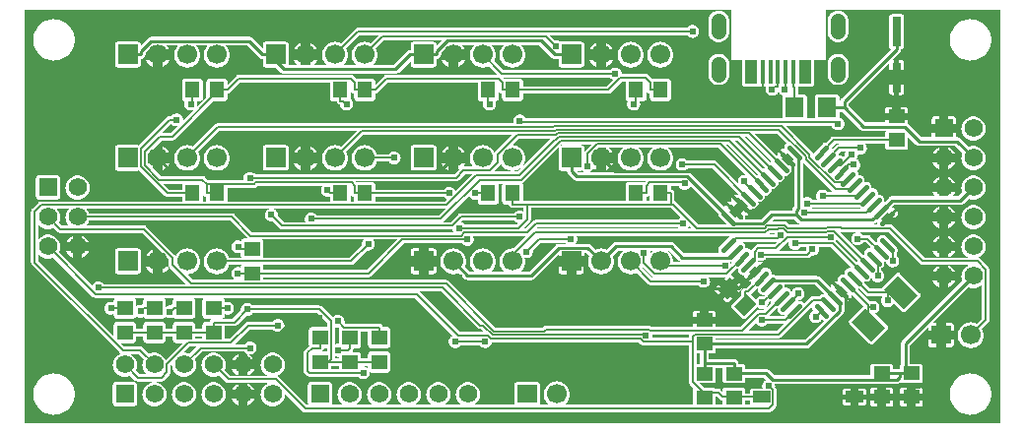
<source format=gtl>
G04 ---------------------------- Layer name :TOP LAYER*
G04 EasyEDA v5.8.22, Tue, 08 Jan 2019 20:33:26 GMT*
G04 129acfe98f9248dba87738b5e980386f*
G04 Gerber Generator version 0.2*
G04 Scale: 100 percent, Rotated: No, Reflected: No *
G04 Dimensions in inches *
G04 leading zeros omitted , absolute positions ,2 integer and 4 decimal *
%FSLAX24Y24*%
%MOIN*%
G90*
G70D02*

%ADD10C,0.010000*%
%ADD11C,0.006000*%
%ADD12C,0.016535*%
%ADD13C,0.024000*%
%ADD14R,0.017717X0.078740*%
%ADD15R,0.043307X0.078740*%
%ADD16R,0.063000X0.070900*%
%ADD17R,0.055100X0.051200*%
%ADD18R,0.051200X0.055100*%
%ADD19R,0.057870X0.045670*%
%ADD21R,0.031496X0.098425*%
%ADD23R,0.059055X0.039370*%
%ADD24R,0.066929X0.066929*%
%ADD25C,0.066929*%
%ADD26C,0.062000*%
%ADD27R,0.062000X0.062000*%
%ADD28R,0.066929X0.062000*%
%ADD29C,0.051181*%

%LPD*%
G36*
G01X33000Y0D02*
G01X0Y0D01*
G01X0Y14000D01*
G01X23900Y14000D01*
G01X23900Y12300D01*
G01X24268Y12300D01*
G01X24268Y12299D01*
G01X24268Y12295D01*
G01X24268Y11507D01*
G01X24268Y11503D01*
G01X24268Y11499D01*
G01X24268Y11495D01*
G01X24269Y11491D01*
G01X24270Y11487D01*
G01X24271Y11483D01*
G01X24272Y11479D01*
G01X24273Y11475D01*
G01X24275Y11471D01*
G01X24276Y11467D01*
G01X24278Y11464D01*
G01X24280Y11460D01*
G01X24282Y11456D01*
G01X24284Y11453D01*
G01X24286Y11449D01*
G01X24289Y11446D01*
G01X24291Y11443D01*
G01X24294Y11440D01*
G01X24297Y11437D01*
G01X24300Y11434D01*
G01X24303Y11431D01*
G01X24306Y11429D01*
G01X24310Y11426D01*
G01X24313Y11424D01*
G01X24317Y11422D01*
G01X24320Y11420D01*
G01X24324Y11418D01*
G01X24328Y11416D01*
G01X24331Y11414D01*
G01X24335Y11413D01*
G01X24339Y11412D01*
G01X24343Y11411D01*
G01X24347Y11410D01*
G01X24351Y11409D01*
G01X24355Y11408D01*
G01X24359Y11408D01*
G01X24364Y11408D01*
G01X24368Y11407D01*
G01X24801Y11407D01*
G01X24805Y11408D01*
G01X24809Y11408D01*
G01X24813Y11408D01*
G01X24817Y11409D01*
G01X24821Y11410D01*
G01X24825Y11411D01*
G01X24829Y11412D01*
G01X24833Y11413D01*
G01X24837Y11414D01*
G01X24841Y11416D01*
G01X24845Y11418D01*
G01X24845Y11418D01*
G01X24845Y11418D01*
G01X24849Y11416D01*
G01X24853Y11414D01*
G01X24857Y11413D01*
G01X24861Y11412D01*
G01X24865Y11410D01*
G01X24869Y11410D01*
G01X24873Y11409D01*
G01X24877Y11408D01*
G01X24881Y11408D01*
G01X24885Y11407D01*
G01X24889Y11407D01*
G01X24934Y11407D01*
G01X24934Y11704D01*
G01X24901Y11704D01*
G01X24901Y12098D01*
G01X24934Y12098D01*
G01X24934Y12300D01*
G01X25022Y12300D01*
G01X25022Y12098D01*
G01X25045Y12098D01*
G01X25045Y11704D01*
G01X25022Y11704D01*
G01X25022Y11407D01*
G01X25066Y11407D01*
G01X25071Y11407D01*
G01X25075Y11408D01*
G01X25079Y11408D01*
G01X25083Y11409D01*
G01X25087Y11410D01*
G01X25089Y11410D01*
G01X25083Y11396D01*
G01X25076Y11375D01*
G01X25072Y11353D01*
G01X25070Y11332D01*
G01X25070Y11309D01*
G01X25072Y11288D01*
G01X25076Y11266D01*
G01X25083Y11245D01*
G01X25091Y11225D01*
G01X25102Y11205D01*
G01X25114Y11187D01*
G01X25128Y11170D01*
G01X25144Y11155D01*
G01X25161Y11141D01*
G01X25180Y11129D01*
G01X25200Y11119D01*
G01X25220Y11111D01*
G01X25241Y11105D01*
G01X25263Y11101D01*
G01X25285Y11100D01*
G01X25307Y11100D01*
G01X25329Y11103D01*
G01X25350Y11108D01*
G01X25371Y11115D01*
G01X25391Y11124D01*
G01X25410Y11135D01*
G01X25428Y11148D01*
G01X25445Y11162D01*
G01X25460Y11178D01*
G01X25473Y11196D01*
G01X25485Y11215D01*
G01X25494Y11235D01*
G01X25502Y11255D01*
G01X25506Y11273D01*
G01X25508Y11262D01*
G01X25515Y11241D01*
G01X25523Y11221D01*
G01X25534Y11201D01*
G01X25546Y11183D01*
G01X25560Y11166D01*
G01X25576Y11151D01*
G01X25593Y11137D01*
G01X25612Y11125D01*
G01X25632Y11115D01*
G01X25650Y11108D01*
G01X25649Y11105D01*
G01X25647Y11102D01*
G01X25645Y11098D01*
G01X25643Y11094D01*
G01X25641Y11090D01*
G01X25640Y11086D01*
G01X25639Y11083D01*
G01X25638Y11079D01*
G01X25637Y11075D01*
G01X25636Y11070D01*
G01X25635Y11066D01*
G01X25635Y11062D01*
G01X25635Y11058D01*
G01X25635Y11054D01*
G01X25635Y10345D01*
G01X25635Y10341D01*
G01X25635Y10338D01*
G01X16962Y10338D01*
G01X16960Y10342D01*
G01X16951Y10362D01*
G01X16939Y10381D01*
G01X16926Y10399D01*
G01X16911Y10415D01*
G01X16894Y10429D01*
G01X16876Y10442D01*
G01X16857Y10453D01*
G01X16837Y10462D01*
G01X16816Y10469D01*
G01X16795Y10474D01*
G01X16773Y10477D01*
G01X16751Y10477D01*
G01X16729Y10476D01*
G01X16707Y10472D01*
G01X16686Y10466D01*
G01X16666Y10458D01*
G01X16646Y10448D01*
G01X16627Y10436D01*
G01X16610Y10422D01*
G01X16594Y10407D01*
G01X16580Y10390D01*
G01X16568Y10372D01*
G01X16557Y10352D01*
G01X16549Y10332D01*
G01X16542Y10311D01*
G01X16538Y10289D01*
G01X16536Y10268D01*
G01X16536Y10245D01*
G01X16538Y10224D01*
G01X16542Y10202D01*
G01X16549Y10181D01*
G01X16551Y10176D01*
G01X6546Y10176D01*
G01X6541Y10175D01*
G01X6536Y10175D01*
G01X6531Y10175D01*
G01X6526Y10174D01*
G01X6521Y10173D01*
G01X6517Y10172D01*
G01X6512Y10171D01*
G01X6507Y10170D01*
G01X6503Y10168D01*
G01X6498Y10167D01*
G01X6494Y10165D01*
G01X6489Y10163D01*
G01X6485Y10160D01*
G01X6480Y10158D01*
G01X6476Y10156D01*
G01X6472Y10153D01*
G01X6468Y10150D01*
G01X6464Y10147D01*
G01X6461Y10144D01*
G01X6457Y10141D01*
G01X6454Y10137D01*
G01X5701Y9385D01*
G01X5698Y9387D01*
G01X5659Y9405D01*
G01X5617Y9419D01*
G01X5575Y9429D01*
G01X5532Y9434D01*
G01X5489Y9435D01*
G01X5445Y9432D01*
G01X5403Y9424D01*
G01X5361Y9412D01*
G01X5320Y9397D01*
G01X5282Y9377D01*
G01X5245Y9353D01*
G01X5211Y9326D01*
G01X5180Y9296D01*
G01X5152Y9263D01*
G01X5128Y9227D01*
G01X5107Y9189D01*
G01X5090Y9148D01*
G01X5077Y9107D01*
G01X5069Y9064D01*
G01X5064Y9021D01*
G01X5064Y8978D01*
G01X5069Y8935D01*
G01X5077Y8892D01*
G01X5090Y8851D01*
G01X5107Y8810D01*
G01X5128Y8772D01*
G01X5152Y8736D01*
G01X5180Y8703D01*
G01X5211Y8673D01*
G01X5245Y8646D01*
G01X5282Y8622D01*
G01X5320Y8602D01*
G01X5361Y8587D01*
G01X5403Y8575D01*
G01X5445Y8567D01*
G01X5489Y8564D01*
G01X5532Y8565D01*
G01X5575Y8570D01*
G01X5617Y8580D01*
G01X5659Y8594D01*
G01X5698Y8612D01*
G01X5736Y8634D01*
G01X5771Y8659D01*
G01X5804Y8688D01*
G01X5833Y8719D01*
G01X5859Y8754D01*
G01X5882Y8791D01*
G01X5901Y8830D01*
G01X5916Y8871D01*
G01X5927Y8913D01*
G01X5933Y8956D01*
G01X5935Y9000D01*
G01X5933Y9043D01*
G01X5927Y9086D01*
G01X5916Y9128D01*
G01X5901Y9169D01*
G01X5885Y9201D01*
G01X6599Y9915D01*
G01X11232Y9915D01*
G01X10701Y9385D01*
G01X10698Y9387D01*
G01X10659Y9405D01*
G01X10617Y9419D01*
G01X10575Y9429D01*
G01X10532Y9434D01*
G01X10489Y9435D01*
G01X10445Y9432D01*
G01X10403Y9424D01*
G01X10361Y9412D01*
G01X10320Y9397D01*
G01X10282Y9377D01*
G01X10245Y9353D01*
G01X10211Y9326D01*
G01X10180Y9296D01*
G01X10152Y9263D01*
G01X10128Y9227D01*
G01X10107Y9189D01*
G01X10090Y9148D01*
G01X10077Y9107D01*
G01X10069Y9064D01*
G01X10064Y9021D01*
G01X10064Y8978D01*
G01X10069Y8935D01*
G01X10077Y8892D01*
G01X10090Y8851D01*
G01X10107Y8810D01*
G01X10128Y8772D01*
G01X10152Y8736D01*
G01X10180Y8703D01*
G01X10211Y8673D01*
G01X10245Y8646D01*
G01X10282Y8622D01*
G01X10320Y8602D01*
G01X10361Y8587D01*
G01X10403Y8575D01*
G01X10445Y8567D01*
G01X10489Y8564D01*
G01X10532Y8565D01*
G01X10575Y8570D01*
G01X10617Y8580D01*
G01X10659Y8594D01*
G01X10698Y8612D01*
G01X10736Y8634D01*
G01X10771Y8659D01*
G01X10804Y8688D01*
G01X10833Y8719D01*
G01X10859Y8754D01*
G01X10882Y8791D01*
G01X10901Y8830D01*
G01X10916Y8871D01*
G01X10927Y8913D01*
G01X10933Y8956D01*
G01X10935Y9000D01*
G01X10933Y9043D01*
G01X10927Y9086D01*
G01X10916Y9128D01*
G01X10901Y9169D01*
G01X10885Y9201D01*
G01X11470Y9786D01*
G01X16487Y9786D01*
G01X15908Y9207D01*
G01X15904Y9204D01*
G01X15901Y9200D01*
G01X15898Y9197D01*
G01X15895Y9193D01*
G01X15892Y9189D01*
G01X15892Y9188D01*
G01X15882Y9208D01*
G01X15859Y9245D01*
G01X15833Y9280D01*
G01X15804Y9311D01*
G01X15771Y9340D01*
G01X15736Y9365D01*
G01X15698Y9387D01*
G01X15659Y9405D01*
G01X15617Y9419D01*
G01X15575Y9429D01*
G01X15532Y9434D01*
G01X15489Y9435D01*
G01X15445Y9432D01*
G01X15403Y9424D01*
G01X15361Y9412D01*
G01X15320Y9397D01*
G01X15282Y9377D01*
G01X15245Y9353D01*
G01X15211Y9326D01*
G01X15180Y9296D01*
G01X15152Y9263D01*
G01X15128Y9227D01*
G01X15107Y9189D01*
G01X15090Y9148D01*
G01X15077Y9107D01*
G01X15069Y9064D01*
G01X15064Y9021D01*
G01X15064Y8978D01*
G01X15069Y8935D01*
G01X15077Y8892D01*
G01X15090Y8851D01*
G01X15107Y8810D01*
G01X15128Y8772D01*
G01X15152Y8736D01*
G01X15180Y8703D01*
G01X15181Y8703D01*
G01X14842Y8703D01*
G01X14837Y8702D01*
G01X14832Y8702D01*
G01X14827Y8702D01*
G01X14822Y8701D01*
G01X14817Y8700D01*
G01X14815Y8700D01*
G01X14833Y8719D01*
G01X14859Y8754D01*
G01X14882Y8791D01*
G01X14901Y8830D01*
G01X14902Y8832D01*
G01X14667Y8832D01*
G01X14667Y8598D01*
G01X14696Y8611D01*
G01X14547Y8461D01*
G01X7808Y8461D01*
G01X7799Y8474D01*
G01X7784Y8490D01*
G01X7767Y8504D01*
G01X7749Y8517D01*
G01X7730Y8528D01*
G01X7710Y8537D01*
G01X7689Y8544D01*
G01X7668Y8549D01*
G01X7646Y8552D01*
G01X7624Y8552D01*
G01X7602Y8551D01*
G01X7580Y8547D01*
G01X7559Y8541D01*
G01X7539Y8533D01*
G01X7519Y8523D01*
G01X7500Y8511D01*
G01X7483Y8497D01*
G01X7467Y8482D01*
G01X7453Y8465D01*
G01X7441Y8447D01*
G01X7430Y8427D01*
G01X7422Y8407D01*
G01X7415Y8386D01*
G01X7411Y8364D01*
G01X7409Y8343D01*
G01X7409Y8320D01*
G01X7411Y8299D01*
G01X7415Y8277D01*
G01X7422Y8256D01*
G01X7425Y8248D01*
G01X6220Y8248D01*
G01X6113Y8354D01*
G01X6110Y8358D01*
G01X6106Y8361D01*
G01X6103Y8364D01*
G01X6099Y8367D01*
G01X6095Y8370D01*
G01X6091Y8373D01*
G01X6086Y8375D01*
G01X6082Y8377D01*
G01X6078Y8380D01*
G01X6073Y8382D01*
G01X6069Y8384D01*
G01X6064Y8385D01*
G01X6060Y8387D01*
G01X6055Y8388D01*
G01X6050Y8389D01*
G01X6046Y8390D01*
G01X6041Y8391D01*
G01X6036Y8392D01*
G01X6031Y8392D01*
G01X6026Y8392D01*
G01X6021Y8392D01*
G01X4609Y8392D01*
G01X4332Y8669D01*
G01X4332Y8832D01*
G01X4190Y8832D01*
G01X4190Y9157D01*
G01X4200Y9167D01*
G01X4332Y9167D01*
G01X4332Y9299D01*
G01X4627Y9594D01*
G01X5007Y9594D01*
G01X5011Y9595D01*
G01X5016Y9595D01*
G01X5021Y9595D01*
G01X5026Y9596D01*
G01X5031Y9597D01*
G01X5035Y9598D01*
G01X5040Y9599D01*
G01X5045Y9600D01*
G01X5049Y9602D01*
G01X5054Y9603D01*
G01X5058Y9605D01*
G01X5063Y9607D01*
G01X5067Y9610D01*
G01X5071Y9612D01*
G01X5076Y9614D01*
G01X5080Y9617D01*
G01X5084Y9620D01*
G01X5088Y9623D01*
G01X5091Y9626D01*
G01X5095Y9629D01*
G01X5098Y9633D01*
G01X6390Y10924D01*
G01X6769Y10924D01*
G01X6773Y10924D01*
G01X6777Y10924D01*
G01X6781Y10925D01*
G01X6785Y10925D01*
G01X6790Y10926D01*
G01X6794Y10927D01*
G01X6798Y10928D01*
G01X6801Y10929D01*
G01X6805Y10931D01*
G01X6809Y10932D01*
G01X6813Y10934D01*
G01X6817Y10936D01*
G01X6820Y10938D01*
G01X6824Y10940D01*
G01X6827Y10943D01*
G01X6830Y10945D01*
G01X6834Y10948D01*
G01X6837Y10950D01*
G01X6840Y10953D01*
G01X6843Y10956D01*
G01X6845Y10959D01*
G01X6848Y10963D01*
G01X6850Y10966D01*
G01X6853Y10969D01*
G01X6855Y10973D01*
G01X6857Y10976D01*
G01X6859Y10980D01*
G01X6861Y10984D01*
G01X6862Y10988D01*
G01X6864Y10992D01*
G01X6865Y10995D01*
G01X6866Y10999D01*
G01X6867Y11003D01*
G01X6868Y11008D01*
G01X6868Y11012D01*
G01X6869Y11016D01*
G01X6869Y11020D01*
G01X6869Y11024D01*
G01X6869Y11170D01*
G01X6869Y11170D01*
G01X6872Y11170D01*
G01X6873Y11170D01*
G01X6873Y11170D01*
G01X6876Y11170D01*
G01X6878Y11171D01*
G01X6879Y11171D01*
G01X6880Y11171D01*
G01X6882Y11171D01*
G01X6885Y11172D01*
G01X6885Y11172D01*
G01X6886Y11172D01*
G01X6889Y11173D01*
G01X6891Y11173D01*
G01X6892Y11173D01*
G01X6893Y11174D01*
G01X6895Y11174D01*
G01X6897Y11175D01*
G01X6898Y11175D01*
G01X6899Y11175D01*
G01X6901Y11176D01*
G01X6903Y11177D01*
G01X6904Y11177D01*
G01X6905Y11177D01*
G01X6907Y11178D01*
G01X6909Y11179D01*
G01X6910Y11179D01*
G01X6911Y11180D01*
G01X6913Y11181D01*
G01X6915Y11182D01*
G01X6916Y11182D01*
G01X6917Y11182D01*
G01X6919Y11183D01*
G01X6921Y11185D01*
G01X6922Y11185D01*
G01X6923Y11185D01*
G01X6925Y11187D01*
G01X6927Y11188D01*
G01X6927Y11188D01*
G01X6928Y11189D01*
G01X6930Y11190D01*
G01X6932Y11191D01*
G01X6933Y11192D01*
G01X6934Y11192D01*
G01X6936Y11193D01*
G01X6938Y11195D01*
G01X6938Y11195D01*
G01X6939Y11196D01*
G01X6941Y11197D01*
G01X6943Y11199D01*
G01X6943Y11199D01*
G01X6944Y11200D01*
G01X6946Y11202D01*
G01X6948Y11203D01*
G01X6948Y11204D01*
G01X6949Y11204D01*
G01X6951Y11206D01*
G01X6952Y11208D01*
G01X7310Y11565D01*
G01X10330Y11565D01*
G01X10330Y11024D01*
G01X10330Y11020D01*
G01X10330Y11016D01*
G01X10331Y11012D01*
G01X10331Y11008D01*
G01X10332Y11003D01*
G01X10333Y10999D01*
G01X10334Y10995D01*
G01X10335Y10992D01*
G01X10337Y10988D01*
G01X10338Y10984D01*
G01X10340Y10980D01*
G01X10342Y10976D01*
G01X10344Y10973D01*
G01X10346Y10969D01*
G01X10349Y10966D01*
G01X10351Y10963D01*
G01X10354Y10959D01*
G01X10356Y10956D01*
G01X10359Y10953D01*
G01X10362Y10950D01*
G01X10365Y10948D01*
G01X10369Y10945D01*
G01X10372Y10943D01*
G01X10375Y10940D01*
G01X10379Y10938D01*
G01X10382Y10936D01*
G01X10386Y10934D01*
G01X10390Y10932D01*
G01X10394Y10931D01*
G01X10398Y10929D01*
G01X10401Y10928D01*
G01X10405Y10927D01*
G01X10409Y10926D01*
G01X10414Y10925D01*
G01X10418Y10925D01*
G01X10422Y10924D01*
G01X10426Y10924D01*
G01X10430Y10924D01*
G01X10557Y10924D01*
G01X10557Y10923D01*
G01X10557Y10921D01*
G01X10557Y10920D01*
G01X10557Y10918D01*
G01X10558Y10916D01*
G01X10558Y10915D01*
G01X10558Y10913D01*
G01X10558Y10912D01*
G01X10558Y10910D01*
G01X10559Y10908D01*
G01X10559Y10907D01*
G01X10559Y10905D01*
G01X10560Y10904D01*
G01X10560Y10902D01*
G01X10561Y10900D01*
G01X10561Y10899D01*
G01X10561Y10897D01*
G01X10562Y10896D01*
G01X10562Y10894D01*
G01X10563Y10893D01*
G01X10563Y10891D01*
G01X10564Y10890D01*
G01X10564Y10888D01*
G01X10565Y10886D01*
G01X10565Y10885D01*
G01X10566Y10884D01*
G01X10567Y10882D01*
G01X10567Y10881D01*
G01X10568Y10879D01*
G01X10569Y10878D01*
G01X10569Y10876D01*
G01X10570Y10875D01*
G01X10571Y10873D01*
G01X10572Y10872D01*
G01X10572Y10870D01*
G01X10573Y10869D01*
G01X10574Y10867D01*
G01X10575Y10866D01*
G01X10576Y10865D01*
G01X10577Y10863D01*
G01X10577Y10862D01*
G01X10578Y10861D01*
G01X10579Y10859D01*
G01X10580Y10858D01*
G01X10581Y10857D01*
G01X10582Y10855D01*
G01X10583Y10854D01*
G01X10584Y10853D01*
G01X10585Y10851D01*
G01X10586Y10850D01*
G01X10587Y10849D01*
G01X10588Y10848D01*
G01X10589Y10846D01*
G01X10590Y10845D01*
G01X10591Y10844D01*
G01X10592Y10843D01*
G01X10593Y10842D01*
G01X10595Y10841D01*
G01X10596Y10839D01*
G01X10597Y10838D01*
G01X10598Y10837D01*
G01X10599Y10836D01*
G01X10600Y10835D01*
G01X10602Y10834D01*
G01X10603Y10833D01*
G01X10604Y10832D01*
G01X10605Y10831D01*
G01X10607Y10830D01*
G01X10608Y10829D01*
G01X10609Y10828D01*
G01X10611Y10827D01*
G01X10612Y10826D01*
G01X10613Y10825D01*
G01X10615Y10824D01*
G01X10616Y10823D01*
G01X10617Y10823D01*
G01X10619Y10822D01*
G01X10620Y10821D01*
G01X10622Y10820D01*
G01X10623Y10819D01*
G01X10624Y10818D01*
G01X10626Y10818D01*
G01X10627Y10817D01*
G01X10629Y10816D01*
G01X10630Y10815D01*
G01X10631Y10815D01*
G01X10633Y10814D01*
G01X10635Y10813D01*
G01X10636Y10813D01*
G01X10638Y10812D01*
G01X10639Y10811D01*
G01X10640Y10811D01*
G01X10642Y10810D01*
G01X10644Y10810D01*
G01X10645Y10809D01*
G01X10647Y10809D01*
G01X10648Y10808D01*
G01X10650Y10808D01*
G01X10651Y10807D01*
G01X10653Y10807D01*
G01X10654Y10807D01*
G01X10656Y10806D01*
G01X10658Y10806D01*
G01X10659Y10805D01*
G01X10661Y10805D01*
G01X10662Y10805D01*
G01X10664Y10804D01*
G01X10666Y10804D01*
G01X10667Y10804D01*
G01X10669Y10804D01*
G01X10670Y10804D01*
G01X10672Y10803D01*
G01X10672Y10803D01*
G01X10673Y10795D01*
G01X10677Y10773D01*
G01X10684Y10752D01*
G01X10692Y10732D01*
G01X10703Y10712D01*
G01X10715Y10694D01*
G01X10730Y10677D01*
G01X10745Y10662D01*
G01X10762Y10648D01*
G01X10781Y10636D01*
G01X10801Y10626D01*
G01X10821Y10618D01*
G01X10842Y10612D01*
G01X10864Y10608D01*
G01X10886Y10607D01*
G01X10908Y10607D01*
G01X10930Y10610D01*
G01X10951Y10615D01*
G01X10972Y10622D01*
G01X10992Y10631D01*
G01X11011Y10642D01*
G01X11029Y10655D01*
G01X11046Y10669D01*
G01X11061Y10685D01*
G01X11074Y10703D01*
G01X11086Y10722D01*
G01X11095Y10742D01*
G01X11103Y10762D01*
G01X11108Y10784D01*
G01X11111Y10805D01*
G01X11113Y10828D01*
G01X11111Y10850D01*
G01X11108Y10871D01*
G01X11103Y10893D01*
G01X11095Y10913D01*
G01X11086Y10933D01*
G01X11074Y10952D01*
G01X11061Y10970D01*
G01X11046Y10986D01*
G01X11037Y10993D01*
G01X11038Y10995D01*
G01X11039Y10999D01*
G01X11040Y11003D01*
G01X11041Y11008D01*
G01X11041Y11012D01*
G01X11042Y11016D01*
G01X11042Y11020D01*
G01X11042Y11024D01*
G01X11042Y11262D01*
G01X11042Y11261D01*
G01X11043Y11260D01*
G01X11043Y11258D01*
G01X11044Y11257D01*
G01X11044Y11255D01*
G01X11045Y11254D01*
G01X11045Y11252D01*
G01X11046Y11251D01*
G01X11047Y11249D01*
G01X11047Y11248D01*
G01X11048Y11246D01*
G01X11049Y11245D01*
G01X11049Y11243D01*
G01X11050Y11242D01*
G01X11051Y11240D01*
G01X11052Y11239D01*
G01X11052Y11237D01*
G01X11053Y11236D01*
G01X11054Y11234D01*
G01X11055Y11233D01*
G01X11056Y11232D01*
G01X11056Y11230D01*
G01X11057Y11229D01*
G01X11058Y11228D01*
G01X11059Y11226D01*
G01X11060Y11225D01*
G01X11061Y11224D01*
G01X11062Y11222D01*
G01X11063Y11221D01*
G01X11064Y11220D01*
G01X11065Y11218D01*
G01X11066Y11217D01*
G01X11067Y11216D01*
G01X11068Y11215D01*
G01X11069Y11213D01*
G01X11070Y11212D01*
G01X11071Y11211D01*
G01X11072Y11210D01*
G01X11073Y11209D01*
G01X11075Y11208D01*
G01X11076Y11206D01*
G01X11077Y11205D01*
G01X11078Y11204D01*
G01X11079Y11203D01*
G01X11080Y11202D01*
G01X11082Y11201D01*
G01X11083Y11200D01*
G01X11084Y11199D01*
G01X11085Y11198D01*
G01X11087Y11197D01*
G01X11088Y11196D01*
G01X11089Y11195D01*
G01X11091Y11194D01*
G01X11092Y11193D01*
G01X11093Y11192D01*
G01X11095Y11191D01*
G01X11096Y11190D01*
G01X11097Y11190D01*
G01X11099Y11189D01*
G01X11100Y11188D01*
G01X11102Y11187D01*
G01X11103Y11186D01*
G01X11104Y11185D01*
G01X11106Y11185D01*
G01X11107Y11184D01*
G01X11109Y11183D01*
G01X11110Y11182D01*
G01X11111Y11182D01*
G01X11113Y11181D01*
G01X11115Y11180D01*
G01X11116Y11180D01*
G01X11118Y11179D01*
G01X11119Y11178D01*
G01X11120Y11178D01*
G01X11122Y11177D01*
G01X11124Y11177D01*
G01X11125Y11176D01*
G01X11127Y11176D01*
G01X11128Y11175D01*
G01X11130Y11175D01*
G01X11131Y11174D01*
G01X11133Y11174D01*
G01X11134Y11174D01*
G01X11136Y11173D01*
G01X11138Y11173D01*
G01X11139Y11172D01*
G01X11141Y11172D01*
G01X11142Y11172D01*
G01X11144Y11171D01*
G01X11146Y11171D01*
G01X11147Y11171D01*
G01X11149Y11171D01*
G01X11150Y11171D01*
G01X11152Y11170D01*
G01X11154Y11170D01*
G01X11155Y11170D01*
G01X11157Y11170D01*
G01X11157Y11170D01*
G01X11157Y11024D01*
G01X11157Y11020D01*
G01X11157Y11016D01*
G01X11158Y11012D01*
G01X11158Y11008D01*
G01X11159Y11003D01*
G01X11160Y10999D01*
G01X11161Y10995D01*
G01X11162Y10992D01*
G01X11164Y10988D01*
G01X11165Y10984D01*
G01X11167Y10980D01*
G01X11169Y10976D01*
G01X11171Y10973D01*
G01X11173Y10969D01*
G01X11176Y10966D01*
G01X11178Y10963D01*
G01X11181Y10959D01*
G01X11183Y10956D01*
G01X11186Y10953D01*
G01X11189Y10950D01*
G01X11192Y10948D01*
G01X11196Y10945D01*
G01X11199Y10943D01*
G01X11202Y10940D01*
G01X11206Y10938D01*
G01X11209Y10936D01*
G01X11213Y10934D01*
G01X11217Y10932D01*
G01X11221Y10931D01*
G01X11225Y10929D01*
G01X11228Y10928D01*
G01X11232Y10927D01*
G01X11236Y10926D01*
G01X11241Y10925D01*
G01X11245Y10925D01*
G01X11249Y10924D01*
G01X11253Y10924D01*
G01X11257Y10924D01*
G01X11769Y10924D01*
G01X11773Y10924D01*
G01X11777Y10924D01*
G01X11781Y10925D01*
G01X11785Y10925D01*
G01X11790Y10926D01*
G01X11794Y10927D01*
G01X11798Y10928D01*
G01X11801Y10929D01*
G01X11805Y10931D01*
G01X11809Y10932D01*
G01X11813Y10934D01*
G01X11817Y10936D01*
G01X11820Y10938D01*
G01X11824Y10940D01*
G01X11827Y10943D01*
G01X11830Y10945D01*
G01X11834Y10948D01*
G01X11837Y10950D01*
G01X11840Y10953D01*
G01X11843Y10956D01*
G01X11845Y10959D01*
G01X11848Y10963D01*
G01X11850Y10966D01*
G01X11853Y10969D01*
G01X11855Y10973D01*
G01X11857Y10976D01*
G01X11859Y10980D01*
G01X11861Y10984D01*
G01X11862Y10988D01*
G01X11864Y10992D01*
G01X11865Y10995D01*
G01X11866Y10999D01*
G01X11867Y11003D01*
G01X11868Y11008D01*
G01X11868Y11012D01*
G01X11869Y11016D01*
G01X11869Y11020D01*
G01X11869Y11024D01*
G01X11869Y11170D01*
G01X11869Y11170D01*
G01X11872Y11170D01*
G01X11873Y11170D01*
G01X11873Y11170D01*
G01X11876Y11170D01*
G01X11878Y11171D01*
G01X11879Y11171D01*
G01X11880Y11171D01*
G01X11882Y11171D01*
G01X11885Y11172D01*
G01X11885Y11172D01*
G01X11886Y11172D01*
G01X11889Y11173D01*
G01X11891Y11173D01*
G01X11892Y11173D01*
G01X11893Y11174D01*
G01X11895Y11174D01*
G01X11897Y11175D01*
G01X11898Y11175D01*
G01X11899Y11175D01*
G01X11901Y11176D01*
G01X11903Y11177D01*
G01X11904Y11177D01*
G01X11905Y11177D01*
G01X11907Y11178D01*
G01X11910Y11179D01*
G01X11910Y11179D01*
G01X11911Y11180D01*
G01X11913Y11181D01*
G01X11915Y11182D01*
G01X11916Y11182D01*
G01X11917Y11182D01*
G01X11919Y11183D01*
G01X11921Y11185D01*
G01X11922Y11185D01*
G01X11923Y11185D01*
G01X11925Y11187D01*
G01X11927Y11188D01*
G01X11927Y11188D01*
G01X11928Y11189D01*
G01X11930Y11190D01*
G01X11932Y11191D01*
G01X11933Y11192D01*
G01X11934Y11192D01*
G01X11936Y11193D01*
G01X11938Y11195D01*
G01X11938Y11195D01*
G01X11939Y11196D01*
G01X11941Y11197D01*
G01X11943Y11199D01*
G01X11943Y11199D01*
G01X11944Y11200D01*
G01X11946Y11202D01*
G01X11948Y11203D01*
G01X11948Y11204D01*
G01X11949Y11204D01*
G01X11951Y11206D01*
G01X11952Y11208D01*
G01X12310Y11565D01*
G01X15330Y11565D01*
G01X15330Y11024D01*
G01X15330Y11020D01*
G01X15330Y11016D01*
G01X15331Y11012D01*
G01X15331Y11008D01*
G01X15332Y11003D01*
G01X15333Y10999D01*
G01X15334Y10995D01*
G01X15335Y10992D01*
G01X15337Y10988D01*
G01X15338Y10984D01*
G01X15340Y10980D01*
G01X15342Y10976D01*
G01X15344Y10973D01*
G01X15346Y10969D01*
G01X15349Y10966D01*
G01X15351Y10963D01*
G01X15354Y10959D01*
G01X15356Y10956D01*
G01X15359Y10953D01*
G01X15362Y10950D01*
G01X15365Y10948D01*
G01X15369Y10945D01*
G01X15372Y10943D01*
G01X15375Y10940D01*
G01X15379Y10938D01*
G01X15382Y10936D01*
G01X15386Y10934D01*
G01X15390Y10932D01*
G01X15394Y10931D01*
G01X15398Y10929D01*
G01X15401Y10928D01*
G01X15405Y10927D01*
G01X15409Y10926D01*
G01X15414Y10925D01*
G01X15418Y10925D01*
G01X15422Y10924D01*
G01X15426Y10924D01*
G01X15430Y10924D01*
G01X15528Y10924D01*
G01X15526Y10920D01*
G01X15518Y10900D01*
G01X15511Y10879D01*
G01X15507Y10857D01*
G01X15505Y10836D01*
G01X15505Y10813D01*
G01X15507Y10792D01*
G01X15511Y10770D01*
G01X15518Y10749D01*
G01X15526Y10729D01*
G01X15537Y10709D01*
G01X15549Y10691D01*
G01X15564Y10674D01*
G01X15579Y10659D01*
G01X15596Y10645D01*
G01X15615Y10633D01*
G01X15635Y10623D01*
G01X15655Y10615D01*
G01X15676Y10609D01*
G01X15698Y10605D01*
G01X15720Y10604D01*
G01X15742Y10604D01*
G01X15764Y10607D01*
G01X15785Y10612D01*
G01X15806Y10619D01*
G01X15826Y10628D01*
G01X15845Y10639D01*
G01X15863Y10652D01*
G01X15880Y10666D01*
G01X15895Y10682D01*
G01X15908Y10700D01*
G01X15920Y10719D01*
G01X15929Y10739D01*
G01X15937Y10759D01*
G01X15942Y10781D01*
G01X15945Y10803D01*
G01X15947Y10825D01*
G01X15945Y10846D01*
G01X15942Y10868D01*
G01X15937Y10890D01*
G01X15929Y10910D01*
G01X15923Y10924D01*
G01X15942Y10924D01*
G01X15946Y10924D01*
G01X15950Y10924D01*
G01X15954Y10925D01*
G01X15958Y10925D01*
G01X15963Y10926D01*
G01X15967Y10927D01*
G01X15971Y10928D01*
G01X15974Y10929D01*
G01X15978Y10931D01*
G01X15982Y10932D01*
G01X15986Y10934D01*
G01X15990Y10936D01*
G01X15993Y10938D01*
G01X15997Y10940D01*
G01X16000Y10943D01*
G01X16003Y10945D01*
G01X16007Y10948D01*
G01X16010Y10950D01*
G01X16013Y10953D01*
G01X16016Y10956D01*
G01X16018Y10959D01*
G01X16021Y10963D01*
G01X16023Y10966D01*
G01X16026Y10969D01*
G01X16028Y10973D01*
G01X16030Y10976D01*
G01X16032Y10980D01*
G01X16034Y10984D01*
G01X16035Y10988D01*
G01X16037Y10992D01*
G01X16038Y10995D01*
G01X16039Y10999D01*
G01X16040Y11003D01*
G01X16041Y11008D01*
G01X16041Y11012D01*
G01X16042Y11016D01*
G01X16042Y11020D01*
G01X16042Y11024D01*
G01X16042Y11262D01*
G01X16042Y11261D01*
G01X16043Y11260D01*
G01X16043Y11258D01*
G01X16044Y11257D01*
G01X16044Y11255D01*
G01X16045Y11254D01*
G01X16045Y11252D01*
G01X16046Y11251D01*
G01X16047Y11249D01*
G01X16047Y11248D01*
G01X16048Y11246D01*
G01X16049Y11245D01*
G01X16049Y11243D01*
G01X16050Y11242D01*
G01X16051Y11240D01*
G01X16052Y11239D01*
G01X16052Y11237D01*
G01X16053Y11236D01*
G01X16054Y11234D01*
G01X16055Y11233D01*
G01X16056Y11232D01*
G01X16056Y11230D01*
G01X16057Y11229D01*
G01X16058Y11228D01*
G01X16059Y11226D01*
G01X16060Y11225D01*
G01X16061Y11224D01*
G01X16062Y11222D01*
G01X16063Y11221D01*
G01X16064Y11220D01*
G01X16065Y11218D01*
G01X16066Y11217D01*
G01X16067Y11216D01*
G01X16068Y11215D01*
G01X16069Y11213D01*
G01X16070Y11212D01*
G01X16071Y11211D01*
G01X16072Y11210D01*
G01X16073Y11209D01*
G01X16075Y11208D01*
G01X16076Y11206D01*
G01X16077Y11205D01*
G01X16078Y11204D01*
G01X16079Y11203D01*
G01X16080Y11202D01*
G01X16082Y11201D01*
G01X16083Y11200D01*
G01X16084Y11199D01*
G01X16085Y11198D01*
G01X16087Y11197D01*
G01X16088Y11196D01*
G01X16089Y11195D01*
G01X16091Y11194D01*
G01X16092Y11193D01*
G01X16093Y11192D01*
G01X16095Y11191D01*
G01X16096Y11190D01*
G01X16097Y11190D01*
G01X16099Y11189D01*
G01X16100Y11188D01*
G01X16102Y11187D01*
G01X16103Y11186D01*
G01X16104Y11185D01*
G01X16106Y11185D01*
G01X16107Y11184D01*
G01X16109Y11183D01*
G01X16110Y11182D01*
G01X16111Y11182D01*
G01X16113Y11181D01*
G01X16115Y11180D01*
G01X16116Y11180D01*
G01X16118Y11179D01*
G01X16119Y11178D01*
G01X16120Y11178D01*
G01X16122Y11177D01*
G01X16124Y11177D01*
G01X16125Y11176D01*
G01X16127Y11176D01*
G01X16128Y11175D01*
G01X16130Y11175D01*
G01X16131Y11174D01*
G01X16133Y11174D01*
G01X16134Y11174D01*
G01X16136Y11173D01*
G01X16138Y11173D01*
G01X16139Y11172D01*
G01X16141Y11172D01*
G01X16142Y11172D01*
G01X16144Y11171D01*
G01X16146Y11171D01*
G01X16147Y11171D01*
G01X16149Y11171D01*
G01X16150Y11171D01*
G01X16152Y11170D01*
G01X16154Y11170D01*
G01X16155Y11170D01*
G01X16157Y11170D01*
G01X16157Y11170D01*
G01X16157Y11024D01*
G01X16157Y11020D01*
G01X16157Y11016D01*
G01X16158Y11012D01*
G01X16158Y11008D01*
G01X16159Y11003D01*
G01X16160Y10999D01*
G01X16161Y10995D01*
G01X16162Y10992D01*
G01X16164Y10988D01*
G01X16165Y10984D01*
G01X16167Y10980D01*
G01X16169Y10976D01*
G01X16171Y10973D01*
G01X16173Y10969D01*
G01X16176Y10966D01*
G01X16178Y10963D01*
G01X16181Y10959D01*
G01X16183Y10956D01*
G01X16186Y10953D01*
G01X16189Y10950D01*
G01X16192Y10948D01*
G01X16196Y10945D01*
G01X16199Y10943D01*
G01X16202Y10940D01*
G01X16206Y10938D01*
G01X16209Y10936D01*
G01X16213Y10934D01*
G01X16217Y10932D01*
G01X16221Y10931D01*
G01X16225Y10929D01*
G01X16228Y10928D01*
G01X16232Y10927D01*
G01X16236Y10926D01*
G01X16241Y10925D01*
G01X16245Y10925D01*
G01X16249Y10924D01*
G01X16253Y10924D01*
G01X16257Y10924D01*
G01X16769Y10924D01*
G01X16773Y10924D01*
G01X16777Y10924D01*
G01X16781Y10925D01*
G01X16785Y10925D01*
G01X16790Y10926D01*
G01X16794Y10927D01*
G01X16798Y10928D01*
G01X16801Y10929D01*
G01X16805Y10931D01*
G01X16809Y10932D01*
G01X16813Y10934D01*
G01X16817Y10936D01*
G01X16820Y10938D01*
G01X16824Y10940D01*
G01X16827Y10943D01*
G01X16830Y10945D01*
G01X16834Y10948D01*
G01X16837Y10950D01*
G01X16840Y10953D01*
G01X16843Y10956D01*
G01X16845Y10959D01*
G01X16848Y10963D01*
G01X16850Y10966D01*
G01X16853Y10969D01*
G01X16855Y10973D01*
G01X16857Y10976D01*
G01X16859Y10980D01*
G01X16861Y10984D01*
G01X16862Y10988D01*
G01X16864Y10992D01*
G01X16865Y10995D01*
G01X16866Y10999D01*
G01X16867Y11003D01*
G01X16868Y11008D01*
G01X16868Y11012D01*
G01X16869Y11016D01*
G01X16869Y11020D01*
G01X16869Y11024D01*
G01X16869Y11169D01*
G01X19742Y11169D01*
G01X19746Y11170D01*
G01X19751Y11170D01*
G01X19756Y11170D01*
G01X19761Y11171D01*
G01X19766Y11172D01*
G01X19770Y11173D01*
G01X19775Y11174D01*
G01X19780Y11175D01*
G01X19784Y11177D01*
G01X19789Y11178D01*
G01X19793Y11180D01*
G01X19798Y11182D01*
G01X19802Y11185D01*
G01X19806Y11187D01*
G01X19811Y11189D01*
G01X19815Y11192D01*
G01X19819Y11195D01*
G01X19822Y11198D01*
G01X19826Y11201D01*
G01X19830Y11204D01*
G01X19833Y11207D01*
G01X20209Y11582D01*
G01X20330Y11582D01*
G01X20330Y11579D01*
G01X20330Y11575D01*
G01X20330Y11024D01*
G01X20330Y11020D01*
G01X20330Y11016D01*
G01X20331Y11012D01*
G01X20331Y11008D01*
G01X20332Y11003D01*
G01X20333Y10999D01*
G01X20334Y10995D01*
G01X20335Y10992D01*
G01X20337Y10988D01*
G01X20338Y10984D01*
G01X20340Y10980D01*
G01X20342Y10976D01*
G01X20344Y10973D01*
G01X20346Y10969D01*
G01X20349Y10966D01*
G01X20351Y10963D01*
G01X20354Y10959D01*
G01X20356Y10956D01*
G01X20359Y10953D01*
G01X20362Y10950D01*
G01X20365Y10948D01*
G01X20369Y10945D01*
G01X20372Y10943D01*
G01X20375Y10940D01*
G01X20379Y10938D01*
G01X20382Y10936D01*
G01X20386Y10934D01*
G01X20390Y10932D01*
G01X20394Y10931D01*
G01X20398Y10929D01*
G01X20401Y10928D01*
G01X20405Y10927D01*
G01X20408Y10927D01*
G01X20406Y10924D01*
G01X20398Y10904D01*
G01X20391Y10883D01*
G01X20387Y10861D01*
G01X20385Y10840D01*
G01X20385Y10817D01*
G01X20387Y10796D01*
G01X20391Y10774D01*
G01X20398Y10753D01*
G01X20406Y10733D01*
G01X20417Y10713D01*
G01X20429Y10695D01*
G01X20443Y10678D01*
G01X20459Y10663D01*
G01X20476Y10649D01*
G01X20495Y10637D01*
G01X20515Y10627D01*
G01X20535Y10619D01*
G01X20556Y10613D01*
G01X20578Y10609D01*
G01X20600Y10608D01*
G01X20622Y10608D01*
G01X20644Y10611D01*
G01X20665Y10616D01*
G01X20686Y10623D01*
G01X20706Y10632D01*
G01X20725Y10643D01*
G01X20743Y10656D01*
G01X20760Y10670D01*
G01X20775Y10686D01*
G01X20788Y10704D01*
G01X20800Y10723D01*
G01X20809Y10743D01*
G01X20817Y10763D01*
G01X20822Y10785D01*
G01X20825Y10807D01*
G01X20827Y10828D01*
G01X20825Y10851D01*
G01X20822Y10872D01*
G01X20817Y10894D01*
G01X20813Y10903D01*
G01X20813Y10904D01*
G01X20814Y10907D01*
G01X20814Y10907D01*
G01X20814Y10908D01*
G01X20815Y10910D01*
G01X20815Y10913D01*
G01X20815Y10914D01*
G01X20815Y10914D01*
G01X20816Y10917D01*
G01X20816Y10920D01*
G01X20816Y10920D01*
G01X20816Y10920D01*
G01X20816Y10923D01*
G01X20816Y10924D01*
G01X20942Y10924D01*
G01X20946Y10924D01*
G01X20950Y10924D01*
G01X20954Y10925D01*
G01X20958Y10925D01*
G01X20963Y10926D01*
G01X20967Y10927D01*
G01X20971Y10928D01*
G01X20974Y10929D01*
G01X20978Y10931D01*
G01X20982Y10932D01*
G01X20986Y10934D01*
G01X20990Y10936D01*
G01X20993Y10938D01*
G01X20997Y10940D01*
G01X21000Y10943D01*
G01X21003Y10945D01*
G01X21007Y10948D01*
G01X21010Y10950D01*
G01X21013Y10953D01*
G01X21016Y10956D01*
G01X21018Y10959D01*
G01X21021Y10963D01*
G01X21023Y10966D01*
G01X21026Y10969D01*
G01X21028Y10973D01*
G01X21030Y10976D01*
G01X21032Y10980D01*
G01X21034Y10984D01*
G01X21035Y10988D01*
G01X21037Y10992D01*
G01X21038Y10995D01*
G01X21039Y10999D01*
G01X21040Y11003D01*
G01X21041Y11008D01*
G01X21041Y11012D01*
G01X21042Y11016D01*
G01X21042Y11020D01*
G01X21042Y11024D01*
G01X21042Y11262D01*
G01X21042Y11261D01*
G01X21043Y11260D01*
G01X21043Y11258D01*
G01X21044Y11257D01*
G01X21044Y11255D01*
G01X21045Y11254D01*
G01X21045Y11252D01*
G01X21046Y11251D01*
G01X21047Y11249D01*
G01X21047Y11248D01*
G01X21048Y11246D01*
G01X21049Y11245D01*
G01X21049Y11243D01*
G01X21050Y11242D01*
G01X21051Y11240D01*
G01X21052Y11239D01*
G01X21052Y11237D01*
G01X21053Y11236D01*
G01X21054Y11234D01*
G01X21055Y11233D01*
G01X21056Y11232D01*
G01X21056Y11230D01*
G01X21057Y11229D01*
G01X21058Y11228D01*
G01X21059Y11226D01*
G01X21060Y11225D01*
G01X21061Y11224D01*
G01X21062Y11222D01*
G01X21063Y11221D01*
G01X21064Y11220D01*
G01X21065Y11218D01*
G01X21066Y11217D01*
G01X21067Y11216D01*
G01X21068Y11215D01*
G01X21069Y11213D01*
G01X21070Y11212D01*
G01X21071Y11211D01*
G01X21072Y11210D01*
G01X21073Y11209D01*
G01X21075Y11208D01*
G01X21076Y11206D01*
G01X21077Y11205D01*
G01X21078Y11204D01*
G01X21079Y11203D01*
G01X21080Y11202D01*
G01X21082Y11201D01*
G01X21083Y11200D01*
G01X21084Y11199D01*
G01X21085Y11198D01*
G01X21087Y11197D01*
G01X21088Y11196D01*
G01X21089Y11195D01*
G01X21091Y11194D01*
G01X21092Y11193D01*
G01X21093Y11192D01*
G01X21095Y11191D01*
G01X21096Y11190D01*
G01X21097Y11190D01*
G01X21099Y11189D01*
G01X21100Y11188D01*
G01X21102Y11187D01*
G01X21103Y11186D01*
G01X21104Y11185D01*
G01X21106Y11185D01*
G01X21107Y11184D01*
G01X21109Y11183D01*
G01X21110Y11182D01*
G01X21111Y11182D01*
G01X21113Y11181D01*
G01X21115Y11180D01*
G01X21116Y11180D01*
G01X21118Y11179D01*
G01X21119Y11178D01*
G01X21120Y11178D01*
G01X21122Y11177D01*
G01X21124Y11177D01*
G01X21125Y11176D01*
G01X21127Y11176D01*
G01X21128Y11175D01*
G01X21130Y11175D01*
G01X21131Y11174D01*
G01X21133Y11174D01*
G01X21134Y11174D01*
G01X21136Y11173D01*
G01X21138Y11173D01*
G01X21139Y11172D01*
G01X21141Y11172D01*
G01X21142Y11172D01*
G01X21144Y11171D01*
G01X21146Y11171D01*
G01X21147Y11171D01*
G01X21149Y11171D01*
G01X21150Y11171D01*
G01X21152Y11170D01*
G01X21154Y11170D01*
G01X21155Y11170D01*
G01X21157Y11170D01*
G01X21157Y11170D01*
G01X21157Y11024D01*
G01X21157Y11020D01*
G01X21157Y11016D01*
G01X21158Y11012D01*
G01X21158Y11008D01*
G01X21159Y11003D01*
G01X21160Y10999D01*
G01X21161Y10995D01*
G01X21162Y10992D01*
G01X21164Y10988D01*
G01X21165Y10984D01*
G01X21167Y10980D01*
G01X21169Y10976D01*
G01X21171Y10973D01*
G01X21173Y10969D01*
G01X21176Y10966D01*
G01X21178Y10963D01*
G01X21181Y10959D01*
G01X21183Y10956D01*
G01X21186Y10953D01*
G01X21189Y10950D01*
G01X21192Y10948D01*
G01X21196Y10945D01*
G01X21199Y10943D01*
G01X21202Y10940D01*
G01X21206Y10938D01*
G01X21209Y10936D01*
G01X21213Y10934D01*
G01X21217Y10932D01*
G01X21221Y10931D01*
G01X21225Y10929D01*
G01X21228Y10928D01*
G01X21232Y10927D01*
G01X21236Y10926D01*
G01X21241Y10925D01*
G01X21245Y10925D01*
G01X21249Y10924D01*
G01X21253Y10924D01*
G01X21257Y10924D01*
G01X21769Y10924D01*
G01X21773Y10924D01*
G01X21777Y10924D01*
G01X21781Y10925D01*
G01X21785Y10925D01*
G01X21790Y10926D01*
G01X21794Y10927D01*
G01X21798Y10928D01*
G01X21801Y10929D01*
G01X21805Y10931D01*
G01X21809Y10932D01*
G01X21813Y10934D01*
G01X21817Y10936D01*
G01X21820Y10938D01*
G01X21824Y10940D01*
G01X21827Y10943D01*
G01X21830Y10945D01*
G01X21834Y10948D01*
G01X21837Y10950D01*
G01X21840Y10953D01*
G01X21843Y10956D01*
G01X21845Y10959D01*
G01X21848Y10963D01*
G01X21850Y10966D01*
G01X21853Y10969D01*
G01X21855Y10973D01*
G01X21857Y10976D01*
G01X21859Y10980D01*
G01X21861Y10984D01*
G01X21862Y10988D01*
G01X21864Y10992D01*
G01X21865Y10995D01*
G01X21866Y10999D01*
G01X21867Y11003D01*
G01X21868Y11008D01*
G01X21868Y11012D01*
G01X21869Y11016D01*
G01X21869Y11020D01*
G01X21869Y11024D01*
G01X21869Y11575D01*
G01X21869Y11579D01*
G01X21869Y11583D01*
G01X21868Y11587D01*
G01X21868Y11591D01*
G01X21867Y11596D01*
G01X21866Y11600D01*
G01X21865Y11604D01*
G01X21864Y11607D01*
G01X21862Y11611D01*
G01X21861Y11615D01*
G01X21859Y11619D01*
G01X21857Y11623D01*
G01X21855Y11626D01*
G01X21853Y11630D01*
G01X21850Y11633D01*
G01X21848Y11636D01*
G01X21845Y11640D01*
G01X21843Y11643D01*
G01X21840Y11646D01*
G01X21837Y11649D01*
G01X21834Y11651D01*
G01X21830Y11654D01*
G01X21827Y11656D01*
G01X21824Y11659D01*
G01X21820Y11661D01*
G01X21817Y11663D01*
G01X21813Y11665D01*
G01X21809Y11667D01*
G01X21805Y11668D01*
G01X21801Y11670D01*
G01X21798Y11671D01*
G01X21794Y11672D01*
G01X21790Y11673D01*
G01X21785Y11674D01*
G01X21781Y11674D01*
G01X21777Y11675D01*
G01X21773Y11675D01*
G01X21769Y11675D01*
G01X21257Y11675D01*
G01X21253Y11675D01*
G01X21249Y11675D01*
G01X21245Y11674D01*
G01X21241Y11674D01*
G01X21237Y11673D01*
G01X21104Y11805D01*
G01X21101Y11808D01*
G01X21097Y11811D01*
G01X21093Y11814D01*
G01X21089Y11817D01*
G01X21085Y11820D01*
G01X21081Y11823D01*
G01X21077Y11825D01*
G01X21073Y11828D01*
G01X21069Y11830D01*
G01X21064Y11832D01*
G01X21060Y11834D01*
G01X21055Y11835D01*
G01X21051Y11837D01*
G01X21046Y11838D01*
G01X21041Y11839D01*
G01X21037Y11840D01*
G01X21032Y11841D01*
G01X21027Y11842D01*
G01X21022Y11842D01*
G01X21017Y11842D01*
G01X21013Y11842D01*
G01X20211Y11842D01*
G01X20211Y11846D01*
G01X20210Y11869D01*
G01X20207Y11890D01*
G01X20202Y11912D01*
G01X20194Y11932D01*
G01X20185Y11952D01*
G01X20173Y11971D01*
G01X20160Y11989D01*
G01X20145Y12005D01*
G01X20128Y12019D01*
G01X20110Y12032D01*
G01X20091Y12043D01*
G01X20071Y12052D01*
G01X20050Y12059D01*
G01X20029Y12064D01*
G01X20007Y12067D01*
G01X19985Y12067D01*
G01X19963Y12066D01*
G01X19941Y12062D01*
G01X19920Y12056D01*
G01X19900Y12048D01*
G01X19880Y12038D01*
G01X19861Y12026D01*
G01X19844Y12012D01*
G01X19828Y11997D01*
G01X19814Y11980D01*
G01X19812Y11976D01*
G01X16206Y11976D01*
G01X15885Y12298D01*
G01X15901Y12330D01*
G01X15916Y12371D01*
G01X15927Y12413D01*
G01X15933Y12456D01*
G01X15935Y12500D01*
G01X15933Y12543D01*
G01X15927Y12586D01*
G01X15916Y12628D01*
G01X15901Y12669D01*
G01X15882Y12708D01*
G01X15859Y12745D01*
G01X15833Y12780D01*
G01X15804Y12811D01*
G01X15793Y12821D01*
G01X16205Y12821D01*
G01X16180Y12796D01*
G01X16152Y12763D01*
G01X16128Y12727D01*
G01X16107Y12689D01*
G01X16090Y12648D01*
G01X16077Y12607D01*
G01X16069Y12564D01*
G01X16064Y12521D01*
G01X16064Y12478D01*
G01X16069Y12435D01*
G01X16077Y12392D01*
G01X16090Y12351D01*
G01X16107Y12310D01*
G01X16128Y12272D01*
G01X16152Y12236D01*
G01X16180Y12203D01*
G01X16211Y12173D01*
G01X16245Y12146D01*
G01X16282Y12122D01*
G01X16320Y12102D01*
G01X16361Y12087D01*
G01X16403Y12075D01*
G01X16445Y12067D01*
G01X16489Y12064D01*
G01X16532Y12065D01*
G01X16575Y12070D01*
G01X16617Y12080D01*
G01X16659Y12094D01*
G01X16698Y12112D01*
G01X16736Y12134D01*
G01X16771Y12159D01*
G01X16804Y12188D01*
G01X16833Y12219D01*
G01X16859Y12254D01*
G01X16882Y12291D01*
G01X16901Y12330D01*
G01X16916Y12371D01*
G01X16927Y12413D01*
G01X16933Y12456D01*
G01X16935Y12500D01*
G01X16933Y12543D01*
G01X16927Y12586D01*
G01X16916Y12628D01*
G01X16901Y12669D01*
G01X16882Y12708D01*
G01X16859Y12745D01*
G01X16833Y12780D01*
G01X16804Y12811D01*
G01X16793Y12821D01*
G01X17402Y12821D01*
G01X17829Y12393D01*
G01X17833Y12390D01*
G01X17837Y12386D01*
G01X17841Y12383D01*
G01X17845Y12380D01*
G01X17849Y12377D01*
G01X17853Y12374D01*
G01X17858Y12371D01*
G01X17862Y12369D01*
G01X17866Y12366D01*
G01X17871Y12364D01*
G01X17876Y12362D01*
G01X17880Y12360D01*
G01X17885Y12358D01*
G01X17890Y12357D01*
G01X17895Y12355D01*
G01X17900Y12354D01*
G01X17905Y12353D01*
G01X17910Y12352D01*
G01X17915Y12351D01*
G01X17920Y12350D01*
G01X17925Y12350D01*
G01X17930Y12350D01*
G01X17935Y12350D01*
G01X18065Y12350D01*
G01X18065Y12165D01*
G01X18065Y12161D01*
G01X18065Y12157D01*
G01X18066Y12153D01*
G01X18066Y12148D01*
G01X18067Y12144D01*
G01X18068Y12140D01*
G01X18069Y12136D01*
G01X18070Y12132D01*
G01X18072Y12129D01*
G01X18073Y12125D01*
G01X18075Y12121D01*
G01X18077Y12117D01*
G01X18079Y12114D01*
G01X18081Y12110D01*
G01X18084Y12107D01*
G01X18086Y12103D01*
G01X18089Y12100D01*
G01X18091Y12097D01*
G01X18094Y12094D01*
G01X18097Y12091D01*
G01X18100Y12089D01*
G01X18103Y12086D01*
G01X18107Y12084D01*
G01X18110Y12081D01*
G01X18114Y12079D01*
G01X18117Y12077D01*
G01X18121Y12075D01*
G01X18125Y12073D01*
G01X18129Y12072D01*
G01X18132Y12070D01*
G01X18136Y12069D01*
G01X18140Y12068D01*
G01X18144Y12067D01*
G01X18148Y12066D01*
G01X18153Y12066D01*
G01X18157Y12065D01*
G01X18161Y12065D01*
G01X18165Y12065D01*
G01X18834Y12065D01*
G01X18838Y12065D01*
G01X18842Y12065D01*
G01X18846Y12066D01*
G01X18851Y12066D01*
G01X18855Y12067D01*
G01X18859Y12068D01*
G01X18863Y12069D01*
G01X18867Y12070D01*
G01X18870Y12072D01*
G01X18874Y12073D01*
G01X18878Y12075D01*
G01X18882Y12077D01*
G01X18885Y12079D01*
G01X18889Y12081D01*
G01X18892Y12084D01*
G01X18896Y12086D01*
G01X18899Y12089D01*
G01X18902Y12091D01*
G01X18905Y12094D01*
G01X18908Y12097D01*
G01X18910Y12100D01*
G01X18913Y12103D01*
G01X18915Y12107D01*
G01X18918Y12110D01*
G01X18920Y12114D01*
G01X18922Y12117D01*
G01X18924Y12121D01*
G01X18926Y12125D01*
G01X18927Y12129D01*
G01X18929Y12132D01*
G01X18930Y12136D01*
G01X18931Y12140D01*
G01X18932Y12144D01*
G01X18933Y12148D01*
G01X18933Y12153D01*
G01X18934Y12157D01*
G01X18934Y12161D01*
G01X18934Y12165D01*
G01X18934Y12834D01*
G01X18934Y12838D01*
G01X18934Y12842D01*
G01X18933Y12846D01*
G01X18933Y12851D01*
G01X18932Y12855D01*
G01X18931Y12859D01*
G01X18930Y12863D01*
G01X18929Y12867D01*
G01X18927Y12870D01*
G01X18926Y12874D01*
G01X18924Y12878D01*
G01X18922Y12882D01*
G01X18920Y12885D01*
G01X18918Y12889D01*
G01X18915Y12892D01*
G01X18913Y12896D01*
G01X18910Y12899D01*
G01X18908Y12902D01*
G01X18905Y12905D01*
G01X18902Y12908D01*
G01X18899Y12910D01*
G01X18896Y12913D01*
G01X18892Y12915D01*
G01X18889Y12918D01*
G01X18885Y12920D01*
G01X18882Y12922D01*
G01X18878Y12924D01*
G01X18874Y12926D01*
G01X18870Y12927D01*
G01X18867Y12929D01*
G01X18863Y12930D01*
G01X18859Y12931D01*
G01X18855Y12932D01*
G01X18851Y12933D01*
G01X18846Y12933D01*
G01X18842Y12934D01*
G01X18838Y12934D01*
G01X18834Y12934D01*
G01X18165Y12934D01*
G01X18161Y12934D01*
G01X18157Y12934D01*
G01X18153Y12933D01*
G01X18148Y12933D01*
G01X18144Y12932D01*
G01X18142Y12931D01*
G01X18137Y12937D01*
G01X18120Y12951D01*
G01X18102Y12964D01*
G01X18083Y12975D01*
G01X18063Y12984D01*
G01X18042Y12991D01*
G01X18021Y12996D01*
G01X17999Y12999D01*
G01X17977Y12999D01*
G01X17955Y12998D01*
G01X17949Y12997D01*
G01X17789Y13157D01*
G01X22415Y13157D01*
G01X22417Y13153D01*
G01X22431Y13136D01*
G01X22447Y13121D01*
G01X22464Y13107D01*
G01X22483Y13095D01*
G01X22503Y13085D01*
G01X22523Y13077D01*
G01X22544Y13071D01*
G01X22566Y13067D01*
G01X22588Y13066D01*
G01X22610Y13066D01*
G01X22632Y13069D01*
G01X22653Y13074D01*
G01X22674Y13081D01*
G01X22694Y13090D01*
G01X22713Y13101D01*
G01X22731Y13114D01*
G01X22748Y13128D01*
G01X22763Y13144D01*
G01X22776Y13162D01*
G01X22788Y13181D01*
G01X22797Y13201D01*
G01X22805Y13221D01*
G01X22810Y13243D01*
G01X22813Y13265D01*
G01X22814Y13286D01*
G01X22813Y13309D01*
G01X22810Y13330D01*
G01X22805Y13352D01*
G01X22797Y13372D01*
G01X22788Y13392D01*
G01X22776Y13411D01*
G01X22763Y13429D01*
G01X22748Y13445D01*
G01X22731Y13459D01*
G01X22713Y13472D01*
G01X22694Y13483D01*
G01X22674Y13492D01*
G01X22653Y13499D01*
G01X22632Y13504D01*
G01X22610Y13507D01*
G01X22588Y13507D01*
G01X22566Y13506D01*
G01X22544Y13502D01*
G01X22523Y13496D01*
G01X22503Y13488D01*
G01X22483Y13478D01*
G01X22464Y13466D01*
G01X22447Y13452D01*
G01X22431Y13437D01*
G01X22417Y13420D01*
G01X22415Y13417D01*
G01X11286Y13417D01*
G01X11282Y13416D01*
G01X11277Y13416D01*
G01X11272Y13416D01*
G01X11267Y13415D01*
G01X11262Y13414D01*
G01X11258Y13413D01*
G01X11253Y13412D01*
G01X11248Y13411D01*
G01X11244Y13409D01*
G01X11239Y13408D01*
G01X11235Y13406D01*
G01X11230Y13404D01*
G01X11226Y13401D01*
G01X11222Y13399D01*
G01X11217Y13397D01*
G01X11213Y13394D01*
G01X11209Y13391D01*
G01X11205Y13388D01*
G01X11202Y13385D01*
G01X11198Y13382D01*
G01X11195Y13378D01*
G01X10701Y12885D01*
G01X10698Y12887D01*
G01X10659Y12905D01*
G01X10617Y12919D01*
G01X10575Y12929D01*
G01X10532Y12934D01*
G01X10489Y12935D01*
G01X10445Y12932D01*
G01X10403Y12924D01*
G01X10361Y12912D01*
G01X10320Y12897D01*
G01X10282Y12877D01*
G01X10245Y12853D01*
G01X10211Y12826D01*
G01X10180Y12796D01*
G01X10152Y12763D01*
G01X10128Y12727D01*
G01X10107Y12689D01*
G01X10090Y12648D01*
G01X10077Y12607D01*
G01X10069Y12564D01*
G01X10064Y12521D01*
G01X10064Y12478D01*
G01X10069Y12435D01*
G01X10077Y12392D01*
G01X10090Y12351D01*
G01X10107Y12310D01*
G01X10128Y12272D01*
G01X10152Y12236D01*
G01X10180Y12203D01*
G01X10211Y12173D01*
G01X10237Y12153D01*
G01X9762Y12153D01*
G01X9771Y12159D01*
G01X9804Y12188D01*
G01X9833Y12219D01*
G01X9859Y12254D01*
G01X9882Y12291D01*
G01X9901Y12330D01*
G01X9902Y12332D01*
G01X9667Y12332D01*
G01X9667Y12153D01*
G01X9332Y12153D01*
G01X9332Y12332D01*
G01X9098Y12332D01*
G01X9107Y12310D01*
G01X9128Y12272D01*
G01X9152Y12236D01*
G01X9180Y12203D01*
G01X9211Y12173D01*
G01X9237Y12153D01*
G01X8933Y12153D01*
G01X8933Y12153D01*
G01X8934Y12157D01*
G01X8934Y12161D01*
G01X8934Y12165D01*
G01X8934Y12834D01*
G01X8934Y12838D01*
G01X8934Y12842D01*
G01X8933Y12846D01*
G01X8933Y12851D01*
G01X8932Y12855D01*
G01X8931Y12859D01*
G01X8930Y12863D01*
G01X8929Y12867D01*
G01X8927Y12870D01*
G01X8926Y12874D01*
G01X8924Y12878D01*
G01X8922Y12882D01*
G01X8920Y12885D01*
G01X8918Y12889D01*
G01X8915Y12892D01*
G01X8913Y12896D01*
G01X8910Y12899D01*
G01X8908Y12902D01*
G01X8905Y12905D01*
G01X8902Y12908D01*
G01X8899Y12910D01*
G01X8896Y12913D01*
G01X8892Y12915D01*
G01X8889Y12918D01*
G01X8885Y12920D01*
G01X8882Y12922D01*
G01X8878Y12924D01*
G01X8874Y12926D01*
G01X8870Y12927D01*
G01X8867Y12929D01*
G01X8863Y12930D01*
G01X8859Y12931D01*
G01X8855Y12932D01*
G01X8851Y12933D01*
G01X8846Y12933D01*
G01X8842Y12934D01*
G01X8838Y12934D01*
G01X8834Y12934D01*
G01X8165Y12934D01*
G01X8161Y12934D01*
G01X8157Y12934D01*
G01X8153Y12933D01*
G01X8148Y12933D01*
G01X8144Y12932D01*
G01X8140Y12931D01*
G01X8136Y12930D01*
G01X8132Y12929D01*
G01X8129Y12927D01*
G01X8125Y12926D01*
G01X8121Y12924D01*
G01X8117Y12922D01*
G01X8114Y12920D01*
G01X8110Y12918D01*
G01X8107Y12915D01*
G01X8103Y12913D01*
G01X8100Y12910D01*
G01X8097Y12908D01*
G01X8094Y12905D01*
G01X8091Y12902D01*
G01X8089Y12899D01*
G01X8086Y12896D01*
G01X8084Y12892D01*
G01X8081Y12889D01*
G01X8079Y12885D01*
G01X8077Y12882D01*
G01X8075Y12878D01*
G01X8073Y12874D01*
G01X8072Y12870D01*
G01X8070Y12867D01*
G01X8069Y12863D01*
G01X8068Y12859D01*
G01X8067Y12855D01*
G01X8066Y12851D01*
G01X8066Y12846D01*
G01X8065Y12842D01*
G01X8065Y12838D01*
G01X8065Y12834D01*
G01X8065Y12701D01*
G01X7708Y13059D01*
G01X7704Y13062D01*
G01X7700Y13066D01*
G01X7696Y13069D01*
G01X7692Y13072D01*
G01X7688Y13075D01*
G01X7684Y13078D01*
G01X7679Y13081D01*
G01X7675Y13083D01*
G01X7671Y13086D01*
G01X7666Y13088D01*
G01X7661Y13090D01*
G01X7657Y13092D01*
G01X7652Y13094D01*
G01X7647Y13095D01*
G01X7642Y13097D01*
G01X7637Y13098D01*
G01X7632Y13099D01*
G01X7627Y13100D01*
G01X7622Y13101D01*
G01X7617Y13102D01*
G01X7612Y13102D01*
G01X7607Y13102D01*
G01X7602Y13103D01*
G01X4286Y13103D01*
G01X4281Y13102D01*
G01X4276Y13102D01*
G01X4271Y13102D01*
G01X4266Y13101D01*
G01X4261Y13100D01*
G01X4256Y13099D01*
G01X4251Y13098D01*
G01X4246Y13097D01*
G01X4241Y13095D01*
G01X4236Y13094D01*
G01X4231Y13092D01*
G01X4227Y13090D01*
G01X4222Y13088D01*
G01X4217Y13086D01*
G01X4213Y13083D01*
G01X4209Y13081D01*
G01X4204Y13078D01*
G01X4200Y13075D01*
G01X4196Y13072D01*
G01X4192Y13069D01*
G01X4188Y13066D01*
G01X4184Y13062D01*
G01X4180Y13059D01*
G01X3934Y12812D01*
G01X3934Y12834D01*
G01X3934Y12838D01*
G01X3934Y12842D01*
G01X3933Y12846D01*
G01X3933Y12851D01*
G01X3932Y12855D01*
G01X3931Y12859D01*
G01X3930Y12863D01*
G01X3929Y12867D01*
G01X3927Y12870D01*
G01X3926Y12874D01*
G01X3924Y12878D01*
G01X3922Y12882D01*
G01X3920Y12885D01*
G01X3918Y12889D01*
G01X3915Y12892D01*
G01X3913Y12896D01*
G01X3910Y12899D01*
G01X3908Y12902D01*
G01X3905Y12905D01*
G01X3902Y12908D01*
G01X3899Y12910D01*
G01X3896Y12913D01*
G01X3892Y12915D01*
G01X3889Y12918D01*
G01X3885Y12920D01*
G01X3882Y12922D01*
G01X3878Y12924D01*
G01X3874Y12926D01*
G01X3870Y12927D01*
G01X3867Y12929D01*
G01X3863Y12930D01*
G01X3859Y12931D01*
G01X3855Y12932D01*
G01X3851Y12933D01*
G01X3846Y12933D01*
G01X3842Y12934D01*
G01X3838Y12934D01*
G01X3834Y12934D01*
G01X3165Y12934D01*
G01X3161Y12934D01*
G01X3157Y12934D01*
G01X3153Y12933D01*
G01X3148Y12933D01*
G01X3144Y12932D01*
G01X3140Y12931D01*
G01X3136Y12930D01*
G01X3132Y12929D01*
G01X3129Y12927D01*
G01X3125Y12926D01*
G01X3121Y12924D01*
G01X3117Y12922D01*
G01X3114Y12920D01*
G01X3110Y12918D01*
G01X3107Y12915D01*
G01X3103Y12913D01*
G01X3100Y12910D01*
G01X3097Y12908D01*
G01X3094Y12905D01*
G01X3091Y12902D01*
G01X3089Y12899D01*
G01X3086Y12896D01*
G01X3084Y12892D01*
G01X3081Y12889D01*
G01X3079Y12885D01*
G01X3077Y12882D01*
G01X3075Y12878D01*
G01X3073Y12874D01*
G01X3072Y12870D01*
G01X3070Y12867D01*
G01X3069Y12863D01*
G01X3068Y12859D01*
G01X3067Y12855D01*
G01X3066Y12851D01*
G01X3066Y12846D01*
G01X3065Y12842D01*
G01X3065Y12838D01*
G01X3065Y12834D01*
G01X3065Y12165D01*
G01X3065Y12161D01*
G01X3065Y12157D01*
G01X3066Y12153D01*
G01X3066Y12148D01*
G01X3067Y12144D01*
G01X3068Y12140D01*
G01X3069Y12136D01*
G01X3070Y12132D01*
G01X3072Y12129D01*
G01X3073Y12125D01*
G01X3075Y12121D01*
G01X3077Y12117D01*
G01X3079Y12114D01*
G01X3081Y12110D01*
G01X3084Y12107D01*
G01X3086Y12103D01*
G01X3089Y12100D01*
G01X3091Y12097D01*
G01X3094Y12094D01*
G01X3097Y12091D01*
G01X3100Y12089D01*
G01X3103Y12086D01*
G01X3107Y12084D01*
G01X3110Y12081D01*
G01X3114Y12079D01*
G01X3117Y12077D01*
G01X3121Y12075D01*
G01X3125Y12073D01*
G01X3129Y12072D01*
G01X3132Y12070D01*
G01X3136Y12069D01*
G01X3140Y12068D01*
G01X3144Y12067D01*
G01X3148Y12066D01*
G01X3153Y12066D01*
G01X3157Y12065D01*
G01X3161Y12065D01*
G01X3165Y12065D01*
G01X3834Y12065D01*
G01X3838Y12065D01*
G01X3842Y12065D01*
G01X3846Y12066D01*
G01X3851Y12066D01*
G01X3855Y12067D01*
G01X3859Y12068D01*
G01X3863Y12069D01*
G01X3867Y12070D01*
G01X3870Y12072D01*
G01X3874Y12073D01*
G01X3878Y12075D01*
G01X3882Y12077D01*
G01X3885Y12079D01*
G01X3889Y12081D01*
G01X3892Y12084D01*
G01X3896Y12086D01*
G01X3899Y12089D01*
G01X3902Y12091D01*
G01X3905Y12094D01*
G01X3908Y12097D01*
G01X3910Y12100D01*
G01X3913Y12103D01*
G01X3915Y12107D01*
G01X3918Y12110D01*
G01X3920Y12114D01*
G01X3922Y12117D01*
G01X3924Y12121D01*
G01X3926Y12125D01*
G01X3927Y12129D01*
G01X3929Y12132D01*
G01X3930Y12136D01*
G01X3931Y12140D01*
G01X3932Y12144D01*
G01X3933Y12148D01*
G01X3933Y12153D01*
G01X3934Y12157D01*
G01X3934Y12161D01*
G01X3934Y12165D01*
G01X3934Y12350D01*
G01X3944Y12350D01*
G01X3946Y12350D01*
G01X3948Y12350D01*
G01X3950Y12350D01*
G01X3952Y12350D01*
G01X3954Y12350D01*
G01X3956Y12350D01*
G01X3958Y12350D01*
G01X3959Y12350D01*
G01X3961Y12350D01*
G01X3963Y12351D01*
G01X3965Y12351D01*
G01X3967Y12351D01*
G01X3969Y12351D01*
G01X3971Y12352D01*
G01X3972Y12352D01*
G01X3974Y12352D01*
G01X3976Y12353D01*
G01X3978Y12353D01*
G01X3980Y12354D01*
G01X3982Y12354D01*
G01X3983Y12355D01*
G01X3985Y12355D01*
G01X3987Y12356D01*
G01X3989Y12356D01*
G01X3991Y12357D01*
G01X3992Y12357D01*
G01X3994Y12358D01*
G01X3996Y12359D01*
G01X3997Y12359D01*
G01X3999Y12360D01*
G01X4001Y12361D01*
G01X4003Y12361D01*
G01X4004Y12362D01*
G01X4006Y12363D01*
G01X4008Y12364D01*
G01X4010Y12364D01*
G01X4011Y12365D01*
G01X4013Y12366D01*
G01X4015Y12367D01*
G01X4016Y12368D01*
G01X4018Y12369D01*
G01X4019Y12370D01*
G01X4021Y12371D01*
G01X4023Y12372D01*
G01X4024Y12373D01*
G01X4026Y12373D01*
G01X4027Y12374D01*
G01X4029Y12376D01*
G01X4031Y12377D01*
G01X4032Y12378D01*
G01X4034Y12379D01*
G01X4035Y12380D01*
G01X4037Y12381D01*
G01X4038Y12382D01*
G01X4039Y12383D01*
G01X4041Y12385D01*
G01X4042Y12386D01*
G01X4044Y12387D01*
G01X4045Y12388D01*
G01X4047Y12390D01*
G01X4048Y12391D01*
G01X4049Y12392D01*
G01X4051Y12394D01*
G01X4052Y12395D01*
G01X4053Y12396D01*
G01X4054Y12397D01*
G01X4056Y12399D01*
G01X4057Y12400D01*
G01X4058Y12402D01*
G01X4059Y12403D01*
G01X4061Y12405D01*
G01X4062Y12406D01*
G01X4063Y12407D01*
G01X4064Y12409D01*
G01X4065Y12411D01*
G01X4066Y12412D01*
G01X4067Y12413D01*
G01X4068Y12415D01*
G01X4070Y12417D01*
G01X4071Y12418D01*
G01X4071Y12420D01*
G01X4072Y12421D01*
G01X4073Y12423D01*
G01X4074Y12425D01*
G01X4075Y12426D01*
G01X4076Y12428D01*
G01X4077Y12429D01*
G01X4078Y12431D01*
G01X4079Y12433D01*
G01X4080Y12434D01*
G01X4080Y12436D01*
G01X4081Y12438D01*
G01X4082Y12440D01*
G01X4083Y12441D01*
G01X4083Y12443D01*
G01X4084Y12445D01*
G01X4085Y12447D01*
G01X4085Y12448D01*
G01X4086Y12450D01*
G01X4087Y12452D01*
G01X4087Y12454D01*
G01X4088Y12455D01*
G01X4088Y12457D01*
G01X4089Y12459D01*
G01X4089Y12461D01*
G01X4090Y12462D01*
G01X4090Y12464D01*
G01X4091Y12466D01*
G01X4091Y12468D01*
G01X4092Y12470D01*
G01X4092Y12472D01*
G01X4092Y12473D01*
G01X4093Y12475D01*
G01X4093Y12477D01*
G01X4093Y12479D01*
G01X4093Y12481D01*
G01X4094Y12483D01*
G01X4094Y12485D01*
G01X4094Y12486D01*
G01X4094Y12488D01*
G01X4094Y12490D01*
G01X4094Y12492D01*
G01X4094Y12494D01*
G01X4094Y12496D01*
G01X4094Y12498D01*
G01X4094Y12500D01*
G01X4094Y12548D01*
G01X4213Y12667D01*
G01X4332Y12667D01*
G01X4332Y12786D01*
G01X4349Y12803D01*
G01X4667Y12803D01*
G01X4667Y12667D01*
G01X4902Y12667D01*
G01X4901Y12669D01*
G01X4882Y12708D01*
G01X4859Y12745D01*
G01X4833Y12780D01*
G01X4812Y12803D01*
G01X5187Y12803D01*
G01X5180Y12796D01*
G01X5152Y12763D01*
G01X5128Y12727D01*
G01X5107Y12689D01*
G01X5090Y12648D01*
G01X5077Y12607D01*
G01X5069Y12564D01*
G01X5064Y12521D01*
G01X5064Y12478D01*
G01X5069Y12435D01*
G01X5077Y12392D01*
G01X5090Y12351D01*
G01X5107Y12310D01*
G01X5128Y12272D01*
G01X5152Y12236D01*
G01X5180Y12203D01*
G01X5211Y12173D01*
G01X5245Y12146D01*
G01X5282Y12122D01*
G01X5320Y12102D01*
G01X5361Y12087D01*
G01X5403Y12075D01*
G01X5445Y12067D01*
G01X5489Y12064D01*
G01X5532Y12065D01*
G01X5575Y12070D01*
G01X5617Y12080D01*
G01X5659Y12094D01*
G01X5698Y12112D01*
G01X5736Y12134D01*
G01X5771Y12159D01*
G01X5804Y12188D01*
G01X5833Y12219D01*
G01X5859Y12254D01*
G01X5882Y12291D01*
G01X5901Y12330D01*
G01X5916Y12371D01*
G01X5927Y12413D01*
G01X5933Y12456D01*
G01X5935Y12500D01*
G01X5933Y12543D01*
G01X5927Y12586D01*
G01X5916Y12628D01*
G01X5901Y12669D01*
G01X5882Y12708D01*
G01X5859Y12745D01*
G01X5833Y12780D01*
G01X5812Y12803D01*
G01X6187Y12803D01*
G01X6180Y12796D01*
G01X6152Y12763D01*
G01X6128Y12727D01*
G01X6107Y12689D01*
G01X6090Y12648D01*
G01X6077Y12607D01*
G01X6069Y12564D01*
G01X6064Y12521D01*
G01X6064Y12478D01*
G01X6069Y12435D01*
G01X6077Y12392D01*
G01X6090Y12351D01*
G01X6107Y12310D01*
G01X6128Y12272D01*
G01X6152Y12236D01*
G01X6180Y12203D01*
G01X6211Y12173D01*
G01X6245Y12146D01*
G01X6282Y12122D01*
G01X6320Y12102D01*
G01X6361Y12087D01*
G01X6403Y12075D01*
G01X6445Y12067D01*
G01X6489Y12064D01*
G01X6532Y12065D01*
G01X6575Y12070D01*
G01X6617Y12080D01*
G01X6659Y12094D01*
G01X6698Y12112D01*
G01X6736Y12134D01*
G01X6771Y12159D01*
G01X6804Y12188D01*
G01X6833Y12219D01*
G01X6859Y12254D01*
G01X6882Y12291D01*
G01X6901Y12330D01*
G01X6916Y12371D01*
G01X6927Y12413D01*
G01X6933Y12456D01*
G01X6935Y12500D01*
G01X6933Y12543D01*
G01X6927Y12586D01*
G01X6916Y12628D01*
G01X6901Y12669D01*
G01X6882Y12708D01*
G01X6859Y12745D01*
G01X6833Y12780D01*
G01X6812Y12803D01*
G01X7539Y12803D01*
G01X7948Y12393D01*
G01X7950Y12392D01*
G01X7952Y12390D01*
G01X7953Y12389D01*
G01X7954Y12388D01*
G01X7956Y12387D01*
G01X7958Y12385D01*
G01X7959Y12384D01*
G01X7960Y12383D01*
G01X7962Y12382D01*
G01X7964Y12380D01*
G01X7965Y12379D01*
G01X7965Y12379D01*
G01X7968Y12377D01*
G01X7970Y12376D01*
G01X7971Y12375D01*
G01X7972Y12375D01*
G01X7974Y12373D01*
G01X7976Y12372D01*
G01X7977Y12371D01*
G01X7978Y12371D01*
G01X7980Y12369D01*
G01X7983Y12368D01*
G01X7984Y12367D01*
G01X7984Y12367D01*
G01X7987Y12366D01*
G01X7989Y12364D01*
G01X7990Y12364D01*
G01X7991Y12364D01*
G01X7994Y12362D01*
G01X7996Y12361D01*
G01X7997Y12361D01*
G01X7998Y12361D01*
G01X8001Y12359D01*
G01X8003Y12359D01*
G01X8004Y12358D01*
G01X8005Y12358D01*
G01X8008Y12357D01*
G01X8010Y12356D01*
G01X8011Y12356D01*
G01X8012Y12356D01*
G01X8015Y12355D01*
G01X8017Y12354D01*
G01X8018Y12354D01*
G01X8019Y12354D01*
G01X8022Y12353D01*
G01X8025Y12352D01*
G01X8026Y12352D01*
G01X8027Y12352D01*
G01X8029Y12352D01*
G01X8032Y12351D01*
G01X8033Y12351D01*
G01X8034Y12351D01*
G01X8037Y12351D01*
G01X8040Y12350D01*
G01X8040Y12350D01*
G01X8041Y12350D01*
G01X8045Y12350D01*
G01X8047Y12350D01*
G01X8048Y12350D01*
G01X8049Y12350D01*
G01X8052Y12350D01*
G01X8055Y12350D01*
G01X8065Y12350D01*
G01X8065Y12165D01*
G01X8065Y12161D01*
G01X8065Y12157D01*
G01X8066Y12153D01*
G01X8066Y12148D01*
G01X8067Y12144D01*
G01X8068Y12140D01*
G01X8069Y12136D01*
G01X8070Y12132D01*
G01X8072Y12129D01*
G01X8073Y12125D01*
G01X8075Y12121D01*
G01X8077Y12117D01*
G01X8079Y12114D01*
G01X8081Y12110D01*
G01X8084Y12107D01*
G01X8086Y12103D01*
G01X8089Y12100D01*
G01X8091Y12097D01*
G01X8094Y12094D01*
G01X8097Y12091D01*
G01X8100Y12089D01*
G01X8103Y12086D01*
G01X8107Y12084D01*
G01X8110Y12081D01*
G01X8114Y12079D01*
G01X8117Y12077D01*
G01X8121Y12075D01*
G01X8125Y12073D01*
G01X8129Y12072D01*
G01X8132Y12070D01*
G01X8136Y12069D01*
G01X8140Y12068D01*
G01X8144Y12067D01*
G01X8148Y12066D01*
G01X8153Y12066D01*
G01X8157Y12065D01*
G01X8161Y12065D01*
G01X8165Y12065D01*
G01X8500Y12065D01*
G01X8668Y11896D01*
G01X8672Y11893D01*
G01X8676Y11889D01*
G01X8680Y11886D01*
G01X8684Y11883D01*
G01X8688Y11880D01*
G01X8692Y11877D01*
G01X8697Y11874D01*
G01X8701Y11872D01*
G01X8705Y11869D01*
G01X8710Y11867D01*
G01X8715Y11865D01*
G01X8719Y11863D01*
G01X8724Y11861D01*
G01X8729Y11860D01*
G01X8734Y11858D01*
G01X8739Y11857D01*
G01X8744Y11856D01*
G01X8749Y11855D01*
G01X8754Y11854D01*
G01X8759Y11853D01*
G01X8764Y11853D01*
G01X8769Y11853D01*
G01X8775Y11853D01*
G01X12557Y11853D01*
G01X12563Y11853D01*
G01X12568Y11853D01*
G01X12573Y11853D01*
G01X12578Y11854D01*
G01X12583Y11855D01*
G01X12588Y11856D01*
G01X12593Y11857D01*
G01X12598Y11858D01*
G01X12603Y11860D01*
G01X12608Y11861D01*
G01X12613Y11863D01*
G01X12617Y11865D01*
G01X12622Y11867D01*
G01X12627Y11869D01*
G01X12631Y11872D01*
G01X12635Y11874D01*
G01X12640Y11877D01*
G01X12644Y11880D01*
G01X12648Y11883D01*
G01X12652Y11886D01*
G01X12656Y11889D01*
G01X12660Y11893D01*
G01X12664Y11896D01*
G01X13065Y12298D01*
G01X13065Y12165D01*
G01X13065Y12161D01*
G01X13065Y12157D01*
G01X13066Y12153D01*
G01X13066Y12148D01*
G01X13067Y12144D01*
G01X13068Y12140D01*
G01X13069Y12136D01*
G01X13070Y12132D01*
G01X13072Y12129D01*
G01X13073Y12125D01*
G01X13075Y12121D01*
G01X13077Y12117D01*
G01X13079Y12114D01*
G01X13081Y12110D01*
G01X13084Y12107D01*
G01X13086Y12103D01*
G01X13089Y12100D01*
G01X13091Y12097D01*
G01X13094Y12094D01*
G01X13097Y12091D01*
G01X13100Y12089D01*
G01X13103Y12086D01*
G01X13107Y12084D01*
G01X13110Y12081D01*
G01X13114Y12079D01*
G01X13117Y12077D01*
G01X13121Y12075D01*
G01X13125Y12073D01*
G01X13129Y12072D01*
G01X13132Y12070D01*
G01X13136Y12069D01*
G01X13140Y12068D01*
G01X13144Y12067D01*
G01X13148Y12066D01*
G01X13153Y12066D01*
G01X13157Y12065D01*
G01X13161Y12065D01*
G01X13165Y12065D01*
G01X13834Y12065D01*
G01X13838Y12065D01*
G01X13842Y12065D01*
G01X13846Y12066D01*
G01X13851Y12066D01*
G01X13855Y12067D01*
G01X13859Y12068D01*
G01X13863Y12069D01*
G01X13867Y12070D01*
G01X13870Y12072D01*
G01X13874Y12073D01*
G01X13878Y12075D01*
G01X13882Y12077D01*
G01X13885Y12079D01*
G01X13889Y12081D01*
G01X13892Y12084D01*
G01X13896Y12086D01*
G01X13899Y12089D01*
G01X13902Y12091D01*
G01X13905Y12094D01*
G01X13908Y12097D01*
G01X13910Y12100D01*
G01X13913Y12103D01*
G01X13915Y12107D01*
G01X13918Y12110D01*
G01X13920Y12114D01*
G01X13922Y12117D01*
G01X13924Y12121D01*
G01X13926Y12125D01*
G01X13927Y12129D01*
G01X13929Y12132D01*
G01X13930Y12136D01*
G01X13931Y12140D01*
G01X13932Y12144D01*
G01X13933Y12148D01*
G01X13933Y12153D01*
G01X13934Y12157D01*
G01X13934Y12161D01*
G01X13934Y12165D01*
G01X13934Y12350D01*
G01X13944Y12350D01*
G01X13946Y12350D01*
G01X13948Y12350D01*
G01X13950Y12350D01*
G01X13952Y12350D01*
G01X13954Y12350D01*
G01X13956Y12350D01*
G01X13958Y12350D01*
G01X13959Y12350D01*
G01X13961Y12350D01*
G01X13963Y12351D01*
G01X13965Y12351D01*
G01X13967Y12351D01*
G01X13969Y12351D01*
G01X13971Y12352D01*
G01X13972Y12352D01*
G01X13974Y12352D01*
G01X13976Y12353D01*
G01X13978Y12353D01*
G01X13980Y12354D01*
G01X13982Y12354D01*
G01X13983Y12355D01*
G01X13985Y12355D01*
G01X13987Y12356D01*
G01X13989Y12356D01*
G01X13991Y12357D01*
G01X13992Y12357D01*
G01X13994Y12358D01*
G01X13996Y12359D01*
G01X13997Y12359D01*
G01X13999Y12360D01*
G01X14001Y12361D01*
G01X14003Y12361D01*
G01X14004Y12362D01*
G01X14006Y12363D01*
G01X14008Y12364D01*
G01X14010Y12364D01*
G01X14011Y12365D01*
G01X14013Y12366D01*
G01X14015Y12367D01*
G01X14016Y12368D01*
G01X14018Y12369D01*
G01X14019Y12370D01*
G01X14021Y12371D01*
G01X14023Y12372D01*
G01X14024Y12373D01*
G01X14026Y12373D01*
G01X14027Y12374D01*
G01X14029Y12376D01*
G01X14031Y12377D01*
G01X14032Y12378D01*
G01X14034Y12379D01*
G01X14035Y12380D01*
G01X14037Y12381D01*
G01X14038Y12382D01*
G01X14039Y12383D01*
G01X14041Y12385D01*
G01X14042Y12386D01*
G01X14044Y12387D01*
G01X14045Y12388D01*
G01X14047Y12390D01*
G01X14048Y12391D01*
G01X14049Y12392D01*
G01X14051Y12394D01*
G01X14052Y12395D01*
G01X14053Y12396D01*
G01X14054Y12397D01*
G01X14056Y12399D01*
G01X14057Y12400D01*
G01X14058Y12402D01*
G01X14059Y12403D01*
G01X14061Y12405D01*
G01X14062Y12406D01*
G01X14063Y12407D01*
G01X14064Y12409D01*
G01X14065Y12411D01*
G01X14066Y12412D01*
G01X14067Y12413D01*
G01X14068Y12415D01*
G01X14070Y12417D01*
G01X14071Y12418D01*
G01X14071Y12420D01*
G01X14072Y12421D01*
G01X14073Y12423D01*
G01X14074Y12425D01*
G01X14075Y12426D01*
G01X14076Y12428D01*
G01X14077Y12429D01*
G01X14078Y12431D01*
G01X14079Y12433D01*
G01X14080Y12434D01*
G01X14080Y12436D01*
G01X14081Y12438D01*
G01X14082Y12440D01*
G01X14083Y12441D01*
G01X14083Y12443D01*
G01X14084Y12445D01*
G01X14085Y12447D01*
G01X14085Y12448D01*
G01X14086Y12450D01*
G01X14087Y12452D01*
G01X14087Y12454D01*
G01X14088Y12455D01*
G01X14088Y12457D01*
G01X14089Y12459D01*
G01X14089Y12461D01*
G01X14090Y12462D01*
G01X14090Y12464D01*
G01X14091Y12466D01*
G01X14091Y12468D01*
G01X14092Y12470D01*
G01X14092Y12472D01*
G01X14092Y12473D01*
G01X14093Y12475D01*
G01X14093Y12477D01*
G01X14093Y12479D01*
G01X14093Y12481D01*
G01X14094Y12483D01*
G01X14094Y12485D01*
G01X14094Y12486D01*
G01X14094Y12488D01*
G01X14094Y12490D01*
G01X14094Y12492D01*
G01X14094Y12494D01*
G01X14094Y12496D01*
G01X14094Y12498D01*
G01X14094Y12500D01*
G01X14094Y12548D01*
G01X14213Y12667D01*
G01X14332Y12667D01*
G01X14332Y12786D01*
G01X14367Y12821D01*
G01X14667Y12821D01*
G01X14667Y12667D01*
G01X14902Y12667D01*
G01X14901Y12669D01*
G01X14882Y12708D01*
G01X14859Y12745D01*
G01X14833Y12780D01*
G01X14804Y12811D01*
G01X14793Y12821D01*
G01X15205Y12821D01*
G01X15180Y12796D01*
G01X15152Y12763D01*
G01X15128Y12727D01*
G01X15107Y12689D01*
G01X15090Y12648D01*
G01X15077Y12607D01*
G01X15069Y12564D01*
G01X15064Y12521D01*
G01X15064Y12478D01*
G01X15069Y12435D01*
G01X15077Y12392D01*
G01X15090Y12351D01*
G01X15107Y12310D01*
G01X15128Y12272D01*
G01X15152Y12236D01*
G01X15180Y12203D01*
G01X15211Y12173D01*
G01X15245Y12146D01*
G01X15282Y12122D01*
G01X15320Y12102D01*
G01X15361Y12087D01*
G01X15403Y12075D01*
G01X15445Y12067D01*
G01X15489Y12064D01*
G01X15532Y12065D01*
G01X15575Y12070D01*
G01X15617Y12080D01*
G01X15659Y12094D01*
G01X15698Y12112D01*
G01X15701Y12114D01*
G01X15990Y11826D01*
G01X12256Y11826D01*
G01X12252Y11825D01*
G01X12247Y11825D01*
G01X12242Y11825D01*
G01X12237Y11824D01*
G01X12232Y11823D01*
G01X12228Y11822D01*
G01X12223Y11821D01*
G01X12218Y11820D01*
G01X12214Y11818D01*
G01X12209Y11817D01*
G01X12205Y11815D01*
G01X12200Y11813D01*
G01X12196Y11810D01*
G01X12192Y11808D01*
G01X12187Y11806D01*
G01X12183Y11803D01*
G01X12179Y11800D01*
G01X12175Y11797D01*
G01X12172Y11794D01*
G01X12168Y11791D01*
G01X12165Y11787D01*
G01X11869Y11492D01*
G01X11869Y11575D01*
G01X11869Y11579D01*
G01X11869Y11583D01*
G01X11868Y11587D01*
G01X11868Y11591D01*
G01X11867Y11596D01*
G01X11866Y11600D01*
G01X11865Y11604D01*
G01X11864Y11607D01*
G01X11862Y11611D01*
G01X11861Y11615D01*
G01X11859Y11619D01*
G01X11857Y11623D01*
G01X11855Y11626D01*
G01X11853Y11630D01*
G01X11850Y11633D01*
G01X11848Y11636D01*
G01X11845Y11640D01*
G01X11843Y11643D01*
G01X11840Y11646D01*
G01X11837Y11649D01*
G01X11834Y11651D01*
G01X11830Y11654D01*
G01X11827Y11656D01*
G01X11824Y11659D01*
G01X11820Y11661D01*
G01X11817Y11663D01*
G01X11813Y11665D01*
G01X11809Y11667D01*
G01X11805Y11668D01*
G01X11801Y11670D01*
G01X11798Y11671D01*
G01X11794Y11672D01*
G01X11790Y11673D01*
G01X11785Y11674D01*
G01X11781Y11674D01*
G01X11777Y11675D01*
G01X11773Y11675D01*
G01X11769Y11675D01*
G01X11257Y11675D01*
G01X11253Y11675D01*
G01X11249Y11675D01*
G01X11245Y11674D01*
G01X11241Y11674D01*
G01X11237Y11673D01*
G01X11122Y11787D01*
G01X11119Y11791D01*
G01X11115Y11794D01*
G01X11112Y11797D01*
G01X11108Y11800D01*
G01X11104Y11803D01*
G01X11100Y11806D01*
G01X11096Y11808D01*
G01X11091Y11810D01*
G01X11087Y11813D01*
G01X11082Y11815D01*
G01X11078Y11817D01*
G01X11073Y11818D01*
G01X11069Y11820D01*
G01X11064Y11821D01*
G01X11059Y11822D01*
G01X11055Y11823D01*
G01X11050Y11824D01*
G01X11045Y11825D01*
G01X11040Y11825D01*
G01X11035Y11825D01*
G01X11031Y11826D01*
G01X7257Y11826D01*
G01X7252Y11825D01*
G01X7247Y11825D01*
G01X7242Y11825D01*
G01X7237Y11824D01*
G01X7232Y11823D01*
G01X7228Y11822D01*
G01X7223Y11821D01*
G01X7218Y11820D01*
G01X7214Y11818D01*
G01X7209Y11817D01*
G01X7205Y11815D01*
G01X7200Y11813D01*
G01X7196Y11810D01*
G01X7192Y11808D01*
G01X7187Y11806D01*
G01X7183Y11803D01*
G01X7179Y11800D01*
G01X7175Y11797D01*
G01X7172Y11794D01*
G01X7168Y11791D01*
G01X7165Y11787D01*
G01X6869Y11492D01*
G01X6869Y11575D01*
G01X6869Y11579D01*
G01X6869Y11583D01*
G01X6868Y11587D01*
G01X6868Y11591D01*
G01X6867Y11596D01*
G01X6866Y11600D01*
G01X6865Y11604D01*
G01X6864Y11607D01*
G01X6862Y11611D01*
G01X6861Y11615D01*
G01X6859Y11619D01*
G01X6857Y11623D01*
G01X6855Y11626D01*
G01X6853Y11630D01*
G01X6850Y11633D01*
G01X6848Y11636D01*
G01X6845Y11640D01*
G01X6843Y11643D01*
G01X6840Y11646D01*
G01X6837Y11649D01*
G01X6834Y11651D01*
G01X6830Y11654D01*
G01X6827Y11656D01*
G01X6824Y11659D01*
G01X6820Y11661D01*
G01X6817Y11663D01*
G01X6813Y11665D01*
G01X6809Y11667D01*
G01X6805Y11668D01*
G01X6801Y11670D01*
G01X6798Y11671D01*
G01X6794Y11672D01*
G01X6790Y11673D01*
G01X6785Y11674D01*
G01X6781Y11674D01*
G01X6777Y11675D01*
G01X6773Y11675D01*
G01X6769Y11675D01*
G01X6257Y11675D01*
G01X6253Y11675D01*
G01X6249Y11675D01*
G01X6245Y11674D01*
G01X6241Y11674D01*
G01X6236Y11673D01*
G01X6232Y11672D01*
G01X6228Y11671D01*
G01X6225Y11670D01*
G01X6221Y11668D01*
G01X6217Y11667D01*
G01X6213Y11665D01*
G01X6209Y11663D01*
G01X6206Y11661D01*
G01X6202Y11659D01*
G01X6199Y11656D01*
G01X6196Y11654D01*
G01X6192Y11651D01*
G01X6189Y11649D01*
G01X6186Y11646D01*
G01X6183Y11643D01*
G01X6181Y11640D01*
G01X6178Y11636D01*
G01X6176Y11633D01*
G01X6173Y11630D01*
G01X6171Y11626D01*
G01X6169Y11623D01*
G01X6167Y11619D01*
G01X6165Y11615D01*
G01X6164Y11611D01*
G01X6162Y11607D01*
G01X6161Y11604D01*
G01X6160Y11600D01*
G01X6159Y11596D01*
G01X6158Y11591D01*
G01X6158Y11587D01*
G01X6157Y11583D01*
G01X6157Y11579D01*
G01X6157Y11575D01*
G01X6157Y11059D01*
G01X5816Y10718D01*
G01X5819Y10722D01*
G01X5828Y10742D01*
G01X5836Y10762D01*
G01X5841Y10784D01*
G01X5844Y10805D01*
G01X5846Y10828D01*
G01X5844Y10850D01*
G01X5841Y10871D01*
G01X5836Y10893D01*
G01X5828Y10913D01*
G01X5823Y10924D01*
G01X5942Y10924D01*
G01X5946Y10924D01*
G01X5950Y10924D01*
G01X5954Y10925D01*
G01X5958Y10925D01*
G01X5963Y10926D01*
G01X5967Y10927D01*
G01X5971Y10928D01*
G01X5974Y10929D01*
G01X5978Y10931D01*
G01X5982Y10932D01*
G01X5986Y10934D01*
G01X5990Y10936D01*
G01X5993Y10938D01*
G01X5997Y10940D01*
G01X6000Y10943D01*
G01X6003Y10945D01*
G01X6007Y10948D01*
G01X6010Y10950D01*
G01X6013Y10953D01*
G01X6016Y10956D01*
G01X6018Y10959D01*
G01X6021Y10963D01*
G01X6023Y10966D01*
G01X6026Y10969D01*
G01X6028Y10973D01*
G01X6030Y10976D01*
G01X6032Y10980D01*
G01X6034Y10984D01*
G01X6035Y10988D01*
G01X6037Y10992D01*
G01X6038Y10995D01*
G01X6039Y10999D01*
G01X6040Y11003D01*
G01X6041Y11008D01*
G01X6041Y11012D01*
G01X6042Y11016D01*
G01X6042Y11020D01*
G01X6042Y11024D01*
G01X6042Y11575D01*
G01X6042Y11579D01*
G01X6042Y11583D01*
G01X6041Y11587D01*
G01X6041Y11591D01*
G01X6040Y11596D01*
G01X6039Y11600D01*
G01X6038Y11604D01*
G01X6037Y11607D01*
G01X6035Y11611D01*
G01X6034Y11615D01*
G01X6032Y11619D01*
G01X6030Y11623D01*
G01X6028Y11626D01*
G01X6026Y11630D01*
G01X6023Y11633D01*
G01X6021Y11636D01*
G01X6018Y11640D01*
G01X6016Y11643D01*
G01X6013Y11646D01*
G01X6010Y11649D01*
G01X6007Y11651D01*
G01X6003Y11654D01*
G01X6000Y11656D01*
G01X5997Y11659D01*
G01X5993Y11661D01*
G01X5990Y11663D01*
G01X5986Y11665D01*
G01X5982Y11667D01*
G01X5978Y11668D01*
G01X5974Y11670D01*
G01X5971Y11671D01*
G01X5967Y11672D01*
G01X5963Y11673D01*
G01X5958Y11674D01*
G01X5954Y11674D01*
G01X5950Y11675D01*
G01X5946Y11675D01*
G01X5942Y11675D01*
G01X5430Y11675D01*
G01X5426Y11675D01*
G01X5422Y11675D01*
G01X5418Y11674D01*
G01X5414Y11674D01*
G01X5409Y11673D01*
G01X5405Y11672D01*
G01X5401Y11671D01*
G01X5398Y11670D01*
G01X5394Y11668D01*
G01X5390Y11667D01*
G01X5386Y11665D01*
G01X5382Y11663D01*
G01X5379Y11661D01*
G01X5375Y11659D01*
G01X5372Y11656D01*
G01X5369Y11654D01*
G01X5365Y11651D01*
G01X5362Y11649D01*
G01X5359Y11646D01*
G01X5356Y11643D01*
G01X5354Y11640D01*
G01X5351Y11636D01*
G01X5349Y11633D01*
G01X5346Y11630D01*
G01X5344Y11626D01*
G01X5342Y11623D01*
G01X5340Y11619D01*
G01X5338Y11615D01*
G01X5337Y11611D01*
G01X5335Y11607D01*
G01X5334Y11604D01*
G01X5333Y11600D01*
G01X5332Y11596D01*
G01X5331Y11591D01*
G01X5331Y11587D01*
G01X5330Y11583D01*
G01X5330Y11579D01*
G01X5330Y11575D01*
G01X5330Y11024D01*
G01X5330Y11020D01*
G01X5330Y11016D01*
G01X5331Y11012D01*
G01X5331Y11008D01*
G01X5332Y11003D01*
G01X5333Y10999D01*
G01X5334Y10995D01*
G01X5335Y10992D01*
G01X5337Y10988D01*
G01X5338Y10984D01*
G01X5340Y10980D01*
G01X5342Y10976D01*
G01X5344Y10973D01*
G01X5346Y10969D01*
G01X5349Y10966D01*
G01X5351Y10963D01*
G01X5354Y10959D01*
G01X5356Y10956D01*
G01X5359Y10953D01*
G01X5362Y10950D01*
G01X5365Y10948D01*
G01X5369Y10945D01*
G01X5372Y10943D01*
G01X5375Y10940D01*
G01X5379Y10938D01*
G01X5382Y10936D01*
G01X5386Y10934D01*
G01X5390Y10932D01*
G01X5394Y10931D01*
G01X5398Y10929D01*
G01X5401Y10928D01*
G01X5405Y10927D01*
G01X5409Y10926D01*
G01X5414Y10925D01*
G01X5418Y10925D01*
G01X5422Y10924D01*
G01X5426Y10924D01*
G01X5425Y10923D01*
G01X5417Y10903D01*
G01X5410Y10882D01*
G01X5406Y10860D01*
G01X5404Y10839D01*
G01X5404Y10816D01*
G01X5406Y10795D01*
G01X5410Y10773D01*
G01X5417Y10752D01*
G01X5425Y10732D01*
G01X5436Y10712D01*
G01X5448Y10694D01*
G01X5463Y10677D01*
G01X5478Y10662D01*
G01X5495Y10648D01*
G01X5514Y10636D01*
G01X5534Y10626D01*
G01X5554Y10618D01*
G01X5575Y10612D01*
G01X5597Y10608D01*
G01X5619Y10607D01*
G01X5641Y10607D01*
G01X5663Y10610D01*
G01X5684Y10615D01*
G01X5705Y10622D01*
G01X5725Y10631D01*
G01X5734Y10636D01*
G01X5372Y10274D01*
G01X5373Y10288D01*
G01X5371Y10309D01*
G01X5368Y10331D01*
G01X5363Y10353D01*
G01X5355Y10373D01*
G01X5346Y10393D01*
G01X5334Y10412D01*
G01X5321Y10430D01*
G01X5306Y10446D01*
G01X5289Y10460D01*
G01X5271Y10473D01*
G01X5252Y10484D01*
G01X5232Y10493D01*
G01X5211Y10500D01*
G01X5190Y10505D01*
G01X5168Y10508D01*
G01X5146Y10508D01*
G01X5124Y10507D01*
G01X5102Y10503D01*
G01X5081Y10497D01*
G01X5061Y10489D01*
G01X5041Y10479D01*
G01X5022Y10467D01*
G01X5005Y10453D01*
G01X4990Y10438D01*
G01X4975Y10421D01*
G01X4973Y10417D01*
G01X4907Y10417D01*
G01X4903Y10417D01*
G01X4898Y10417D01*
G01X4893Y10417D01*
G01X4888Y10416D01*
G01X4883Y10415D01*
G01X4879Y10414D01*
G01X4874Y10413D01*
G01X4869Y10412D01*
G01X4865Y10410D01*
G01X4860Y10409D01*
G01X4856Y10407D01*
G01X4851Y10405D01*
G01X4847Y10402D01*
G01X4842Y10400D01*
G01X4838Y10398D01*
G01X4834Y10395D01*
G01X4830Y10392D01*
G01X4826Y10389D01*
G01X4823Y10386D01*
G01X4819Y10383D01*
G01X4816Y10379D01*
G01X3865Y9429D01*
G01X3863Y9430D01*
G01X3859Y9431D01*
G01X3855Y9432D01*
G01X3851Y9433D01*
G01X3846Y9433D01*
G01X3842Y9434D01*
G01X3838Y9434D01*
G01X3834Y9434D01*
G01X3165Y9434D01*
G01X3161Y9434D01*
G01X3157Y9434D01*
G01X3153Y9433D01*
G01X3148Y9433D01*
G01X3144Y9432D01*
G01X3140Y9431D01*
G01X3136Y9430D01*
G01X3132Y9429D01*
G01X3129Y9427D01*
G01X3125Y9426D01*
G01X3121Y9424D01*
G01X3117Y9422D01*
G01X3114Y9420D01*
G01X3110Y9418D01*
G01X3107Y9415D01*
G01X3103Y9413D01*
G01X3100Y9410D01*
G01X3097Y9408D01*
G01X3094Y9405D01*
G01X3091Y9402D01*
G01X3089Y9399D01*
G01X3086Y9396D01*
G01X3084Y9392D01*
G01X3081Y9389D01*
G01X3079Y9385D01*
G01X3077Y9382D01*
G01X3075Y9378D01*
G01X3073Y9374D01*
G01X3072Y9370D01*
G01X3070Y9367D01*
G01X3069Y9363D01*
G01X3068Y9359D01*
G01X3067Y9355D01*
G01X3066Y9351D01*
G01X3066Y9346D01*
G01X3065Y9342D01*
G01X3065Y9338D01*
G01X3065Y9334D01*
G01X3065Y8665D01*
G01X3065Y8661D01*
G01X3065Y8657D01*
G01X3066Y8653D01*
G01X3066Y8648D01*
G01X3067Y8644D01*
G01X3068Y8640D01*
G01X3069Y8636D01*
G01X3070Y8632D01*
G01X3072Y8629D01*
G01X3073Y8625D01*
G01X3075Y8621D01*
G01X3077Y8617D01*
G01X3079Y8614D01*
G01X3081Y8610D01*
G01X3084Y8607D01*
G01X3086Y8603D01*
G01X3089Y8600D01*
G01X3091Y8597D01*
G01X3094Y8594D01*
G01X3097Y8591D01*
G01X3100Y8589D01*
G01X3103Y8586D01*
G01X3107Y8584D01*
G01X3110Y8581D01*
G01X3114Y8579D01*
G01X3117Y8577D01*
G01X3121Y8575D01*
G01X3125Y8573D01*
G01X3129Y8572D01*
G01X3132Y8570D01*
G01X3136Y8569D01*
G01X3140Y8568D01*
G01X3144Y8567D01*
G01X3148Y8566D01*
G01X3153Y8566D01*
G01X3157Y8565D01*
G01X3161Y8565D01*
G01X3165Y8565D01*
G01X3834Y8565D01*
G01X3838Y8565D01*
G01X3842Y8565D01*
G01X3846Y8566D01*
G01X3851Y8566D01*
G01X3855Y8567D01*
G01X3859Y8568D01*
G01X3863Y8569D01*
G01X3867Y8570D01*
G01X3870Y8572D01*
G01X3874Y8573D01*
G01X3878Y8575D01*
G01X3882Y8577D01*
G01X3884Y8578D01*
G01X4755Y7708D01*
G01X4758Y7704D01*
G01X4762Y7701D01*
G01X4765Y7698D01*
G01X4769Y7695D01*
G01X4773Y7692D01*
G01X4777Y7689D01*
G01X4782Y7687D01*
G01X4786Y7685D01*
G01X4790Y7682D01*
G01X4795Y7680D01*
G01X4799Y7678D01*
G01X4804Y7677D01*
G01X4808Y7675D01*
G01X4813Y7674D01*
G01X4818Y7673D01*
G01X4822Y7672D01*
G01X4827Y7671D01*
G01X4832Y7670D01*
G01X4837Y7670D01*
G01X4842Y7670D01*
G01X4846Y7669D01*
G01X5330Y7669D01*
G01X5330Y7532D01*
G01X571Y7532D01*
G01X567Y7531D01*
G01X562Y7531D01*
G01X557Y7531D01*
G01X552Y7530D01*
G01X547Y7529D01*
G01X543Y7528D01*
G01X538Y7527D01*
G01X533Y7526D01*
G01X529Y7524D01*
G01X524Y7523D01*
G01X520Y7521D01*
G01X515Y7519D01*
G01X511Y7516D01*
G01X507Y7514D01*
G01X502Y7512D01*
G01X498Y7509D01*
G01X494Y7506D01*
G01X490Y7503D01*
G01X487Y7500D01*
G01X483Y7497D01*
G01X480Y7493D01*
G01X262Y7275D01*
G01X258Y7272D01*
G01X255Y7268D01*
G01X252Y7265D01*
G01X249Y7261D01*
G01X246Y7257D01*
G01X243Y7253D01*
G01X241Y7248D01*
G01X239Y7244D01*
G01X236Y7240D01*
G01X234Y7235D01*
G01X232Y7231D01*
G01X231Y7226D01*
G01X229Y7222D01*
G01X228Y7217D01*
G01X227Y7212D01*
G01X226Y7208D01*
G01X225Y7203D01*
G01X224Y7198D01*
G01X224Y7193D01*
G01X224Y7188D01*
G01X223Y7184D01*
G01X223Y5461D01*
G01X224Y5456D01*
G01X224Y5451D01*
G01X224Y5446D01*
G01X225Y5441D01*
G01X226Y5436D01*
G01X227Y5432D01*
G01X228Y5427D01*
G01X229Y5422D01*
G01X231Y5418D01*
G01X232Y5413D01*
G01X234Y5409D01*
G01X236Y5404D01*
G01X239Y5400D01*
G01X241Y5396D01*
G01X243Y5391D01*
G01X246Y5387D01*
G01X249Y5383D01*
G01X252Y5379D01*
G01X255Y5376D01*
G01X258Y5372D01*
G01X262Y5369D01*
G01X3235Y2396D01*
G01X3238Y2392D01*
G01X3242Y2389D01*
G01X3245Y2386D01*
G01X3249Y2383D01*
G01X3251Y2382D01*
G01X3230Y2374D01*
G01X3194Y2355D01*
G01X3160Y2333D01*
G01X3128Y2308D01*
G01X3098Y2279D01*
G01X3072Y2248D01*
G01X3049Y2214D01*
G01X3029Y2178D01*
G01X3013Y2140D01*
G01X3001Y2101D01*
G01X2993Y2061D01*
G01X2989Y2020D01*
G01X2989Y1979D01*
G01X2993Y1938D01*
G01X3001Y1898D01*
G01X3013Y1859D01*
G01X3029Y1821D01*
G01X3049Y1785D01*
G01X3072Y1751D01*
G01X3098Y1720D01*
G01X3128Y1691D01*
G01X3160Y1666D01*
G01X3194Y1644D01*
G01X3230Y1625D01*
G01X3269Y1610D01*
G01X3308Y1599D01*
G01X3348Y1592D01*
G01X3389Y1589D01*
G01X3430Y1590D01*
G01X3471Y1595D01*
G01X3511Y1604D01*
G01X3550Y1617D01*
G01X3583Y1632D01*
G01X3750Y1466D01*
G01X3753Y1462D01*
G01X3757Y1459D01*
G01X3760Y1456D01*
G01X3764Y1453D01*
G01X3768Y1450D01*
G01X3772Y1447D01*
G01X3776Y1445D01*
G01X3781Y1443D01*
G01X3785Y1440D01*
G01X3790Y1438D01*
G01X3794Y1436D01*
G01X3799Y1435D01*
G01X3803Y1433D01*
G01X3808Y1432D01*
G01X3813Y1431D01*
G01X3817Y1430D01*
G01X3822Y1429D01*
G01X3827Y1428D01*
G01X3832Y1428D01*
G01X3837Y1428D01*
G01X3842Y1428D01*
G01X4626Y1428D01*
G01X4630Y1428D01*
G01X4635Y1428D01*
G01X4640Y1428D01*
G01X4645Y1429D01*
G01X4650Y1430D01*
G01X4655Y1431D01*
G01X4659Y1432D01*
G01X4664Y1433D01*
G01X4669Y1435D01*
G01X4673Y1437D01*
G01X4678Y1438D01*
G01X4682Y1440D01*
G01X4686Y1443D01*
G01X4691Y1445D01*
G01X4695Y1448D01*
G01X4699Y1450D01*
G01X4703Y1453D01*
G01X4707Y1456D01*
G01X4711Y1459D01*
G01X4714Y1462D01*
G01X4718Y1466D01*
G01X4893Y1642D01*
G01X4896Y1645D01*
G01X4899Y1649D01*
G01X4902Y1653D01*
G01X4905Y1657D01*
G01X4908Y1661D01*
G01X4911Y1665D01*
G01X4913Y1669D01*
G01X4916Y1673D01*
G01X4918Y1677D01*
G01X4920Y1682D01*
G01X4922Y1686D01*
G01X4923Y1691D01*
G01X4925Y1695D01*
G01X4926Y1700D01*
G01X4927Y1705D01*
G01X4928Y1709D01*
G01X4929Y1714D01*
G01X4930Y1719D01*
G01X4930Y1724D01*
G01X4930Y1729D01*
G01X4930Y1734D01*
G01X4930Y1955D01*
G01X4989Y2013D01*
G01X4989Y1979D01*
G01X4993Y1938D01*
G01X5001Y1898D01*
G01X5013Y1859D01*
G01X5029Y1821D01*
G01X5049Y1785D01*
G01X5072Y1751D01*
G01X5098Y1720D01*
G01X5128Y1691D01*
G01X5160Y1666D01*
G01X5194Y1644D01*
G01X5230Y1625D01*
G01X5269Y1610D01*
G01X5308Y1599D01*
G01X5348Y1592D01*
G01X5389Y1589D01*
G01X5430Y1590D01*
G01X5471Y1595D01*
G01X5511Y1604D01*
G01X5550Y1617D01*
G01X5587Y1634D01*
G01X5622Y1654D01*
G01X5656Y1678D01*
G01X5686Y1705D01*
G01X5714Y1735D01*
G01X5739Y1768D01*
G01X5760Y1803D01*
G01X5778Y1840D01*
G01X5792Y1878D01*
G01X5802Y1918D01*
G01X5808Y1959D01*
G01X5811Y2000D01*
G01X5808Y2040D01*
G01X5802Y2081D01*
G01X5792Y2121D01*
G01X5778Y2159D01*
G01X5767Y2183D01*
G01X6019Y2436D01*
G01X7454Y2436D01*
G01X7456Y2432D01*
G01X7471Y2415D01*
G01X7486Y2400D01*
G01X7503Y2386D01*
G01X7522Y2374D01*
G01X7542Y2364D01*
G01X7555Y2359D01*
G01X7555Y2155D01*
G01X7780Y2155D01*
G01X7778Y2159D01*
G01X7760Y2196D01*
G01X7739Y2231D01*
G01X7714Y2264D01*
G01X7686Y2294D01*
G01X7656Y2321D01*
G01X7622Y2345D01*
G01X7622Y2345D01*
G01X7627Y2345D01*
G01X7649Y2345D01*
G01X7671Y2348D01*
G01X7692Y2353D01*
G01X7713Y2360D01*
G01X7733Y2369D01*
G01X7752Y2380D01*
G01X7770Y2393D01*
G01X7787Y2407D01*
G01X7802Y2423D01*
G01X7815Y2441D01*
G01X7827Y2460D01*
G01X7836Y2480D01*
G01X7844Y2500D01*
G01X7849Y2522D01*
G01X7852Y2544D01*
G01X7853Y2565D01*
G01X7852Y2588D01*
G01X7849Y2609D01*
G01X7844Y2631D01*
G01X7836Y2651D01*
G01X7827Y2671D01*
G01X7815Y2690D01*
G01X7802Y2708D01*
G01X7787Y2724D01*
G01X7770Y2738D01*
G01X7752Y2751D01*
G01X7733Y2762D01*
G01X7713Y2771D01*
G01X7692Y2778D01*
G01X7671Y2783D01*
G01X7649Y2786D01*
G01X7627Y2786D01*
G01X7605Y2785D01*
G01X7583Y2781D01*
G01X7562Y2775D01*
G01X7542Y2767D01*
G01X7522Y2757D01*
G01X7503Y2745D01*
G01X7486Y2731D01*
G01X7471Y2716D01*
G01X7456Y2699D01*
G01X7454Y2696D01*
G01X7120Y2696D01*
G01X7620Y3196D01*
G01X8394Y3196D01*
G01X8396Y3192D01*
G01X8410Y3175D01*
G01X8426Y3160D01*
G01X8443Y3146D01*
G01X8462Y3134D01*
G01X8482Y3124D01*
G01X8502Y3116D01*
G01X8523Y3110D01*
G01X8545Y3106D01*
G01X8567Y3105D01*
G01X8589Y3105D01*
G01X8611Y3108D01*
G01X8632Y3113D01*
G01X8653Y3120D01*
G01X8673Y3129D01*
G01X8692Y3140D01*
G01X8710Y3153D01*
G01X8727Y3167D01*
G01X8742Y3183D01*
G01X8755Y3201D01*
G01X8767Y3220D01*
G01X8776Y3240D01*
G01X8784Y3260D01*
G01X8789Y3282D01*
G01X8792Y3303D01*
G01X8793Y3326D01*
G01X8792Y3348D01*
G01X8789Y3369D01*
G01X8784Y3391D01*
G01X8776Y3411D01*
G01X8767Y3431D01*
G01X8755Y3450D01*
G01X8742Y3468D01*
G01X8727Y3484D01*
G01X8710Y3498D01*
G01X8692Y3511D01*
G01X8673Y3522D01*
G01X8653Y3531D01*
G01X8632Y3538D01*
G01X8611Y3543D01*
G01X8589Y3546D01*
G01X8567Y3546D01*
G01X8545Y3545D01*
G01X8523Y3541D01*
G01X8502Y3535D01*
G01X8482Y3527D01*
G01X8462Y3517D01*
G01X8443Y3505D01*
G01X8426Y3491D01*
G01X8410Y3476D01*
G01X8396Y3459D01*
G01X8394Y3455D01*
G01X7567Y3455D01*
G01X7562Y3455D01*
G01X7557Y3455D01*
G01X7552Y3455D01*
G01X7547Y3454D01*
G01X7542Y3453D01*
G01X7538Y3452D01*
G01X7533Y3451D01*
G01X7528Y3450D01*
G01X7524Y3448D01*
G01X7519Y3447D01*
G01X7515Y3445D01*
G01X7510Y3443D01*
G01X7506Y3440D01*
G01X7501Y3438D01*
G01X7497Y3436D01*
G01X7493Y3433D01*
G01X7489Y3430D01*
G01X7485Y3427D01*
G01X7482Y3424D01*
G01X7478Y3421D01*
G01X7475Y3417D01*
G01X6926Y2869D01*
G01X6775Y2869D01*
G01X6775Y3303D01*
G01X7103Y3303D01*
G01X7108Y3303D01*
G01X7113Y3303D01*
G01X7118Y3303D01*
G01X7123Y3304D01*
G01X7128Y3305D01*
G01X7132Y3306D01*
G01X7137Y3307D01*
G01X7142Y3308D01*
G01X7146Y3310D01*
G01X7151Y3311D01*
G01X7155Y3313D01*
G01X7160Y3315D01*
G01X7164Y3318D01*
G01X7169Y3320D01*
G01X7173Y3322D01*
G01X7177Y3325D01*
G01X7181Y3328D01*
G01X7185Y3331D01*
G01X7188Y3334D01*
G01X7192Y3337D01*
G01X7195Y3341D01*
G01X7507Y3652D01*
G01X7514Y3651D01*
G01X7536Y3650D01*
G01X7558Y3650D01*
G01X7580Y3653D01*
G01X7601Y3658D01*
G01X7622Y3665D01*
G01X7642Y3674D01*
G01X7661Y3685D01*
G01X7679Y3698D01*
G01X7696Y3712D01*
G01X7711Y3728D01*
G01X7720Y3740D01*
G01X9923Y3740D01*
G01X10244Y3420D01*
G01X10244Y3269D01*
G01X9724Y3269D01*
G01X9720Y3269D01*
G01X9716Y3269D01*
G01X9712Y3268D01*
G01X9708Y3268D01*
G01X9703Y3267D01*
G01X9699Y3266D01*
G01X9695Y3265D01*
G01X9692Y3264D01*
G01X9688Y3262D01*
G01X9684Y3261D01*
G01X9680Y3259D01*
G01X9676Y3257D01*
G01X9673Y3255D01*
G01X9669Y3253D01*
G01X9666Y3250D01*
G01X9663Y3248D01*
G01X9659Y3245D01*
G01X9656Y3243D01*
G01X9653Y3240D01*
G01X9650Y3237D01*
G01X9648Y3234D01*
G01X9645Y3230D01*
G01X9643Y3227D01*
G01X9640Y3224D01*
G01X9638Y3220D01*
G01X9636Y3217D01*
G01X9634Y3213D01*
G01X9632Y3209D01*
G01X9631Y3205D01*
G01X9629Y3201D01*
G01X9628Y3198D01*
G01X9627Y3194D01*
G01X9626Y3190D01*
G01X9625Y3185D01*
G01X9625Y3181D01*
G01X9624Y3177D01*
G01X9624Y3173D01*
G01X9624Y3169D01*
G01X9624Y2657D01*
G01X9624Y2653D01*
G01X9624Y2649D01*
G01X9625Y2645D01*
G01X9625Y2641D01*
G01X9626Y2636D01*
G01X9626Y2636D01*
G01X9487Y2498D01*
G01X9483Y2494D01*
G01X9480Y2491D01*
G01X9477Y2487D01*
G01X9474Y2483D01*
G01X9471Y2479D01*
G01X9469Y2475D01*
G01X9466Y2471D01*
G01X9464Y2466D01*
G01X9461Y2462D01*
G01X9459Y2458D01*
G01X9458Y2453D01*
G01X9456Y2449D01*
G01X9454Y2444D01*
G01X9453Y2439D01*
G01X9452Y2435D01*
G01X9451Y2430D01*
G01X9450Y2425D01*
G01X9449Y2420D01*
G01X9449Y2415D01*
G01X9449Y2410D01*
G01X9448Y2405D01*
G01X9448Y1782D01*
G01X9449Y1777D01*
G01X9449Y1772D01*
G01X9449Y1767D01*
G01X9450Y1762D01*
G01X9451Y1757D01*
G01X9452Y1753D01*
G01X9453Y1748D01*
G01X9454Y1743D01*
G01X9456Y1739D01*
G01X9457Y1734D01*
G01X9459Y1730D01*
G01X9461Y1725D01*
G01X9464Y1721D01*
G01X9466Y1717D01*
G01X9468Y1712D01*
G01X9471Y1708D01*
G01X9474Y1704D01*
G01X9477Y1700D01*
G01X9480Y1697D01*
G01X9483Y1693D01*
G01X9487Y1690D01*
G01X9543Y1634D01*
G01X9546Y1630D01*
G01X9550Y1627D01*
G01X9553Y1624D01*
G01X9557Y1621D01*
G01X9561Y1618D01*
G01X9565Y1615D01*
G01X9569Y1613D01*
G01X9574Y1611D01*
G01X9578Y1608D01*
G01X9583Y1606D01*
G01X9587Y1604D01*
G01X9592Y1603D01*
G01X9596Y1601D01*
G01X9601Y1600D01*
G01X9606Y1599D01*
G01X9610Y1598D01*
G01X9615Y1597D01*
G01X9620Y1596D01*
G01X9625Y1596D01*
G01X9630Y1596D01*
G01X9635Y1596D01*
G01X11281Y1596D01*
G01X11283Y1592D01*
G01X11297Y1575D01*
G01X11313Y1560D01*
G01X11330Y1546D01*
G01X11349Y1534D01*
G01X11369Y1524D01*
G01X11389Y1516D01*
G01X11410Y1510D01*
G01X11432Y1506D01*
G01X11454Y1505D01*
G01X11476Y1505D01*
G01X11498Y1508D01*
G01X11519Y1513D01*
G01X11540Y1520D01*
G01X11560Y1529D01*
G01X11579Y1540D01*
G01X11597Y1553D01*
G01X11614Y1567D01*
G01X11629Y1583D01*
G01X11642Y1601D01*
G01X11654Y1620D01*
G01X11663Y1640D01*
G01X11671Y1660D01*
G01X11676Y1682D01*
G01X11679Y1703D01*
G01X11681Y1726D01*
G01X11680Y1740D01*
G01X11680Y1740D01*
G01X11684Y1738D01*
G01X11688Y1737D01*
G01X11692Y1735D01*
G01X11695Y1734D01*
G01X11699Y1733D01*
G01X11703Y1732D01*
G01X11708Y1731D01*
G01X11712Y1731D01*
G01X11716Y1730D01*
G01X11720Y1730D01*
G01X11724Y1730D01*
G01X12275Y1730D01*
G01X12279Y1730D01*
G01X12283Y1730D01*
G01X12287Y1731D01*
G01X12291Y1731D01*
G01X12296Y1732D01*
G01X12300Y1733D01*
G01X12304Y1734D01*
G01X12307Y1735D01*
G01X12311Y1737D01*
G01X12315Y1738D01*
G01X12319Y1740D01*
G01X12323Y1742D01*
G01X12326Y1744D01*
G01X12330Y1746D01*
G01X12333Y1749D01*
G01X12336Y1751D01*
G01X12340Y1754D01*
G01X12343Y1756D01*
G01X12346Y1759D01*
G01X12349Y1762D01*
G01X12351Y1765D01*
G01X12354Y1769D01*
G01X12356Y1772D01*
G01X12359Y1775D01*
G01X12361Y1779D01*
G01X12363Y1782D01*
G01X12365Y1786D01*
G01X12367Y1790D01*
G01X12368Y1794D01*
G01X12370Y1798D01*
G01X12371Y1801D01*
G01X12372Y1805D01*
G01X12373Y1809D01*
G01X12374Y1814D01*
G01X12374Y1818D01*
G01X12375Y1822D01*
G01X12375Y1826D01*
G01X12375Y1830D01*
G01X12375Y2342D01*
G01X12375Y2346D01*
G01X12375Y2350D01*
G01X12374Y2354D01*
G01X12374Y2358D01*
G01X12373Y2363D01*
G01X12372Y2367D01*
G01X12371Y2371D01*
G01X12370Y2374D01*
G01X12368Y2378D01*
G01X12367Y2382D01*
G01X12365Y2386D01*
G01X12363Y2390D01*
G01X12361Y2393D01*
G01X12359Y2397D01*
G01X12356Y2400D01*
G01X12354Y2403D01*
G01X12351Y2407D01*
G01X12349Y2410D01*
G01X12346Y2413D01*
G01X12343Y2416D01*
G01X12340Y2418D01*
G01X12336Y2421D01*
G01X12333Y2423D01*
G01X12330Y2426D01*
G01X12326Y2428D01*
G01X12323Y2430D01*
G01X12319Y2432D01*
G01X12315Y2434D01*
G01X12311Y2435D01*
G01X12307Y2437D01*
G01X12304Y2438D01*
G01X12300Y2439D01*
G01X12296Y2440D01*
G01X12291Y2441D01*
G01X12287Y2441D01*
G01X12283Y2442D01*
G01X12279Y2442D01*
G01X12275Y2442D01*
G01X11724Y2442D01*
G01X11720Y2442D01*
G01X11716Y2442D01*
G01X11712Y2441D01*
G01X11708Y2441D01*
G01X11703Y2440D01*
G01X11699Y2439D01*
G01X11695Y2438D01*
G01X11692Y2437D01*
G01X11688Y2435D01*
G01X11684Y2434D01*
G01X11680Y2432D01*
G01X11676Y2430D01*
G01X11673Y2428D01*
G01X11669Y2426D01*
G01X11666Y2423D01*
G01X11663Y2421D01*
G01X11659Y2418D01*
G01X11656Y2416D01*
G01X11653Y2413D01*
G01X11650Y2410D01*
G01X11648Y2407D01*
G01X11645Y2403D01*
G01X11643Y2400D01*
G01X11640Y2397D01*
G01X11638Y2393D01*
G01X11636Y2390D01*
G01X11634Y2386D01*
G01X11632Y2382D01*
G01X11631Y2378D01*
G01X11629Y2374D01*
G01X11628Y2371D01*
G01X11627Y2367D01*
G01X11626Y2363D01*
G01X11625Y2358D01*
G01X11625Y2354D01*
G01X11624Y2350D01*
G01X11624Y2346D01*
G01X11624Y2342D01*
G01X11624Y2215D01*
G01X11381Y2215D01*
G01X11376Y2215D01*
G01X11376Y2215D01*
G01X11376Y2328D01*
G01X11375Y2333D01*
G01X11375Y2337D01*
G01X11375Y2341D01*
G01X11374Y2345D01*
G01X11373Y2349D01*
G01X11372Y2353D01*
G01X11371Y2357D01*
G01X11370Y2361D01*
G01X11369Y2365D01*
G01X11367Y2369D01*
G01X11365Y2372D01*
G01X11363Y2376D01*
G01X11361Y2380D01*
G01X11359Y2383D01*
G01X11357Y2387D01*
G01X11354Y2390D01*
G01X11352Y2393D01*
G01X11349Y2396D01*
G01X11346Y2399D01*
G01X11343Y2402D01*
G01X11340Y2405D01*
G01X11337Y2407D01*
G01X11334Y2410D01*
G01X11330Y2412D01*
G01X11327Y2414D01*
G01X11323Y2416D01*
G01X11319Y2418D01*
G01X11316Y2420D01*
G01X11312Y2422D01*
G01X11308Y2423D01*
G01X11304Y2424D01*
G01X11300Y2425D01*
G01X11296Y2426D01*
G01X11292Y2427D01*
G01X11288Y2428D01*
G01X11284Y2428D01*
G01X11280Y2428D01*
G01X11276Y2428D01*
G01X11060Y2428D01*
G01X11092Y2460D01*
G01X11094Y2462D01*
G01X11096Y2464D01*
G01X11096Y2464D01*
G01X11096Y2465D01*
G01X11098Y2467D01*
G01X11100Y2469D01*
G01X11100Y2469D01*
G01X11101Y2469D01*
G01X11102Y2472D01*
G01X11104Y2474D01*
G01X11104Y2474D01*
G01X11105Y2475D01*
G01X11106Y2477D01*
G01X11108Y2479D01*
G01X11108Y2480D01*
G01X11108Y2480D01*
G01X11110Y2482D01*
G01X11111Y2485D01*
G01X11112Y2485D01*
G01X11112Y2485D01*
G01X11114Y2490D01*
G01X11115Y2490D01*
G01X11115Y2490D01*
G01X11115Y2491D01*
G01X11117Y2494D01*
G01X11118Y2496D01*
G01X11118Y2497D01*
G01X11118Y2497D01*
G01X11119Y2498D01*
G01X11120Y2502D01*
G01X11120Y2502D01*
G01X11121Y2503D01*
G01X11122Y2506D01*
G01X11123Y2508D01*
G01X11123Y2508D01*
G01X11123Y2509D01*
G01X11124Y2512D01*
G01X11125Y2514D01*
G01X11125Y2514D01*
G01X11125Y2515D01*
G01X11126Y2518D01*
G01X11126Y2520D01*
G01X11127Y2521D01*
G01X11127Y2521D01*
G01X11127Y2525D01*
G01X11128Y2527D01*
G01X11128Y2527D01*
G01X11128Y2527D01*
G01X11129Y2530D01*
G01X11129Y2533D01*
G01X11129Y2534D01*
G01X11129Y2534D01*
G01X11130Y2537D01*
G01X11130Y2540D01*
G01X11130Y2540D01*
G01X11130Y2540D01*
G01X11130Y2544D01*
G01X11276Y2544D01*
G01X11280Y2544D01*
G01X11284Y2544D01*
G01X11288Y2544D01*
G01X11292Y2545D01*
G01X11296Y2546D01*
G01X11300Y2547D01*
G01X11304Y2548D01*
G01X11308Y2549D01*
G01X11312Y2550D01*
G01X11316Y2552D01*
G01X11319Y2554D01*
G01X11323Y2556D01*
G01X11327Y2558D01*
G01X11330Y2560D01*
G01X11334Y2562D01*
G01X11337Y2565D01*
G01X11340Y2567D01*
G01X11343Y2570D01*
G01X11346Y2573D01*
G01X11349Y2576D01*
G01X11352Y2579D01*
G01X11354Y2582D01*
G01X11357Y2585D01*
G01X11359Y2589D01*
G01X11361Y2592D01*
G01X11363Y2596D01*
G01X11365Y2600D01*
G01X11367Y2603D01*
G01X11369Y2607D01*
G01X11370Y2611D01*
G01X11371Y2615D01*
G01X11372Y2619D01*
G01X11373Y2623D01*
G01X11374Y2627D01*
G01X11375Y2631D01*
G01X11375Y2635D01*
G01X11375Y2639D01*
G01X11376Y2644D01*
G01X11376Y3130D01*
G01X11624Y3130D01*
G01X11624Y2657D01*
G01X11624Y2653D01*
G01X11624Y2649D01*
G01X11625Y2645D01*
G01X11625Y2641D01*
G01X11626Y2636D01*
G01X11627Y2632D01*
G01X11628Y2628D01*
G01X11629Y2625D01*
G01X11631Y2621D01*
G01X11632Y2617D01*
G01X11634Y2613D01*
G01X11636Y2609D01*
G01X11638Y2606D01*
G01X11640Y2602D01*
G01X11643Y2599D01*
G01X11645Y2596D01*
G01X11648Y2592D01*
G01X11650Y2589D01*
G01X11653Y2586D01*
G01X11656Y2583D01*
G01X11659Y2581D01*
G01X11663Y2578D01*
G01X11666Y2576D01*
G01X11669Y2573D01*
G01X11673Y2571D01*
G01X11676Y2569D01*
G01X11680Y2567D01*
G01X11684Y2565D01*
G01X11688Y2564D01*
G01X11692Y2562D01*
G01X11695Y2561D01*
G01X11699Y2560D01*
G01X11703Y2559D01*
G01X11708Y2558D01*
G01X11712Y2558D01*
G01X11716Y2557D01*
G01X11720Y2557D01*
G01X11724Y2557D01*
G01X12275Y2557D01*
G01X12279Y2557D01*
G01X12283Y2557D01*
G01X12287Y2558D01*
G01X12291Y2558D01*
G01X12296Y2559D01*
G01X12300Y2560D01*
G01X12304Y2561D01*
G01X12307Y2562D01*
G01X12311Y2564D01*
G01X12315Y2565D01*
G01X12319Y2567D01*
G01X12323Y2569D01*
G01X12326Y2571D01*
G01X12330Y2573D01*
G01X12333Y2576D01*
G01X12336Y2578D01*
G01X12340Y2581D01*
G01X12343Y2583D01*
G01X12346Y2586D01*
G01X12349Y2589D01*
G01X12351Y2592D01*
G01X12354Y2596D01*
G01X12356Y2599D01*
G01X12359Y2602D01*
G01X12361Y2606D01*
G01X12363Y2609D01*
G01X12365Y2613D01*
G01X12367Y2617D01*
G01X12368Y2621D01*
G01X12370Y2625D01*
G01X12371Y2628D01*
G01X12372Y2632D01*
G01X12373Y2636D01*
G01X12374Y2641D01*
G01X12374Y2645D01*
G01X12375Y2649D01*
G01X12375Y2653D01*
G01X12375Y2657D01*
G01X12375Y3169D01*
G01X12375Y3173D01*
G01X12375Y3177D01*
G01X12374Y3181D01*
G01X12374Y3185D01*
G01X12373Y3190D01*
G01X12372Y3194D01*
G01X12371Y3198D01*
G01X12370Y3201D01*
G01X12368Y3205D01*
G01X12367Y3209D01*
G01X12365Y3213D01*
G01X12363Y3217D01*
G01X12361Y3220D01*
G01X12359Y3224D01*
G01X12356Y3227D01*
G01X12354Y3230D01*
G01X12351Y3234D01*
G01X12349Y3237D01*
G01X12346Y3240D01*
G01X12343Y3243D01*
G01X12340Y3245D01*
G01X12336Y3248D01*
G01X12333Y3250D01*
G01X12330Y3253D01*
G01X12326Y3255D01*
G01X12323Y3257D01*
G01X12319Y3259D01*
G01X12315Y3261D01*
G01X12311Y3262D01*
G01X12307Y3264D01*
G01X12304Y3265D01*
G01X12300Y3266D01*
G01X12296Y3267D01*
G01X12291Y3268D01*
G01X12287Y3268D01*
G01X12283Y3269D01*
G01X12279Y3269D01*
G01X12275Y3269D01*
G01X12129Y3269D01*
G01X12129Y3269D01*
G01X12129Y3271D01*
G01X12129Y3272D01*
G01X12129Y3274D01*
G01X12128Y3276D01*
G01X12128Y3277D01*
G01X12128Y3279D01*
G01X12128Y3280D01*
G01X12128Y3282D01*
G01X12127Y3284D01*
G01X12127Y3285D01*
G01X12127Y3287D01*
G01X12126Y3288D01*
G01X12126Y3290D01*
G01X12125Y3292D01*
G01X12125Y3293D01*
G01X12125Y3295D01*
G01X12124Y3297D01*
G01X12124Y3298D01*
G01X12123Y3299D01*
G01X12123Y3301D01*
G01X12122Y3303D01*
G01X12122Y3304D01*
G01X12121Y3306D01*
G01X12121Y3307D01*
G01X12120Y3309D01*
G01X12119Y3310D01*
G01X12119Y3311D01*
G01X12118Y3313D01*
G01X12117Y3315D01*
G01X12117Y3316D01*
G01X12116Y3318D01*
G01X12115Y3319D01*
G01X12114Y3320D01*
G01X12114Y3322D01*
G01X12113Y3323D01*
G01X12112Y3325D01*
G01X12111Y3326D01*
G01X12110Y3327D01*
G01X12109Y3329D01*
G01X12109Y3330D01*
G01X12108Y3331D01*
G01X12107Y3333D01*
G01X12106Y3334D01*
G01X12105Y3335D01*
G01X12104Y3337D01*
G01X12103Y3338D01*
G01X12102Y3339D01*
G01X12101Y3341D01*
G01X12100Y3342D01*
G01X12099Y3343D01*
G01X12098Y3344D01*
G01X12097Y3346D01*
G01X12096Y3347D01*
G01X12095Y3348D01*
G01X12094Y3349D01*
G01X12093Y3350D01*
G01X12091Y3351D01*
G01X12090Y3353D01*
G01X12089Y3354D01*
G01X12088Y3355D01*
G01X12087Y3356D01*
G01X12086Y3357D01*
G01X12084Y3358D01*
G01X12083Y3359D01*
G01X12082Y3360D01*
G01X12081Y3361D01*
G01X12079Y3362D01*
G01X12078Y3363D01*
G01X12077Y3364D01*
G01X12075Y3365D01*
G01X12074Y3366D01*
G01X12073Y3367D01*
G01X12071Y3368D01*
G01X12070Y3369D01*
G01X12069Y3369D01*
G01X12067Y3370D01*
G01X12066Y3371D01*
G01X12064Y3372D01*
G01X12063Y3373D01*
G01X12062Y3374D01*
G01X12060Y3374D01*
G01X12059Y3375D01*
G01X12057Y3376D01*
G01X12056Y3377D01*
G01X12055Y3377D01*
G01X12053Y3378D01*
G01X12051Y3379D01*
G01X12050Y3379D01*
G01X12048Y3380D01*
G01X12047Y3381D01*
G01X12046Y3381D01*
G01X12044Y3382D01*
G01X12042Y3382D01*
G01X12041Y3383D01*
G01X12039Y3383D01*
G01X12038Y3384D01*
G01X12036Y3384D01*
G01X12035Y3385D01*
G01X12033Y3385D01*
G01X12032Y3385D01*
G01X12030Y3386D01*
G01X12028Y3386D01*
G01X12027Y3387D01*
G01X12025Y3387D01*
G01X12024Y3387D01*
G01X12022Y3388D01*
G01X12020Y3388D01*
G01X12019Y3388D01*
G01X12017Y3388D01*
G01X12016Y3388D01*
G01X12014Y3389D01*
G01X12012Y3389D01*
G01X12011Y3389D01*
G01X12009Y3389D01*
G01X12007Y3389D01*
G01X12006Y3389D01*
G01X12004Y3389D01*
G01X12003Y3389D01*
G01X12001Y3389D01*
G01X12000Y3390D01*
G01X10869Y3390D01*
G01X10825Y3433D01*
G01X10827Y3446D01*
G01X10828Y3467D01*
G01X10827Y3490D01*
G01X10824Y3511D01*
G01X10819Y3533D01*
G01X10811Y3553D01*
G01X10802Y3573D01*
G01X10790Y3592D01*
G01X10777Y3610D01*
G01X10762Y3626D01*
G01X10745Y3640D01*
G01X10727Y3653D01*
G01X10708Y3664D01*
G01X10688Y3673D01*
G01X10667Y3680D01*
G01X10646Y3685D01*
G01X10624Y3688D01*
G01X10602Y3688D01*
G01X10580Y3687D01*
G01X10558Y3683D01*
G01X10537Y3677D01*
G01X10517Y3669D01*
G01X10497Y3659D01*
G01X10478Y3647D01*
G01X10461Y3633D01*
G01X10446Y3618D01*
G01X10431Y3601D01*
G01X10431Y3601D01*
G01X10068Y3963D01*
G01X10065Y3966D01*
G01X10061Y3969D01*
G01X10057Y3972D01*
G01X10054Y3975D01*
G01X10050Y3978D01*
G01X10046Y3981D01*
G01X10041Y3983D01*
G01X10037Y3985D01*
G01X10033Y3988D01*
G01X10028Y3990D01*
G01X10024Y3992D01*
G01X10019Y3993D01*
G01X10015Y3995D01*
G01X10010Y3996D01*
G01X10005Y3997D01*
G01X10001Y3998D01*
G01X9996Y3999D01*
G01X9991Y4000D01*
G01X9986Y4000D01*
G01X9981Y4000D01*
G01X9977Y4001D01*
G01X7720Y4001D01*
G01X7711Y4013D01*
G01X7696Y4029D01*
G01X7679Y4043D01*
G01X7661Y4056D01*
G01X7642Y4067D01*
G01X7622Y4076D01*
G01X7601Y4083D01*
G01X7580Y4088D01*
G01X7558Y4091D01*
G01X7536Y4091D01*
G01X7514Y4090D01*
G01X7492Y4086D01*
G01X7471Y4080D01*
G01X7451Y4072D01*
G01X7431Y4062D01*
G01X7412Y4050D01*
G01X7395Y4036D01*
G01X7380Y4021D01*
G01X7365Y4004D01*
G01X7353Y3986D01*
G01X7342Y3966D01*
G01X7334Y3946D01*
G01X7327Y3925D01*
G01X7323Y3903D01*
G01X7321Y3882D01*
G01X7321Y3859D01*
G01X7323Y3838D01*
G01X7323Y3836D01*
G01X7050Y3563D01*
G01X6708Y3563D01*
G01X6711Y3564D01*
G01X6715Y3565D01*
G01X6719Y3567D01*
G01X6723Y3569D01*
G01X6726Y3571D01*
G01X6730Y3573D01*
G01X6733Y3576D01*
G01X6736Y3578D01*
G01X6740Y3581D01*
G01X6743Y3583D01*
G01X6746Y3586D01*
G01X6749Y3589D01*
G01X6751Y3592D01*
G01X6754Y3596D01*
G01X6756Y3599D01*
G01X6759Y3602D01*
G01X6761Y3606D01*
G01X6763Y3609D01*
G01X6765Y3613D01*
G01X6767Y3617D01*
G01X6768Y3621D01*
G01X6770Y3625D01*
G01X6771Y3628D01*
G01X6772Y3632D01*
G01X6773Y3636D01*
G01X6774Y3641D01*
G01X6774Y3645D01*
G01X6775Y3649D01*
G01X6775Y3653D01*
G01X6775Y3657D01*
G01X6775Y3713D01*
G01X6779Y3711D01*
G01X6799Y3703D01*
G01X6820Y3697D01*
G01X6842Y3693D01*
G01X6864Y3692D01*
G01X6886Y3692D01*
G01X6908Y3695D01*
G01X6929Y3700D01*
G01X6950Y3707D01*
G01X6970Y3716D01*
G01X6989Y3727D01*
G01X7007Y3740D01*
G01X7024Y3754D01*
G01X7039Y3770D01*
G01X7052Y3788D01*
G01X7064Y3807D01*
G01X7073Y3827D01*
G01X7081Y3847D01*
G01X7086Y3869D01*
G01X7089Y3890D01*
G01X7090Y3913D01*
G01X7089Y3934D01*
G01X7086Y3956D01*
G01X7081Y3978D01*
G01X7073Y3998D01*
G01X7064Y4018D01*
G01X7052Y4037D01*
G01X7039Y4055D01*
G01X7024Y4071D01*
G01X7007Y4085D01*
G01X6989Y4098D01*
G01X6970Y4109D01*
G01X6950Y4118D01*
G01X6929Y4125D01*
G01X6908Y4130D01*
G01X6886Y4133D01*
G01X6864Y4133D01*
G01X6842Y4132D01*
G01X6820Y4128D01*
G01X6799Y4122D01*
G01X6779Y4114D01*
G01X6775Y4112D01*
G01X6775Y4169D01*
G01X6775Y4173D01*
G01X6775Y4177D01*
G01X6774Y4181D01*
G01X6774Y4185D01*
G01X6773Y4190D01*
G01X6772Y4194D01*
G01X6771Y4198D01*
G01X6770Y4201D01*
G01X6768Y4205D01*
G01X6767Y4209D01*
G01X6765Y4213D01*
G01X6763Y4217D01*
G01X6761Y4220D01*
G01X6759Y4224D01*
G01X6756Y4227D01*
G01X6754Y4230D01*
G01X6751Y4234D01*
G01X6749Y4237D01*
G01X6746Y4240D01*
G01X6743Y4243D01*
G01X6740Y4245D01*
G01X6736Y4248D01*
G01X6733Y4250D01*
G01X6730Y4253D01*
G01X6726Y4255D01*
G01X6723Y4257D01*
G01X6722Y4257D01*
G01X13214Y4257D01*
G01X14485Y2986D01*
G01X14479Y2984D01*
G01X14459Y2974D01*
G01X14440Y2962D01*
G01X14423Y2948D01*
G01X14407Y2933D01*
G01X14393Y2916D01*
G01X14381Y2898D01*
G01X14370Y2878D01*
G01X14362Y2858D01*
G01X14355Y2837D01*
G01X14351Y2815D01*
G01X14349Y2794D01*
G01X14349Y2771D01*
G01X14351Y2750D01*
G01X14355Y2728D01*
G01X14362Y2707D01*
G01X14370Y2687D01*
G01X14381Y2667D01*
G01X14393Y2649D01*
G01X14407Y2632D01*
G01X14423Y2617D01*
G01X14440Y2603D01*
G01X14459Y2591D01*
G01X14479Y2581D01*
G01X14499Y2573D01*
G01X14520Y2567D01*
G01X14542Y2563D01*
G01X14564Y2562D01*
G01X14586Y2562D01*
G01X14608Y2565D01*
G01X14629Y2570D01*
G01X14650Y2577D01*
G01X14670Y2586D01*
G01X14689Y2597D01*
G01X14707Y2610D01*
G01X14724Y2624D01*
G01X14739Y2640D01*
G01X14748Y2653D01*
G01X15403Y2653D01*
G01X15405Y2649D01*
G01X15419Y2632D01*
G01X15435Y2617D01*
G01X15452Y2603D01*
G01X15471Y2591D01*
G01X15491Y2581D01*
G01X15511Y2573D01*
G01X15532Y2567D01*
G01X15554Y2563D01*
G01X15576Y2562D01*
G01X15598Y2562D01*
G01X15620Y2565D01*
G01X15641Y2570D01*
G01X15662Y2577D01*
G01X15682Y2586D01*
G01X15701Y2597D01*
G01X15719Y2610D01*
G01X15736Y2624D01*
G01X15751Y2640D01*
G01X15764Y2658D01*
G01X15776Y2677D01*
G01X15785Y2697D01*
G01X15793Y2717D01*
G01X15798Y2739D01*
G01X15800Y2750D01*
G01X20777Y2750D01*
G01X20842Y2685D01*
G01X20845Y2681D01*
G01X20849Y2678D01*
G01X20852Y2675D01*
G01X20856Y2672D01*
G01X20860Y2669D01*
G01X20864Y2666D01*
G01X20868Y2664D01*
G01X20873Y2662D01*
G01X20877Y2659D01*
G01X20882Y2657D01*
G01X20886Y2655D01*
G01X20891Y2654D01*
G01X20895Y2652D01*
G01X20900Y2651D01*
G01X20905Y2650D01*
G01X20909Y2649D01*
G01X20914Y2648D01*
G01X20919Y2647D01*
G01X20924Y2647D01*
G01X20929Y2647D01*
G01X20934Y2646D01*
G01X22485Y2646D01*
G01X22485Y1403D01*
G01X22486Y1399D01*
G01X22486Y1394D01*
G01X22486Y1389D01*
G01X22487Y1384D01*
G01X22488Y1379D01*
G01X22489Y1375D01*
G01X22490Y1370D01*
G01X22491Y1365D01*
G01X22493Y1361D01*
G01X22494Y1356D01*
G01X22496Y1352D01*
G01X22498Y1347D01*
G01X22501Y1343D01*
G01X22503Y1338D01*
G01X22505Y1334D01*
G01X22508Y1330D01*
G01X22511Y1326D01*
G01X22514Y1322D01*
G01X22517Y1319D01*
G01X22520Y1315D01*
G01X22524Y1312D01*
G01X22638Y1197D01*
G01X22637Y1196D01*
G01X22634Y1192D01*
G01X22631Y1189D01*
G01X22629Y1186D01*
G01X22626Y1182D01*
G01X22624Y1179D01*
G01X22622Y1175D01*
G01X22620Y1172D01*
G01X22619Y1168D01*
G01X22617Y1164D01*
G01X22616Y1160D01*
G01X22614Y1156D01*
G01X22613Y1152D01*
G01X22612Y1148D01*
G01X22611Y1144D01*
G01X22611Y1140D01*
G01X22610Y1136D01*
G01X22610Y1132D01*
G01X22610Y1128D01*
G01X22610Y671D01*
G01X22610Y667D01*
G01X22610Y663D01*
G01X22611Y659D01*
G01X22611Y655D01*
G01X22612Y651D01*
G01X22613Y647D01*
G01X22614Y643D01*
G01X22616Y639D01*
G01X22616Y638D01*
G01X18243Y638D01*
G01X18271Y659D01*
G01X18304Y688D01*
G01X18333Y719D01*
G01X18359Y754D01*
G01X18382Y791D01*
G01X18401Y830D01*
G01X18416Y871D01*
G01X18427Y913D01*
G01X18433Y956D01*
G01X18435Y1000D01*
G01X18433Y1043D01*
G01X18427Y1086D01*
G01X18416Y1128D01*
G01X18401Y1169D01*
G01X18382Y1208D01*
G01X18359Y1245D01*
G01X18333Y1280D01*
G01X18304Y1311D01*
G01X18271Y1340D01*
G01X18236Y1365D01*
G01X18198Y1387D01*
G01X18159Y1405D01*
G01X18117Y1419D01*
G01X18075Y1429D01*
G01X18032Y1434D01*
G01X17989Y1435D01*
G01X17945Y1432D01*
G01X17903Y1424D01*
G01X17861Y1412D01*
G01X17820Y1397D01*
G01X17782Y1377D01*
G01X17745Y1353D01*
G01X17711Y1326D01*
G01X17680Y1296D01*
G01X17652Y1263D01*
G01X17628Y1227D01*
G01X17607Y1189D01*
G01X17590Y1148D01*
G01X17577Y1107D01*
G01X17569Y1064D01*
G01X17564Y1021D01*
G01X17564Y978D01*
G01X17569Y935D01*
G01X17577Y892D01*
G01X17590Y851D01*
G01X17607Y810D01*
G01X17628Y772D01*
G01X17652Y736D01*
G01X17680Y703D01*
G01X17711Y673D01*
G01X17745Y646D01*
G01X17756Y638D01*
G01X17420Y638D01*
G01X17422Y642D01*
G01X17424Y646D01*
G01X17426Y649D01*
G01X17427Y653D01*
G01X17429Y657D01*
G01X17430Y661D01*
G01X17431Y665D01*
G01X17432Y669D01*
G01X17433Y673D01*
G01X17433Y677D01*
G01X17434Y681D01*
G01X17434Y685D01*
G01X17434Y690D01*
G01X17434Y1309D01*
G01X17434Y1314D01*
G01X17434Y1318D01*
G01X17433Y1322D01*
G01X17433Y1326D01*
G01X17432Y1330D01*
G01X17431Y1334D01*
G01X17430Y1338D01*
G01X17429Y1342D01*
G01X17427Y1346D01*
G01X17426Y1350D01*
G01X17424Y1353D01*
G01X17422Y1357D01*
G01X17420Y1361D01*
G01X17418Y1364D01*
G01X17416Y1368D01*
G01X17413Y1371D01*
G01X17410Y1374D01*
G01X17408Y1377D01*
G01X17405Y1380D01*
G01X17402Y1383D01*
G01X17399Y1386D01*
G01X17396Y1388D01*
G01X17392Y1391D01*
G01X17389Y1393D01*
G01X17385Y1395D01*
G01X17382Y1397D01*
G01X17378Y1399D01*
G01X17374Y1401D01*
G01X17371Y1403D01*
G01X17367Y1404D01*
G01X17363Y1405D01*
G01X17359Y1406D01*
G01X17355Y1407D01*
G01X17351Y1408D01*
G01X17347Y1409D01*
G01X17342Y1409D01*
G01X17338Y1409D01*
G01X17334Y1409D01*
G01X16665Y1409D01*
G01X16661Y1409D01*
G01X16657Y1409D01*
G01X16652Y1409D01*
G01X16648Y1408D01*
G01X16644Y1407D01*
G01X16640Y1406D01*
G01X16636Y1405D01*
G01X16632Y1404D01*
G01X16629Y1403D01*
G01X16625Y1401D01*
G01X16621Y1399D01*
G01X16617Y1397D01*
G01X16614Y1395D01*
G01X16610Y1393D01*
G01X16607Y1391D01*
G01X16603Y1388D01*
G01X16600Y1386D01*
G01X16597Y1383D01*
G01X16594Y1380D01*
G01X16591Y1377D01*
G01X16589Y1374D01*
G01X16586Y1371D01*
G01X16583Y1368D01*
G01X16581Y1364D01*
G01X16579Y1361D01*
G01X16577Y1357D01*
G01X16575Y1353D01*
G01X16573Y1350D01*
G01X16572Y1346D01*
G01X16570Y1342D01*
G01X16569Y1338D01*
G01X16568Y1334D01*
G01X16567Y1330D01*
G01X16566Y1326D01*
G01X16566Y1322D01*
G01X16565Y1318D01*
G01X16565Y1314D01*
G01X16565Y1309D01*
G01X16565Y690D01*
G01X16565Y685D01*
G01X16565Y681D01*
G01X16566Y677D01*
G01X16566Y673D01*
G01X16567Y669D01*
G01X16568Y665D01*
G01X16569Y661D01*
G01X16570Y657D01*
G01X16572Y653D01*
G01X16573Y649D01*
G01X16575Y646D01*
G01X16577Y642D01*
G01X16579Y638D01*
G01X15195Y638D01*
G01X15222Y654D01*
G01X15256Y678D01*
G01X15286Y705D01*
G01X15314Y735D01*
G01X15339Y768D01*
G01X15360Y803D01*
G01X15378Y840D01*
G01X15392Y878D01*
G01X15402Y918D01*
G01X15408Y959D01*
G01X15410Y1000D01*
G01X15408Y1040D01*
G01X15402Y1081D01*
G01X15392Y1121D01*
G01X15378Y1159D01*
G01X15360Y1196D01*
G01X15339Y1231D01*
G01X15314Y1264D01*
G01X15286Y1294D01*
G01X15256Y1321D01*
G01X15222Y1345D01*
G01X15187Y1365D01*
G01X15150Y1382D01*
G01X15111Y1395D01*
G01X15071Y1404D01*
G01X15030Y1409D01*
G01X14989Y1410D01*
G01X14948Y1407D01*
G01X14908Y1400D01*
G01X14869Y1389D01*
G01X14830Y1374D01*
G01X14794Y1355D01*
G01X14760Y1333D01*
G01X14728Y1308D01*
G01X14698Y1279D01*
G01X14672Y1248D01*
G01X14649Y1214D01*
G01X14629Y1178D01*
G01X14613Y1140D01*
G01X14601Y1101D01*
G01X14593Y1061D01*
G01X14589Y1020D01*
G01X14589Y979D01*
G01X14593Y938D01*
G01X14601Y898D01*
G01X14613Y859D01*
G01X14629Y821D01*
G01X14649Y785D01*
G01X14672Y751D01*
G01X14698Y720D01*
G01X14728Y691D01*
G01X14760Y666D01*
G01X14794Y644D01*
G01X14804Y638D01*
G01X14195Y638D01*
G01X14222Y654D01*
G01X14256Y678D01*
G01X14286Y705D01*
G01X14314Y735D01*
G01X14339Y768D01*
G01X14360Y803D01*
G01X14378Y840D01*
G01X14392Y878D01*
G01X14402Y918D01*
G01X14408Y959D01*
G01X14410Y1000D01*
G01X14408Y1040D01*
G01X14402Y1081D01*
G01X14392Y1121D01*
G01X14378Y1159D01*
G01X14360Y1196D01*
G01X14339Y1231D01*
G01X14314Y1264D01*
G01X14286Y1294D01*
G01X14256Y1321D01*
G01X14222Y1345D01*
G01X14187Y1365D01*
G01X14150Y1382D01*
G01X14111Y1395D01*
G01X14071Y1404D01*
G01X14030Y1409D01*
G01X13989Y1410D01*
G01X13948Y1407D01*
G01X13908Y1400D01*
G01X13869Y1389D01*
G01X13830Y1374D01*
G01X13794Y1355D01*
G01X13760Y1333D01*
G01X13728Y1308D01*
G01X13698Y1279D01*
G01X13672Y1248D01*
G01X13649Y1214D01*
G01X13629Y1178D01*
G01X13613Y1140D01*
G01X13601Y1101D01*
G01X13593Y1061D01*
G01X13589Y1020D01*
G01X13589Y979D01*
G01X13593Y938D01*
G01X13601Y898D01*
G01X13613Y859D01*
G01X13629Y821D01*
G01X13649Y785D01*
G01X13672Y751D01*
G01X13698Y720D01*
G01X13728Y691D01*
G01X13760Y666D01*
G01X13794Y644D01*
G01X13804Y638D01*
G01X13195Y638D01*
G01X13222Y654D01*
G01X13256Y678D01*
G01X13286Y705D01*
G01X13314Y735D01*
G01X13339Y768D01*
G01X13360Y803D01*
G01X13378Y840D01*
G01X13392Y878D01*
G01X13402Y918D01*
G01X13408Y959D01*
G01X13410Y1000D01*
G01X13408Y1040D01*
G01X13402Y1081D01*
G01X13392Y1121D01*
G01X13378Y1159D01*
G01X13360Y1196D01*
G01X13339Y1231D01*
G01X13314Y1264D01*
G01X13286Y1294D01*
G01X13256Y1321D01*
G01X13222Y1345D01*
G01X13187Y1365D01*
G01X13150Y1382D01*
G01X13111Y1395D01*
G01X13071Y1404D01*
G01X13030Y1409D01*
G01X12989Y1410D01*
G01X12948Y1407D01*
G01X12908Y1400D01*
G01X12869Y1389D01*
G01X12830Y1374D01*
G01X12794Y1355D01*
G01X12760Y1333D01*
G01X12728Y1308D01*
G01X12698Y1279D01*
G01X12672Y1248D01*
G01X12649Y1214D01*
G01X12629Y1178D01*
G01X12613Y1140D01*
G01X12601Y1101D01*
G01X12593Y1061D01*
G01X12589Y1020D01*
G01X12589Y979D01*
G01X12593Y938D01*
G01X12601Y898D01*
G01X12613Y859D01*
G01X12629Y821D01*
G01X12649Y785D01*
G01X12672Y751D01*
G01X12698Y720D01*
G01X12728Y691D01*
G01X12760Y666D01*
G01X12794Y644D01*
G01X12804Y638D01*
G01X12195Y638D01*
G01X12222Y654D01*
G01X12256Y678D01*
G01X12286Y705D01*
G01X12314Y735D01*
G01X12339Y768D01*
G01X12360Y803D01*
G01X12378Y840D01*
G01X12392Y878D01*
G01X12402Y918D01*
G01X12408Y959D01*
G01X12410Y1000D01*
G01X12408Y1040D01*
G01X12402Y1081D01*
G01X12392Y1121D01*
G01X12378Y1159D01*
G01X12360Y1196D01*
G01X12339Y1231D01*
G01X12314Y1264D01*
G01X12286Y1294D01*
G01X12256Y1321D01*
G01X12222Y1345D01*
G01X12187Y1365D01*
G01X12150Y1382D01*
G01X12111Y1395D01*
G01X12071Y1404D01*
G01X12030Y1409D01*
G01X11989Y1410D01*
G01X11948Y1407D01*
G01X11908Y1400D01*
G01X11869Y1389D01*
G01X11830Y1374D01*
G01X11794Y1355D01*
G01X11760Y1333D01*
G01X11728Y1308D01*
G01X11698Y1279D01*
G01X11672Y1248D01*
G01X11649Y1214D01*
G01X11629Y1178D01*
G01X11613Y1140D01*
G01X11601Y1101D01*
G01X11593Y1061D01*
G01X11589Y1020D01*
G01X11589Y979D01*
G01X11593Y938D01*
G01X11601Y898D01*
G01X11613Y859D01*
G01X11629Y821D01*
G01X11649Y785D01*
G01X11672Y751D01*
G01X11698Y720D01*
G01X11728Y691D01*
G01X11760Y666D01*
G01X11794Y644D01*
G01X11804Y638D01*
G01X11195Y638D01*
G01X11222Y654D01*
G01X11256Y678D01*
G01X11286Y705D01*
G01X11314Y735D01*
G01X11339Y768D01*
G01X11360Y803D01*
G01X11378Y840D01*
G01X11392Y878D01*
G01X11402Y918D01*
G01X11408Y959D01*
G01X11410Y1000D01*
G01X11408Y1040D01*
G01X11402Y1081D01*
G01X11392Y1121D01*
G01X11378Y1159D01*
G01X11360Y1196D01*
G01X11339Y1231D01*
G01X11314Y1264D01*
G01X11286Y1294D01*
G01X11256Y1321D01*
G01X11222Y1345D01*
G01X11187Y1365D01*
G01X11150Y1382D01*
G01X11111Y1395D01*
G01X11071Y1404D01*
G01X11030Y1409D01*
G01X10989Y1410D01*
G01X10948Y1407D01*
G01X10908Y1400D01*
G01X10869Y1389D01*
G01X10830Y1374D01*
G01X10794Y1355D01*
G01X10760Y1333D01*
G01X10728Y1308D01*
G01X10698Y1279D01*
G01X10672Y1248D01*
G01X10649Y1214D01*
G01X10629Y1178D01*
G01X10613Y1140D01*
G01X10601Y1101D01*
G01X10593Y1061D01*
G01X10589Y1020D01*
G01X10589Y979D01*
G01X10593Y938D01*
G01X10601Y898D01*
G01X10613Y859D01*
G01X10629Y821D01*
G01X10649Y785D01*
G01X10672Y751D01*
G01X10698Y720D01*
G01X10728Y691D01*
G01X10760Y666D01*
G01X10794Y644D01*
G01X10804Y638D01*
G01X10396Y638D01*
G01X10397Y642D01*
G01X10399Y646D01*
G01X10401Y649D01*
G01X10403Y653D01*
G01X10404Y657D01*
G01X10405Y661D01*
G01X10406Y665D01*
G01X10407Y669D01*
G01X10408Y673D01*
G01X10409Y677D01*
G01X10409Y681D01*
G01X10409Y685D01*
G01X10410Y690D01*
G01X10410Y1309D01*
G01X10409Y1314D01*
G01X10409Y1318D01*
G01X10409Y1322D01*
G01X10408Y1326D01*
G01X10407Y1330D01*
G01X10406Y1334D01*
G01X10405Y1338D01*
G01X10404Y1342D01*
G01X10403Y1346D01*
G01X10401Y1350D01*
G01X10399Y1353D01*
G01X10397Y1357D01*
G01X10395Y1361D01*
G01X10393Y1364D01*
G01X10391Y1368D01*
G01X10388Y1371D01*
G01X10386Y1374D01*
G01X10383Y1377D01*
G01X10380Y1380D01*
G01X10377Y1383D01*
G01X10374Y1386D01*
G01X10371Y1388D01*
G01X10368Y1391D01*
G01X10364Y1393D01*
G01X10361Y1395D01*
G01X10357Y1397D01*
G01X10353Y1399D01*
G01X10350Y1401D01*
G01X10346Y1403D01*
G01X10342Y1404D01*
G01X10338Y1405D01*
G01X10334Y1406D01*
G01X10330Y1407D01*
G01X10326Y1408D01*
G01X10322Y1409D01*
G01X10318Y1409D01*
G01X10314Y1409D01*
G01X10310Y1409D01*
G01X9689Y1409D01*
G01X9685Y1409D01*
G01X9681Y1409D01*
G01X9677Y1409D01*
G01X9673Y1408D01*
G01X9669Y1407D01*
G01X9665Y1406D01*
G01X9661Y1405D01*
G01X9657Y1404D01*
G01X9653Y1403D01*
G01X9649Y1401D01*
G01X9646Y1399D01*
G01X9642Y1397D01*
G01X9638Y1395D01*
G01X9635Y1393D01*
G01X9631Y1391D01*
G01X9628Y1388D01*
G01X9625Y1386D01*
G01X9622Y1383D01*
G01X9619Y1380D01*
G01X9616Y1377D01*
G01X9613Y1374D01*
G01X9611Y1371D01*
G01X9608Y1368D01*
G01X9606Y1364D01*
G01X9604Y1361D01*
G01X9602Y1357D01*
G01X9600Y1353D01*
G01X9598Y1350D01*
G01X9596Y1346D01*
G01X9595Y1342D01*
G01X9594Y1338D01*
G01X9593Y1334D01*
G01X9592Y1330D01*
G01X9591Y1326D01*
G01X9590Y1322D01*
G01X9590Y1318D01*
G01X9590Y1314D01*
G01X9589Y1309D01*
G01X9589Y690D01*
G01X9590Y685D01*
G01X9590Y681D01*
G01X9590Y677D01*
G01X9591Y673D01*
G01X9592Y669D01*
G01X9593Y665D01*
G01X9594Y661D01*
G01X9595Y657D01*
G01X9596Y653D01*
G01X9598Y649D01*
G01X9600Y646D01*
G01X9602Y642D01*
G01X9603Y638D01*
G01X9549Y638D01*
G01X8597Y1591D01*
G01X8594Y1595D01*
G01X8590Y1598D01*
G01X8587Y1601D01*
G01X8583Y1604D01*
G01X8579Y1607D01*
G01X8575Y1610D01*
G01X8571Y1612D01*
G01X8566Y1614D01*
G01X8562Y1617D01*
G01X8558Y1619D01*
G01X8555Y1620D01*
G01X8587Y1634D01*
G01X8622Y1654D01*
G01X8656Y1678D01*
G01X8686Y1705D01*
G01X8714Y1735D01*
G01X8739Y1768D01*
G01X8760Y1803D01*
G01X8778Y1840D01*
G01X8792Y1878D01*
G01X8802Y1918D01*
G01X8808Y1959D01*
G01X8810Y2000D01*
G01X8808Y2040D01*
G01X8802Y2081D01*
G01X8792Y2121D01*
G01X8778Y2159D01*
G01X8760Y2196D01*
G01X8739Y2231D01*
G01X8714Y2264D01*
G01X8686Y2294D01*
G01X8656Y2321D01*
G01X8622Y2345D01*
G01X8587Y2365D01*
G01X8550Y2382D01*
G01X8511Y2395D01*
G01X8471Y2404D01*
G01X8430Y2409D01*
G01X8389Y2410D01*
G01X8348Y2407D01*
G01X8308Y2400D01*
G01X8269Y2389D01*
G01X8230Y2374D01*
G01X8194Y2355D01*
G01X8160Y2333D01*
G01X8128Y2308D01*
G01X8098Y2279D01*
G01X8072Y2248D01*
G01X8049Y2214D01*
G01X8029Y2178D01*
G01X8013Y2140D01*
G01X8001Y2101D01*
G01X7993Y2061D01*
G01X7989Y2020D01*
G01X7989Y1979D01*
G01X7993Y1938D01*
G01X8001Y1898D01*
G01X8013Y1859D01*
G01X8029Y1821D01*
G01X8049Y1785D01*
G01X8072Y1751D01*
G01X8098Y1720D01*
G01X8128Y1691D01*
G01X8160Y1666D01*
G01X8194Y1644D01*
G01X8221Y1630D01*
G01X7578Y1630D01*
G01X7587Y1634D01*
G01X7622Y1654D01*
G01X7656Y1678D01*
G01X7686Y1705D01*
G01X7714Y1735D01*
G01X7739Y1768D01*
G01X7760Y1803D01*
G01X7778Y1840D01*
G01X7780Y1844D01*
G01X7555Y1844D01*
G01X7555Y1630D01*
G01X7244Y1630D01*
G01X7244Y1844D01*
G01X7019Y1844D01*
G01X7029Y1821D01*
G01X7049Y1785D01*
G01X7072Y1751D01*
G01X7098Y1720D01*
G01X7128Y1691D01*
G01X7160Y1666D01*
G01X7194Y1644D01*
G01X7221Y1630D01*
G01X6953Y1630D01*
G01X6767Y1816D01*
G01X6778Y1840D01*
G01X6792Y1878D01*
G01X6802Y1918D01*
G01X6808Y1959D01*
G01X6811Y2000D01*
G01X6808Y2040D01*
G01X6802Y2081D01*
G01X6792Y2121D01*
G01X6778Y2159D01*
G01X6760Y2196D01*
G01X6739Y2231D01*
G01X6714Y2264D01*
G01X6686Y2294D01*
G01X6656Y2321D01*
G01X6622Y2345D01*
G01X6587Y2365D01*
G01X6550Y2382D01*
G01X6511Y2395D01*
G01X6471Y2404D01*
G01X6430Y2409D01*
G01X6389Y2410D01*
G01X6348Y2407D01*
G01X6308Y2400D01*
G01X6269Y2389D01*
G01X6230Y2374D01*
G01X6194Y2355D01*
G01X6160Y2333D01*
G01X6128Y2308D01*
G01X6098Y2279D01*
G01X6072Y2248D01*
G01X6049Y2214D01*
G01X6029Y2178D01*
G01X6013Y2140D01*
G01X6001Y2101D01*
G01X5993Y2061D01*
G01X5989Y2020D01*
G01X5989Y1979D01*
G01X5993Y1938D01*
G01X6001Y1898D01*
G01X6013Y1859D01*
G01X6029Y1821D01*
G01X6049Y1785D01*
G01X6072Y1751D01*
G01X6098Y1720D01*
G01X6128Y1691D01*
G01X6160Y1666D01*
G01X6194Y1644D01*
G01X6230Y1625D01*
G01X6269Y1610D01*
G01X6308Y1599D01*
G01X6348Y1592D01*
G01X6389Y1589D01*
G01X6430Y1590D01*
G01X6471Y1595D01*
G01X6511Y1604D01*
G01X6550Y1617D01*
G01X6583Y1632D01*
G01X6808Y1408D01*
G01X6811Y1404D01*
G01X6815Y1401D01*
G01X6818Y1398D01*
G01X6822Y1395D01*
G01X6826Y1392D01*
G01X6830Y1389D01*
G01X6834Y1387D01*
G01X6839Y1385D01*
G01X6843Y1382D01*
G01X6848Y1380D01*
G01X6852Y1378D01*
G01X6857Y1377D01*
G01X6861Y1375D01*
G01X6866Y1374D01*
G01X6871Y1373D01*
G01X6875Y1372D01*
G01X6880Y1371D01*
G01X6885Y1370D01*
G01X6890Y1370D01*
G01X6895Y1370D01*
G01X6900Y1369D01*
G01X7221Y1369D01*
G01X7194Y1355D01*
G01X7160Y1333D01*
G01X7128Y1308D01*
G01X7098Y1279D01*
G01X7072Y1248D01*
G01X7049Y1214D01*
G01X7029Y1178D01*
G01X7019Y1155D01*
G01X7244Y1155D01*
G01X7244Y1369D01*
G01X7555Y1369D01*
G01X7555Y1155D01*
G01X7780Y1155D01*
G01X7778Y1159D01*
G01X7760Y1196D01*
G01X7739Y1231D01*
G01X7714Y1264D01*
G01X7686Y1294D01*
G01X7656Y1321D01*
G01X7622Y1345D01*
G01X7587Y1365D01*
G01X7578Y1369D01*
G01X8221Y1369D01*
G01X8194Y1355D01*
G01X8160Y1333D01*
G01X8128Y1308D01*
G01X8098Y1279D01*
G01X8072Y1248D01*
G01X8049Y1214D01*
G01X8029Y1178D01*
G01X8013Y1140D01*
G01X8001Y1101D01*
G01X7993Y1061D01*
G01X7989Y1020D01*
G01X7989Y979D01*
G01X7993Y938D01*
G01X8001Y898D01*
G01X8013Y859D01*
G01X8029Y821D01*
G01X8049Y785D01*
G01X8072Y751D01*
G01X8098Y720D01*
G01X8128Y691D01*
G01X8160Y666D01*
G01X8194Y644D01*
G01X8230Y625D01*
G01X8269Y610D01*
G01X8308Y599D01*
G01X8348Y592D01*
G01X8389Y589D01*
G01X8430Y590D01*
G01X8471Y595D01*
G01X8511Y604D01*
G01X8550Y617D01*
G01X8587Y634D01*
G01X8622Y654D01*
G01X8656Y678D01*
G01X8686Y705D01*
G01X8714Y735D01*
G01X8739Y768D01*
G01X8760Y803D01*
G01X8778Y840D01*
G01X8792Y878D01*
G01X8802Y918D01*
G01X8808Y959D01*
G01X8810Y1000D01*
G01X8810Y1011D01*
G01X9404Y417D01*
G01X9407Y413D01*
G01X9411Y410D01*
G01X9414Y407D01*
G01X9418Y404D01*
G01X9422Y401D01*
G01X9426Y398D01*
G01X9430Y396D01*
G01X9435Y394D01*
G01X9439Y391D01*
G01X9443Y389D01*
G01X9448Y388D01*
G01X9453Y386D01*
G01X9457Y384D01*
G01X9462Y383D01*
G01X9467Y382D01*
G01X9471Y381D01*
G01X9476Y380D01*
G01X9481Y379D01*
G01X9486Y379D01*
G01X9491Y379D01*
G01X9496Y378D01*
G01X25176Y378D01*
G01X25180Y379D01*
G01X25185Y379D01*
G01X25190Y379D01*
G01X25195Y380D01*
G01X25200Y381D01*
G01X25204Y382D01*
G01X25209Y383D01*
G01X25214Y384D01*
G01X25218Y386D01*
G01X25223Y387D01*
G01X25227Y389D01*
G01X25232Y391D01*
G01X25236Y394D01*
G01X25240Y396D01*
G01X25245Y398D01*
G01X25249Y401D01*
G01X25253Y404D01*
G01X25257Y407D01*
G01X25260Y410D01*
G01X25264Y413D01*
G01X25267Y417D01*
G01X25403Y553D01*
G01X25407Y556D01*
G01X25410Y560D01*
G01X25413Y563D01*
G01X25416Y567D01*
G01X25419Y571D01*
G01X25422Y575D01*
G01X25424Y580D01*
G01X25426Y584D01*
G01X25429Y588D01*
G01X25431Y593D01*
G01X25433Y597D01*
G01X25434Y602D01*
G01X25436Y606D01*
G01X25437Y611D01*
G01X25438Y616D01*
G01X25439Y620D01*
G01X25440Y625D01*
G01X25441Y630D01*
G01X25441Y635D01*
G01X25441Y640D01*
G01X25442Y644D01*
G01X25442Y1136D01*
G01X25441Y1141D01*
G01X25441Y1146D01*
G01X25441Y1151D01*
G01X25440Y1156D01*
G01X25439Y1161D01*
G01X25438Y1165D01*
G01X25437Y1170D01*
G01X25436Y1175D01*
G01X25434Y1179D01*
G01X25433Y1184D01*
G01X25431Y1188D01*
G01X25429Y1193D01*
G01X25426Y1197D01*
G01X25424Y1201D01*
G01X25422Y1206D01*
G01X25419Y1210D01*
G01X25416Y1214D01*
G01X25413Y1218D01*
G01X25410Y1221D01*
G01X25407Y1225D01*
G01X25403Y1228D01*
G01X25389Y1243D01*
G01X25390Y1255D01*
G01X25392Y1278D01*
G01X25390Y1300D01*
G01X25387Y1321D01*
G01X25383Y1338D01*
G01X29494Y1338D01*
G01X29500Y1339D01*
G01X29505Y1339D01*
G01X29510Y1339D01*
G01X29516Y1340D01*
G01X29521Y1341D01*
G01X29526Y1342D01*
G01X29531Y1343D01*
G01X29537Y1344D01*
G01X29542Y1346D01*
G01X29547Y1348D01*
G01X29552Y1350D01*
G01X29556Y1352D01*
G01X29561Y1354D01*
G01X29566Y1357D01*
G01X29571Y1359D01*
G01X29575Y1362D01*
G01X29580Y1365D01*
G01X29584Y1368D01*
G01X29588Y1371D01*
G01X29592Y1375D01*
G01X29596Y1378D01*
G01X29600Y1382D01*
G01X29630Y1412D01*
G01X29631Y1410D01*
G01X29634Y1407D01*
G01X29637Y1403D01*
G01X29639Y1400D01*
G01X29642Y1398D01*
G01X29646Y1395D01*
G01X29649Y1392D01*
G01X29652Y1390D01*
G01X29656Y1387D01*
G01X29659Y1385D01*
G01X29663Y1383D01*
G01X29666Y1381D01*
G01X29670Y1380D01*
G01X29674Y1378D01*
G01X29678Y1377D01*
G01X29682Y1375D01*
G01X29686Y1374D01*
G01X29690Y1373D01*
G01X29694Y1373D01*
G01X29698Y1372D01*
G01X29702Y1372D01*
G01X29706Y1371D01*
G01X29710Y1371D01*
G01X30289Y1371D01*
G01X30293Y1371D01*
G01X30297Y1372D01*
G01X30301Y1372D01*
G01X30305Y1373D01*
G01X30309Y1373D01*
G01X30313Y1374D01*
G01X30317Y1375D01*
G01X30321Y1377D01*
G01X30325Y1378D01*
G01X30329Y1380D01*
G01X30333Y1381D01*
G01X30336Y1383D01*
G01X30340Y1385D01*
G01X30344Y1387D01*
G01X30347Y1390D01*
G01X30350Y1392D01*
G01X30354Y1395D01*
G01X30357Y1398D01*
G01X30360Y1400D01*
G01X30362Y1403D01*
G01X30365Y1407D01*
G01X30368Y1410D01*
G01X30370Y1413D01*
G01X30373Y1417D01*
G01X30375Y1420D01*
G01X30377Y1424D01*
G01X30379Y1427D01*
G01X30380Y1431D01*
G01X30382Y1435D01*
G01X30383Y1439D01*
G01X30385Y1443D01*
G01X30386Y1447D01*
G01X30387Y1451D01*
G01X30388Y1455D01*
G01X30388Y1459D01*
G01X30389Y1463D01*
G01X30389Y1467D01*
G01X30389Y1471D01*
G01X30389Y1928D01*
G01X30389Y1932D01*
G01X30389Y1936D01*
G01X30388Y1940D01*
G01X30388Y1944D01*
G01X30387Y1948D01*
G01X30386Y1952D01*
G01X30385Y1956D01*
G01X30383Y1960D01*
G01X30382Y1964D01*
G01X30380Y1968D01*
G01X30379Y1972D01*
G01X30377Y1975D01*
G01X30375Y1979D01*
G01X30373Y1983D01*
G01X30370Y1986D01*
G01X30368Y1989D01*
G01X30365Y1993D01*
G01X30362Y1996D01*
G01X30360Y1999D01*
G01X30357Y2001D01*
G01X30354Y2004D01*
G01X30350Y2007D01*
G01X30347Y2009D01*
G01X30344Y2012D01*
G01X30340Y2014D01*
G01X30336Y2016D01*
G01X30333Y2018D01*
G01X30329Y2019D01*
G01X30325Y2021D01*
G01X30321Y2022D01*
G01X30317Y2024D01*
G01X30313Y2025D01*
G01X30309Y2026D01*
G01X30305Y2027D01*
G01X30301Y2027D01*
G01X30297Y2028D01*
G01X30293Y2028D01*
G01X30289Y2028D01*
G01X29950Y2028D01*
G01X29950Y2637D01*
G01X30565Y3253D01*
G01X30565Y3155D01*
G01X30832Y3155D01*
G01X30832Y3409D01*
G01X30722Y3409D01*
G01X31935Y4623D01*
G01X31969Y4610D01*
G01X32008Y4599D01*
G01X32048Y4592D01*
G01X32089Y4589D01*
G01X32130Y4590D01*
G01X32171Y4595D01*
G01X32211Y4604D01*
G01X32250Y4617D01*
G01X32287Y4634D01*
G01X32322Y4654D01*
G01X32356Y4678D01*
G01X32372Y4692D01*
G01X32372Y3554D01*
G01X32202Y3385D01*
G01X32198Y3387D01*
G01X32159Y3405D01*
G01X32117Y3419D01*
G01X32075Y3429D01*
G01X32032Y3434D01*
G01X31989Y3435D01*
G01X31945Y3432D01*
G01X31903Y3424D01*
G01X31861Y3412D01*
G01X31820Y3397D01*
G01X31782Y3377D01*
G01X31745Y3353D01*
G01X31711Y3326D01*
G01X31680Y3296D01*
G01X31652Y3263D01*
G01X31628Y3227D01*
G01X31607Y3189D01*
G01X31590Y3148D01*
G01X31577Y3107D01*
G01X31569Y3064D01*
G01X31564Y3021D01*
G01X31564Y2978D01*
G01X31569Y2935D01*
G01X31577Y2892D01*
G01X31590Y2851D01*
G01X31607Y2810D01*
G01X31628Y2772D01*
G01X31652Y2736D01*
G01X31680Y2703D01*
G01X31711Y2673D01*
G01X31745Y2646D01*
G01X31782Y2622D01*
G01X31820Y2602D01*
G01X31861Y2587D01*
G01X31903Y2575D01*
G01X31945Y2567D01*
G01X31989Y2564D01*
G01X32032Y2565D01*
G01X32075Y2570D01*
G01X32117Y2580D01*
G01X32159Y2594D01*
G01X32198Y2612D01*
G01X32236Y2634D01*
G01X32271Y2659D01*
G01X32304Y2688D01*
G01X32333Y2719D01*
G01X32359Y2754D01*
G01X32382Y2791D01*
G01X32401Y2830D01*
G01X32416Y2871D01*
G01X32427Y2913D01*
G01X32433Y2956D01*
G01X32435Y3000D01*
G01X32433Y3043D01*
G01X32427Y3086D01*
G01X32416Y3128D01*
G01X32401Y3169D01*
G01X32385Y3201D01*
G01X32593Y3408D01*
G01X32597Y3412D01*
G01X32600Y3416D01*
G01X32603Y3419D01*
G01X32606Y3423D01*
G01X32609Y3427D01*
G01X32612Y3431D01*
G01X32614Y3435D01*
G01X32616Y3440D01*
G01X32619Y3444D01*
G01X32621Y3448D01*
G01X32622Y3453D01*
G01X32624Y3458D01*
G01X32626Y3462D01*
G01X32627Y3467D01*
G01X32628Y3472D01*
G01X32629Y3476D01*
G01X32630Y3481D01*
G01X32631Y3486D01*
G01X32631Y3491D01*
G01X32631Y3496D01*
G01X32631Y3501D01*
G01X32631Y5225D01*
G01X32631Y5229D01*
G01X32631Y5234D01*
G01X32631Y5239D01*
G01X32630Y5244D01*
G01X32629Y5249D01*
G01X32628Y5253D01*
G01X32627Y5258D01*
G01X32626Y5263D01*
G01X32624Y5268D01*
G01X32622Y5272D01*
G01X32621Y5277D01*
G01X32619Y5281D01*
G01X32616Y5285D01*
G01X32614Y5290D01*
G01X32611Y5294D01*
G01X32609Y5298D01*
G01X32606Y5302D01*
G01X32603Y5306D01*
G01X32600Y5309D01*
G01X32597Y5313D01*
G01X32593Y5317D01*
G01X32317Y5592D01*
G01X32314Y5595D01*
G01X32310Y5598D01*
G01X32306Y5601D01*
G01X32303Y5604D01*
G01X32299Y5607D01*
G01X32295Y5610D01*
G01X32290Y5612D01*
G01X32286Y5615D01*
G01X32282Y5617D01*
G01X32277Y5619D01*
G01X32273Y5621D01*
G01X32268Y5622D01*
G01X32264Y5624D01*
G01X32287Y5634D01*
G01X32322Y5654D01*
G01X32356Y5678D01*
G01X32386Y5705D01*
G01X32414Y5735D01*
G01X32439Y5768D01*
G01X32460Y5803D01*
G01X32478Y5840D01*
G01X32492Y5878D01*
G01X32502Y5918D01*
G01X32508Y5959D01*
G01X32510Y6000D01*
G01X32508Y6040D01*
G01X32502Y6081D01*
G01X32492Y6121D01*
G01X32478Y6159D01*
G01X32460Y6196D01*
G01X32439Y6231D01*
G01X32414Y6264D01*
G01X32386Y6294D01*
G01X32356Y6321D01*
G01X32322Y6345D01*
G01X32287Y6365D01*
G01X32250Y6382D01*
G01X32211Y6395D01*
G01X32171Y6404D01*
G01X32130Y6409D01*
G01X32089Y6410D01*
G01X32048Y6407D01*
G01X32008Y6400D01*
G01X31969Y6389D01*
G01X31930Y6374D01*
G01X31894Y6355D01*
G01X31860Y6333D01*
G01X31828Y6308D01*
G01X31798Y6279D01*
G01X31772Y6248D01*
G01X31749Y6214D01*
G01X31729Y6178D01*
G01X31713Y6140D01*
G01X31701Y6101D01*
G01X31693Y6061D01*
G01X31689Y6020D01*
G01X31689Y5979D01*
G01X31693Y5938D01*
G01X31701Y5898D01*
G01X31713Y5859D01*
G01X31729Y5821D01*
G01X31749Y5785D01*
G01X31772Y5751D01*
G01X31798Y5720D01*
G01X31828Y5691D01*
G01X31860Y5666D01*
G01X31894Y5644D01*
G01X31921Y5630D01*
G01X31278Y5630D01*
G01X31287Y5634D01*
G01X31322Y5654D01*
G01X31356Y5678D01*
G01X31386Y5705D01*
G01X31414Y5735D01*
G01X31439Y5768D01*
G01X31460Y5803D01*
G01X31478Y5840D01*
G01X31480Y5844D01*
G01X31255Y5844D01*
G01X31255Y5630D01*
G01X30944Y5630D01*
G01X30944Y5844D01*
G01X30719Y5844D01*
G01X30729Y5821D01*
G01X30749Y5785D01*
G01X30772Y5751D01*
G01X30798Y5720D01*
G01X30828Y5691D01*
G01X30860Y5666D01*
G01X30894Y5644D01*
G01X30921Y5630D01*
G01X30443Y5630D01*
G01X29363Y6709D01*
G01X29360Y6713D01*
G01X29356Y6716D01*
G01X29353Y6719D01*
G01X29349Y6722D01*
G01X29345Y6725D01*
G01X29341Y6728D01*
G01X29336Y6730D01*
G01X29332Y6732D01*
G01X29328Y6735D01*
G01X29323Y6737D01*
G01X29319Y6739D01*
G01X29314Y6740D01*
G01X29310Y6742D01*
G01X29305Y6743D01*
G01X29300Y6744D01*
G01X29296Y6745D01*
G01X29291Y6746D01*
G01X29286Y6747D01*
G01X29281Y6747D01*
G01X29276Y6747D01*
G01X29272Y6748D01*
G01X29175Y6748D01*
G01X29104Y6818D01*
G01X29033Y6748D01*
G01X28916Y6748D01*
G01X29045Y6877D01*
G01X28981Y6941D01*
G01X29204Y7164D01*
G01X29268Y7099D01*
G01X29447Y7278D01*
G01X29445Y7279D01*
G01X29442Y7281D01*
G01X29437Y7284D01*
G01X29434Y7286D01*
G01X29429Y7288D01*
G01X29425Y7290D01*
G01X29421Y7291D01*
G01X29417Y7293D01*
G01X29413Y7295D01*
G01X29409Y7296D01*
G01X29404Y7298D01*
G01X29400Y7299D01*
G01X29395Y7300D01*
G01X29391Y7301D01*
G01X29386Y7302D01*
G01X29382Y7303D01*
G01X29377Y7304D01*
G01X29373Y7304D01*
G01X29368Y7305D01*
G01X29364Y7305D01*
G01X29359Y7306D01*
G01X29355Y7306D01*
G01X29350Y7306D01*
G01X29346Y7306D01*
G01X29341Y7306D01*
G01X29337Y7305D01*
G01X29332Y7305D01*
G01X29327Y7304D01*
G01X29323Y7304D01*
G01X29319Y7303D01*
G01X29314Y7302D01*
G01X29310Y7301D01*
G01X29305Y7300D01*
G01X29304Y7300D01*
G01X29304Y7300D01*
G01X29306Y7305D01*
G01X29306Y7309D01*
G01X29307Y7314D01*
G01X29308Y7315D01*
G01X29400Y7407D01*
G01X31657Y7407D01*
G01X31663Y7408D01*
G01X31668Y7408D01*
G01X31673Y7408D01*
G01X31678Y7409D01*
G01X31683Y7410D01*
G01X31688Y7411D01*
G01X31693Y7412D01*
G01X31698Y7413D01*
G01X31703Y7415D01*
G01X31708Y7416D01*
G01X31713Y7418D01*
G01X31717Y7420D01*
G01X31722Y7422D01*
G01X31727Y7424D01*
G01X31731Y7427D01*
G01X31735Y7429D01*
G01X31740Y7432D01*
G01X31744Y7435D01*
G01X31748Y7438D01*
G01X31752Y7441D01*
G01X31756Y7444D01*
G01X31760Y7448D01*
G01X31764Y7451D01*
G01X31935Y7623D01*
G01X31969Y7610D01*
G01X32008Y7599D01*
G01X32048Y7592D01*
G01X32089Y7589D01*
G01X32130Y7590D01*
G01X32171Y7595D01*
G01X32211Y7604D01*
G01X32250Y7617D01*
G01X32287Y7634D01*
G01X32322Y7654D01*
G01X32356Y7678D01*
G01X32386Y7705D01*
G01X32414Y7735D01*
G01X32439Y7768D01*
G01X32460Y7803D01*
G01X32478Y7840D01*
G01X32492Y7878D01*
G01X32502Y7918D01*
G01X32508Y7959D01*
G01X32510Y8000D01*
G01X32508Y8040D01*
G01X32502Y8081D01*
G01X32492Y8121D01*
G01X32478Y8159D01*
G01X32460Y8196D01*
G01X32439Y8231D01*
G01X32414Y8264D01*
G01X32386Y8294D01*
G01X32356Y8321D01*
G01X32322Y8345D01*
G01X32287Y8365D01*
G01X32250Y8382D01*
G01X32211Y8395D01*
G01X32171Y8404D01*
G01X32130Y8409D01*
G01X32089Y8410D01*
G01X32048Y8407D01*
G01X32008Y8400D01*
G01X31969Y8389D01*
G01X31930Y8374D01*
G01X31894Y8355D01*
G01X31860Y8333D01*
G01X31828Y8308D01*
G01X31798Y8279D01*
G01X31772Y8248D01*
G01X31749Y8214D01*
G01X31729Y8178D01*
G01X31713Y8140D01*
G01X31701Y8101D01*
G01X31693Y8061D01*
G01X31689Y8020D01*
G01X31689Y7979D01*
G01X31693Y7938D01*
G01X31701Y7898D01*
G01X31713Y7859D01*
G01X31723Y7835D01*
G01X31595Y7707D01*
G01X31389Y7707D01*
G01X31414Y7735D01*
G01X31439Y7768D01*
G01X31460Y7803D01*
G01X31478Y7840D01*
G01X31480Y7844D01*
G01X31255Y7844D01*
G01X31255Y7707D01*
G01X30944Y7707D01*
G01X30944Y7844D01*
G01X30719Y7844D01*
G01X30729Y7821D01*
G01X30749Y7785D01*
G01X30772Y7751D01*
G01X30798Y7720D01*
G01X30811Y7707D01*
G01X29338Y7707D01*
G01X29332Y7707D01*
G01X29327Y7707D01*
G01X29322Y7707D01*
G01X29317Y7706D01*
G01X29312Y7705D01*
G01X29307Y7704D01*
G01X29302Y7703D01*
G01X29297Y7702D01*
G01X29292Y7700D01*
G01X29287Y7699D01*
G01X29282Y7697D01*
G01X29278Y7695D01*
G01X29273Y7693D01*
G01X29268Y7691D01*
G01X29264Y7688D01*
G01X29260Y7686D01*
G01X29255Y7683D01*
G01X29251Y7680D01*
G01X29247Y7677D01*
G01X29243Y7674D01*
G01X29239Y7671D01*
G01X29235Y7667D01*
G01X29231Y7664D01*
G01X29093Y7525D01*
G01X29091Y7525D01*
G01X29087Y7524D01*
G01X29082Y7523D01*
G01X29082Y7523D01*
G01X29082Y7523D01*
G01X29083Y7528D01*
G01X29084Y7532D01*
G01X29085Y7537D01*
G01X29085Y7541D01*
G01X29086Y7546D01*
G01X29086Y7550D01*
G01X29087Y7555D01*
G01X29087Y7559D01*
G01X29087Y7564D01*
G01X29087Y7568D01*
G01X29087Y7573D01*
G01X29087Y7577D01*
G01X29087Y7582D01*
G01X29087Y7586D01*
G01X29086Y7591D01*
G01X29085Y7595D01*
G01X29085Y7601D01*
G01X29084Y7605D01*
G01X29083Y7609D01*
G01X29082Y7613D01*
G01X29081Y7618D01*
G01X29079Y7622D01*
G01X29078Y7627D01*
G01X29077Y7631D01*
G01X29075Y7636D01*
G01X29073Y7639D01*
G01X29071Y7644D01*
G01X29069Y7647D01*
G01X29067Y7652D01*
G01X29065Y7656D01*
G01X29063Y7660D01*
G01X29061Y7663D01*
G01X29058Y7668D01*
G01X29056Y7671D01*
G01X29053Y7675D01*
G01X29051Y7679D01*
G01X29047Y7683D01*
G01X29045Y7686D01*
G01X29042Y7690D01*
G01X29039Y7693D01*
G01X29035Y7696D01*
G01X29032Y7699D01*
G01X29029Y7703D01*
G01X29026Y7705D01*
G01X29022Y7709D01*
G01X29019Y7711D01*
G01X29015Y7714D01*
G01X29012Y7717D01*
G01X29008Y7719D01*
G01X29004Y7722D01*
G01X29000Y7725D01*
G01X28996Y7727D01*
G01X28992Y7729D01*
G01X28988Y7731D01*
G01X28984Y7733D01*
G01X28980Y7735D01*
G01X28976Y7737D01*
G01X28972Y7738D01*
G01X28967Y7740D01*
G01X28963Y7742D01*
G01X28958Y7743D01*
G01X28954Y7744D01*
G01X28950Y7746D01*
G01X28946Y7747D01*
G01X28941Y7748D01*
G01X28937Y7748D01*
G01X28932Y7749D01*
G01X28928Y7750D01*
G01X28923Y7750D01*
G01X28919Y7751D01*
G01X28914Y7751D01*
G01X28909Y7751D01*
G01X28905Y7751D01*
G01X28900Y7751D01*
G01X28896Y7751D01*
G01X28892Y7751D01*
G01X28886Y7750D01*
G01X28882Y7750D01*
G01X28877Y7749D01*
G01X28873Y7748D01*
G01X28868Y7747D01*
G01X28864Y7747D01*
G01X28859Y7745D01*
G01X28859Y7745D01*
G01X28859Y7746D01*
G01X28860Y7751D01*
G01X28861Y7755D01*
G01X28862Y7760D01*
G01X28863Y7764D01*
G01X28863Y7769D01*
G01X28864Y7773D01*
G01X28864Y7778D01*
G01X28864Y7782D01*
G01X28865Y7787D01*
G01X28865Y7791D01*
G01X28865Y7796D01*
G01X28864Y7800D01*
G01X28864Y7805D01*
G01X28864Y7809D01*
G01X28863Y7814D01*
G01X28863Y7818D01*
G01X28862Y7823D01*
G01X28861Y7827D01*
G01X28860Y7832D01*
G01X28859Y7836D01*
G01X28858Y7841D01*
G01X28857Y7845D01*
G01X28855Y7850D01*
G01X28854Y7854D01*
G01X28852Y7858D01*
G01X28850Y7862D01*
G01X28848Y7866D01*
G01X28847Y7870D01*
G01X28844Y7875D01*
G01X28843Y7878D01*
G01X28840Y7883D01*
G01X28838Y7886D01*
G01X28835Y7891D01*
G01X28833Y7894D01*
G01X28830Y7898D01*
G01X28828Y7901D01*
G01X28825Y7905D01*
G01X28822Y7908D01*
G01X28819Y7912D01*
G01X28816Y7915D01*
G01X28813Y7919D01*
G01X28810Y7922D01*
G01X28806Y7925D01*
G01X28803Y7928D01*
G01X28799Y7931D01*
G01X28796Y7934D01*
G01X28792Y7937D01*
G01X28789Y7939D01*
G01X28785Y7942D01*
G01X28781Y7945D01*
G01X28777Y7947D01*
G01X28773Y7949D01*
G01X28769Y7952D01*
G01X28766Y7954D01*
G01X28761Y7956D01*
G01X28757Y7958D01*
G01X28753Y7960D01*
G01X28749Y7961D01*
G01X28744Y7963D01*
G01X28740Y7964D01*
G01X28736Y7966D01*
G01X28732Y7967D01*
G01X28727Y7968D01*
G01X28723Y7969D01*
G01X28718Y7970D01*
G01X28714Y7971D01*
G01X28709Y7972D01*
G01X28705Y7972D01*
G01X28700Y7973D01*
G01X28696Y7973D01*
G01X28691Y7974D01*
G01X28687Y7974D01*
G01X28682Y7974D01*
G01X28678Y7974D01*
G01X28673Y7974D01*
G01X28669Y7973D01*
G01X28663Y7973D01*
G01X28659Y7972D01*
G01X28655Y7972D01*
G01X28651Y7971D01*
G01X28646Y7970D01*
G01X28642Y7969D01*
G01X28637Y7968D01*
G01X28636Y7968D01*
G01X28636Y7969D01*
G01X28637Y7973D01*
G01X28638Y7977D01*
G01X28639Y7983D01*
G01X28640Y7987D01*
G01X28641Y7991D01*
G01X28641Y7995D01*
G01X28642Y8001D01*
G01X28642Y8005D01*
G01X28642Y8010D01*
G01X28642Y8014D01*
G01X28642Y8019D01*
G01X28642Y8023D01*
G01X28642Y8028D01*
G01X28641Y8032D01*
G01X28641Y8037D01*
G01X28640Y8041D01*
G01X28639Y8046D01*
G01X28638Y8050D01*
G01X28637Y8055D01*
G01X28636Y8059D01*
G01X28635Y8063D01*
G01X28634Y8067D01*
G01X28632Y8072D01*
G01X28631Y8076D01*
G01X28629Y8081D01*
G01X28628Y8085D01*
G01X28626Y8089D01*
G01X28624Y8093D01*
G01X28622Y8097D01*
G01X28620Y8101D01*
G01X28617Y8105D01*
G01X28615Y8109D01*
G01X28613Y8113D01*
G01X28610Y8117D01*
G01X28608Y8121D01*
G01X28605Y8124D01*
G01X28602Y8128D01*
G01X28599Y8131D01*
G01X28596Y8135D01*
G01X28593Y8138D01*
G01X28590Y8142D01*
G01X28587Y8145D01*
G01X28583Y8148D01*
G01X28580Y8151D01*
G01X28577Y8154D01*
G01X28573Y8157D01*
G01X28569Y8160D01*
G01X28566Y8162D01*
G01X28562Y8165D01*
G01X28559Y8167D01*
G01X28554Y8170D01*
G01X28551Y8172D01*
G01X28547Y8174D01*
G01X28543Y8176D01*
G01X28538Y8179D01*
G01X28535Y8180D01*
G01X28530Y8182D01*
G01X28526Y8184D01*
G01X28522Y8186D01*
G01X28518Y8187D01*
G01X28513Y8189D01*
G01X28509Y8190D01*
G01X28504Y8191D01*
G01X28500Y8192D01*
G01X28495Y8193D01*
G01X28491Y8194D01*
G01X28486Y8195D01*
G01X28482Y8195D01*
G01X28477Y8196D01*
G01X28473Y8196D01*
G01X28468Y8196D01*
G01X28464Y8196D01*
G01X28459Y8197D01*
G01X28455Y8197D01*
G01X28450Y8196D01*
G01X28446Y8196D01*
G01X28441Y8196D01*
G01X28437Y8195D01*
G01X28432Y8195D01*
G01X28428Y8194D01*
G01X28423Y8193D01*
G01X28419Y8192D01*
G01X28414Y8191D01*
G01X28413Y8191D01*
G01X28414Y8191D01*
G01X28415Y8196D01*
G01X28416Y8200D01*
G01X28417Y8205D01*
G01X28417Y8209D01*
G01X28418Y8214D01*
G01X28418Y8218D01*
G01X28419Y8223D01*
G01X28419Y8227D01*
G01X28419Y8232D01*
G01X28419Y8236D01*
G01X28419Y8241D01*
G01X28419Y8245D01*
G01X28419Y8251D01*
G01X28418Y8255D01*
G01X28418Y8259D01*
G01X28417Y8264D01*
G01X28416Y8269D01*
G01X28416Y8273D01*
G01X28415Y8278D01*
G01X28414Y8282D01*
G01X28412Y8286D01*
G01X28411Y8290D01*
G01X28410Y8295D01*
G01X28408Y8299D01*
G01X28407Y8304D01*
G01X28405Y8308D01*
G01X28403Y8312D01*
G01X28401Y8316D01*
G01X28399Y8320D01*
G01X28397Y8324D01*
G01X28395Y8328D01*
G01X28393Y8332D01*
G01X28390Y8336D01*
G01X28388Y8339D01*
G01X28385Y8343D01*
G01X28382Y8347D01*
G01X28379Y8351D01*
G01X28377Y8354D01*
G01X28373Y8358D01*
G01X28371Y8361D01*
G01X28367Y8364D01*
G01X28364Y8367D01*
G01X28361Y8371D01*
G01X28358Y8373D01*
G01X28354Y8377D01*
G01X28351Y8379D01*
G01X28347Y8382D01*
G01X28343Y8385D01*
G01X28339Y8388D01*
G01X28336Y8390D01*
G01X28332Y8393D01*
G01X28328Y8395D01*
G01X28324Y8397D01*
G01X28320Y8399D01*
G01X28316Y8401D01*
G01X28312Y8403D01*
G01X28308Y8405D01*
G01X28304Y8407D01*
G01X28299Y8408D01*
G01X28295Y8410D01*
G01X28290Y8411D01*
G01X28286Y8412D01*
G01X28282Y8414D01*
G01X28278Y8415D01*
G01X28273Y8416D01*
G01X28269Y8416D01*
G01X28264Y8417D01*
G01X28260Y8418D01*
G01X28255Y8418D01*
G01X28251Y8419D01*
G01X28245Y8419D01*
G01X28241Y8419D01*
G01X28236Y8419D01*
G01X28232Y8419D01*
G01X28227Y8419D01*
G01X28223Y8419D01*
G01X28218Y8418D01*
G01X28214Y8418D01*
G01X28209Y8417D01*
G01X28205Y8417D01*
G01X28200Y8416D01*
G01X28196Y8415D01*
G01X28191Y8414D01*
G01X28191Y8413D01*
G01X28191Y8414D01*
G01X28192Y8419D01*
G01X28193Y8423D01*
G01X28194Y8428D01*
G01X28195Y8432D01*
G01X28195Y8437D01*
G01X28196Y8441D01*
G01X28196Y8446D01*
G01X28196Y8450D01*
G01X28197Y8455D01*
G01X28197Y8459D01*
G01X28197Y8464D01*
G01X28196Y8468D01*
G01X28196Y8473D01*
G01X28196Y8477D01*
G01X28195Y8482D01*
G01X28195Y8486D01*
G01X28194Y8491D01*
G01X28193Y8495D01*
G01X28192Y8500D01*
G01X28191Y8504D01*
G01X28190Y8509D01*
G01X28189Y8513D01*
G01X28187Y8518D01*
G01X28186Y8522D01*
G01X28184Y8526D01*
G01X28182Y8530D01*
G01X28180Y8535D01*
G01X28179Y8538D01*
G01X28176Y8543D01*
G01X28174Y8547D01*
G01X28172Y8551D01*
G01X28170Y8554D01*
G01X28167Y8559D01*
G01X28165Y8562D01*
G01X28162Y8566D01*
G01X28160Y8569D01*
G01X28158Y8572D01*
G01X28174Y8582D01*
G01X28192Y8595D01*
G01X28209Y8609D01*
G01X28224Y8625D01*
G01X28237Y8643D01*
G01X28249Y8662D01*
G01X28258Y8682D01*
G01X28266Y8702D01*
G01X28271Y8724D01*
G01X28274Y8746D01*
G01X28276Y8767D01*
G01X28274Y8790D01*
G01X28271Y8811D01*
G01X28266Y8833D01*
G01X28258Y8853D01*
G01X28249Y8873D01*
G01X28237Y8892D01*
G01X28224Y8910D01*
G01X28209Y8926D01*
G01X28192Y8940D01*
G01X28174Y8953D01*
G01X28155Y8964D01*
G01X28137Y8972D01*
G01X28140Y8975D01*
G01X28153Y8993D01*
G01X28165Y9012D01*
G01X28174Y9032D01*
G01X28182Y9052D01*
G01X28187Y9074D01*
G01X28190Y9096D01*
G01X28192Y9117D01*
G01X28191Y9131D01*
G01X28202Y9127D01*
G01X28223Y9121D01*
G01X28245Y9117D01*
G01X28267Y9116D01*
G01X28289Y9116D01*
G01X28311Y9119D01*
G01X28332Y9124D01*
G01X28353Y9131D01*
G01X28373Y9140D01*
G01X28392Y9151D01*
G01X28410Y9164D01*
G01X28427Y9178D01*
G01X28442Y9194D01*
G01X28455Y9212D01*
G01X28467Y9231D01*
G01X28476Y9251D01*
G01X28484Y9271D01*
G01X28489Y9293D01*
G01X28492Y9315D01*
G01X28493Y9336D01*
G01X28492Y9359D01*
G01X28489Y9380D01*
G01X28484Y9402D01*
G01X28476Y9422D01*
G01X28467Y9442D01*
G01X28455Y9461D01*
G01X28449Y9469D01*
G01X29110Y9469D01*
G01X29110Y9371D01*
G01X29110Y9367D01*
G01X29111Y9363D01*
G01X29111Y9359D01*
G01X29112Y9355D01*
G01X29112Y9351D01*
G01X29113Y9347D01*
G01X29114Y9343D01*
G01X29116Y9339D01*
G01X29117Y9335D01*
G01X29119Y9331D01*
G01X29120Y9327D01*
G01X29122Y9324D01*
G01X29124Y9320D01*
G01X29126Y9317D01*
G01X29129Y9313D01*
G01X29131Y9310D01*
G01X29134Y9307D01*
G01X29137Y9303D01*
G01X29139Y9300D01*
G01X29142Y9298D01*
G01X29146Y9295D01*
G01X29149Y9292D01*
G01X29152Y9290D01*
G01X29156Y9287D01*
G01X29159Y9285D01*
G01X29163Y9283D01*
G01X29166Y9281D01*
G01X29170Y9280D01*
G01X29174Y9278D01*
G01X29178Y9277D01*
G01X29182Y9275D01*
G01X29186Y9274D01*
G01X29190Y9273D01*
G01X29194Y9273D01*
G01X29198Y9272D01*
G01X29202Y9272D01*
G01X29206Y9271D01*
G01X29210Y9271D01*
G01X29789Y9271D01*
G01X29793Y9271D01*
G01X29797Y9272D01*
G01X29801Y9272D01*
G01X29805Y9273D01*
G01X29809Y9273D01*
G01X29813Y9274D01*
G01X29817Y9275D01*
G01X29821Y9277D01*
G01X29825Y9278D01*
G01X29829Y9280D01*
G01X29833Y9281D01*
G01X29836Y9283D01*
G01X29840Y9285D01*
G01X29844Y9287D01*
G01X29847Y9290D01*
G01X29850Y9292D01*
G01X29854Y9295D01*
G01X29857Y9298D01*
G01X29860Y9300D01*
G01X29862Y9303D01*
G01X29865Y9307D01*
G01X29868Y9310D01*
G01X29870Y9313D01*
G01X29873Y9317D01*
G01X29875Y9320D01*
G01X29877Y9324D01*
G01X29879Y9327D01*
G01X29880Y9331D01*
G01X29882Y9335D01*
G01X29883Y9339D01*
G01X29885Y9343D01*
G01X29886Y9347D01*
G01X29887Y9351D01*
G01X29888Y9355D01*
G01X29888Y9359D01*
G01X29889Y9363D01*
G01X29889Y9367D01*
G01X29889Y9371D01*
G01X29889Y9718D01*
G01X30156Y9450D01*
G01X30160Y9447D01*
G01X30164Y9443D01*
G01X30168Y9440D01*
G01X30172Y9437D01*
G01X30176Y9434D01*
G01X30180Y9431D01*
G01X30185Y9428D01*
G01X30189Y9426D01*
G01X30193Y9423D01*
G01X30198Y9421D01*
G01X30203Y9419D01*
G01X30207Y9417D01*
G01X30212Y9415D01*
G01X30217Y9414D01*
G01X30222Y9412D01*
G01X30227Y9411D01*
G01X30232Y9410D01*
G01X30237Y9409D01*
G01X30242Y9408D01*
G01X30247Y9407D01*
G01X30252Y9407D01*
G01X30257Y9407D01*
G01X30263Y9407D01*
G01X31480Y9407D01*
G01X31723Y9164D01*
G01X31713Y9140D01*
G01X31701Y9101D01*
G01X31693Y9061D01*
G01X31689Y9020D01*
G01X31689Y8979D01*
G01X31693Y8938D01*
G01X31701Y8898D01*
G01X31713Y8859D01*
G01X31729Y8821D01*
G01X31749Y8785D01*
G01X31772Y8751D01*
G01X31798Y8720D01*
G01X31828Y8691D01*
G01X31860Y8666D01*
G01X31894Y8644D01*
G01X31930Y8625D01*
G01X31969Y8610D01*
G01X32008Y8599D01*
G01X32048Y8592D01*
G01X32089Y8589D01*
G01X32130Y8590D01*
G01X32171Y8595D01*
G01X32211Y8604D01*
G01X32250Y8617D01*
G01X32287Y8634D01*
G01X32322Y8654D01*
G01X32356Y8678D01*
G01X32386Y8705D01*
G01X32414Y8735D01*
G01X32439Y8768D01*
G01X32460Y8803D01*
G01X32478Y8840D01*
G01X32492Y8878D01*
G01X32502Y8918D01*
G01X32508Y8959D01*
G01X32510Y9000D01*
G01X32508Y9040D01*
G01X32502Y9081D01*
G01X32492Y9121D01*
G01X32478Y9159D01*
G01X32460Y9196D01*
G01X32439Y9231D01*
G01X32414Y9264D01*
G01X32386Y9294D01*
G01X32356Y9321D01*
G01X32322Y9345D01*
G01X32287Y9365D01*
G01X32250Y9382D01*
G01X32211Y9395D01*
G01X32171Y9404D01*
G01X32130Y9409D01*
G01X32089Y9410D01*
G01X32048Y9407D01*
G01X32008Y9400D01*
G01X31969Y9389D01*
G01X31935Y9376D01*
G01X31649Y9663D01*
G01X31645Y9666D01*
G01X31641Y9670D01*
G01X31637Y9673D01*
G01X31633Y9676D01*
G01X31629Y9679D01*
G01X31625Y9682D01*
G01X31620Y9685D01*
G01X31616Y9687D01*
G01X31612Y9690D01*
G01X31607Y9692D01*
G01X31602Y9694D01*
G01X31598Y9696D01*
G01X31593Y9698D01*
G01X31588Y9699D01*
G01X31583Y9701D01*
G01X31578Y9702D01*
G01X31573Y9703D01*
G01X31568Y9704D01*
G01X31563Y9705D01*
G01X31558Y9706D01*
G01X31553Y9706D01*
G01X31548Y9706D01*
G01X31543Y9707D01*
G01X31510Y9707D01*
G01X31510Y9844D01*
G01X31255Y9844D01*
G01X31255Y9707D01*
G01X30944Y9707D01*
G01X30944Y9844D01*
G01X30689Y9844D01*
G01X30689Y9707D01*
G01X30325Y9707D01*
G01X29886Y10146D01*
G01X29886Y10147D01*
G01X29887Y10151D01*
G01X29888Y10155D01*
G01X29888Y10159D01*
G01X29889Y10163D01*
G01X29889Y10167D01*
G01X29889Y10171D01*
G01X29889Y10285D01*
G01X29644Y10285D01*
G01X29644Y10211D01*
G01X29355Y10211D01*
G01X29355Y10285D01*
G01X29110Y10285D01*
G01X29110Y10211D01*
G01X28440Y10211D01*
G01X27889Y10762D01*
G01X27889Y10848D01*
G01X29242Y12203D01*
G01X29242Y11971D01*
G01X29421Y11971D01*
G01X29421Y12317D01*
G01X29356Y12317D01*
G01X29606Y12566D01*
G01X29608Y12569D01*
G01X29609Y12570D01*
G01X29610Y12571D01*
G01X29611Y12572D01*
G01X29613Y12574D01*
G01X29614Y12576D01*
G01X29615Y12577D01*
G01X29616Y12578D01*
G01X29617Y12580D01*
G01X29619Y12582D01*
G01X29620Y12583D01*
G01X29620Y12583D01*
G01X29622Y12586D01*
G01X29623Y12588D01*
G01X29624Y12589D01*
G01X29625Y12590D01*
G01X29626Y12592D01*
G01X29627Y12594D01*
G01X29628Y12595D01*
G01X29628Y12596D01*
G01X29630Y12599D01*
G01X29631Y12601D01*
G01X29632Y12602D01*
G01X29632Y12602D01*
G01X29633Y12605D01*
G01X29635Y12607D01*
G01X29635Y12608D01*
G01X29635Y12609D01*
G01X29636Y12611D01*
G01X29638Y12614D01*
G01X29638Y12615D01*
G01X29638Y12616D01*
G01X29640Y12619D01*
G01X29640Y12621D01*
G01X29641Y12622D01*
G01X29641Y12623D01*
G01X29642Y12626D01*
G01X29643Y12628D01*
G01X29643Y12629D01*
G01X29643Y12630D01*
G01X29644Y12633D01*
G01X29645Y12635D01*
G01X29645Y12636D01*
G01X29645Y12637D01*
G01X29646Y12640D01*
G01X29647Y12643D01*
G01X29647Y12644D01*
G01X29647Y12645D01*
G01X29647Y12648D01*
G01X29648Y12650D01*
G01X29648Y12651D01*
G01X29648Y12652D01*
G01X29648Y12655D01*
G01X29649Y12658D01*
G01X29649Y12658D01*
G01X29649Y12659D01*
G01X29649Y12663D01*
G01X29649Y12665D01*
G01X29649Y12666D01*
G01X29649Y12667D01*
G01X29649Y12670D01*
G01X29650Y12673D01*
G01X29650Y12682D01*
G01X29657Y12682D01*
G01X29661Y12682D01*
G01X29665Y12683D01*
G01X29669Y12683D01*
G01X29673Y12684D01*
G01X29677Y12684D01*
G01X29682Y12685D01*
G01X29686Y12687D01*
G01X29689Y12688D01*
G01X29693Y12689D01*
G01X29697Y12691D01*
G01X29701Y12693D01*
G01X29705Y12694D01*
G01X29708Y12696D01*
G01X29712Y12699D01*
G01X29715Y12701D01*
G01X29718Y12703D01*
G01X29722Y12706D01*
G01X29725Y12709D01*
G01X29728Y12712D01*
G01X29731Y12715D01*
G01X29733Y12718D01*
G01X29736Y12721D01*
G01X29738Y12724D01*
G01X29741Y12728D01*
G01X29743Y12731D01*
G01X29745Y12735D01*
G01X29747Y12738D01*
G01X29749Y12742D01*
G01X29750Y12746D01*
G01X29752Y12750D01*
G01X29753Y12754D01*
G01X29754Y12758D01*
G01X29755Y12762D01*
G01X29756Y12766D01*
G01X29756Y12770D01*
G01X29757Y12774D01*
G01X29757Y12778D01*
G01X29757Y12782D01*
G01X29757Y13767D01*
G01X29757Y13771D01*
G01X29757Y13775D01*
G01X29756Y13779D01*
G01X29756Y13783D01*
G01X29755Y13787D01*
G01X29754Y13791D01*
G01X29753Y13795D01*
G01X29752Y13799D01*
G01X29750Y13803D01*
G01X29749Y13807D01*
G01X29747Y13811D01*
G01X29745Y13814D01*
G01X29743Y13818D01*
G01X29741Y13821D01*
G01X29738Y13825D01*
G01X29736Y13828D01*
G01X29733Y13831D01*
G01X29731Y13834D01*
G01X29728Y13837D01*
G01X29725Y13840D01*
G01X29722Y13843D01*
G01X29718Y13846D01*
G01X29715Y13848D01*
G01X29712Y13850D01*
G01X29708Y13853D01*
G01X29705Y13855D01*
G01X29701Y13856D01*
G01X29697Y13858D01*
G01X29693Y13860D01*
G01X29689Y13861D01*
G01X29686Y13862D01*
G01X29682Y13864D01*
G01X29677Y13865D01*
G01X29673Y13865D01*
G01X29669Y13866D01*
G01X29665Y13866D01*
G01X29661Y13867D01*
G01X29657Y13867D01*
G01X29342Y13867D01*
G01X29338Y13867D01*
G01X29334Y13866D01*
G01X29330Y13866D01*
G01X29326Y13865D01*
G01X29322Y13865D01*
G01X29317Y13864D01*
G01X29313Y13862D01*
G01X29310Y13861D01*
G01X29306Y13860D01*
G01X29302Y13858D01*
G01X29298Y13856D01*
G01X29294Y13855D01*
G01X29291Y13853D01*
G01X29287Y13850D01*
G01X29284Y13848D01*
G01X29281Y13846D01*
G01X29277Y13843D01*
G01X29274Y13840D01*
G01X29271Y13837D01*
G01X29268Y13834D01*
G01X29266Y13831D01*
G01X29263Y13828D01*
G01X29261Y13825D01*
G01X29258Y13821D01*
G01X29256Y13818D01*
G01X29254Y13814D01*
G01X29252Y13811D01*
G01X29250Y13807D01*
G01X29249Y13803D01*
G01X29247Y13799D01*
G01X29246Y13795D01*
G01X29245Y13791D01*
G01X29244Y13787D01*
G01X29243Y13783D01*
G01X29243Y13779D01*
G01X29242Y13775D01*
G01X29242Y13771D01*
G01X29242Y13767D01*
G01X29242Y12782D01*
G01X29242Y12778D01*
G01X29242Y12774D01*
G01X29243Y12770D01*
G01X29243Y12766D01*
G01X29244Y12762D01*
G01X29245Y12758D01*
G01X29246Y12754D01*
G01X29247Y12750D01*
G01X29249Y12746D01*
G01X29250Y12742D01*
G01X29252Y12738D01*
G01X29254Y12735D01*
G01X29256Y12731D01*
G01X29258Y12728D01*
G01X29261Y12724D01*
G01X29263Y12721D01*
G01X29266Y12718D01*
G01X29268Y12715D01*
G01X29271Y12712D01*
G01X29274Y12709D01*
G01X29277Y12706D01*
G01X29281Y12703D01*
G01X29284Y12701D01*
G01X29287Y12699D01*
G01X29291Y12696D01*
G01X29294Y12694D01*
G01X29298Y12693D01*
G01X29302Y12691D01*
G01X29305Y12690D01*
G01X27632Y11017D01*
G01X27629Y11013D01*
G01X27625Y11009D01*
G01X27622Y11005D01*
G01X27619Y11001D01*
G01X27616Y10997D01*
G01X27613Y10993D01*
G01X27610Y10988D01*
G01X27608Y10984D01*
G01X27605Y10979D01*
G01X27603Y10975D01*
G01X27601Y10970D01*
G01X27599Y10966D01*
G01X27597Y10961D01*
G01X27596Y10956D01*
G01X27594Y10951D01*
G01X27593Y10946D01*
G01X27592Y10941D01*
G01X27591Y10936D01*
G01X27590Y10931D01*
G01X27589Y10926D01*
G01X27589Y10921D01*
G01X27589Y10916D01*
G01X27589Y10911D01*
G01X27589Y10850D01*
G01X27564Y10850D01*
G01X27564Y11054D01*
G01X27564Y11058D01*
G01X27564Y11062D01*
G01X27564Y11066D01*
G01X27563Y11070D01*
G01X27562Y11075D01*
G01X27561Y11079D01*
G01X27560Y11083D01*
G01X27559Y11086D01*
G01X27558Y11090D01*
G01X27556Y11094D01*
G01X27554Y11098D01*
G01X27552Y11102D01*
G01X27550Y11105D01*
G01X27548Y11109D01*
G01X27546Y11112D01*
G01X27543Y11115D01*
G01X27541Y11119D01*
G01X27538Y11122D01*
G01X27535Y11125D01*
G01X27532Y11128D01*
G01X27529Y11130D01*
G01X27526Y11133D01*
G01X27523Y11135D01*
G01X27519Y11138D01*
G01X27516Y11140D01*
G01X27512Y11142D01*
G01X27508Y11144D01*
G01X27505Y11146D01*
G01X27501Y11147D01*
G01X27497Y11149D01*
G01X27493Y11150D01*
G01X27489Y11151D01*
G01X27485Y11152D01*
G01X27481Y11153D01*
G01X27477Y11153D01*
G01X27473Y11154D01*
G01X27469Y11154D01*
G01X27464Y11154D01*
G01X26835Y11154D01*
G01X26830Y11154D01*
G01X26826Y11154D01*
G01X26822Y11153D01*
G01X26818Y11153D01*
G01X26814Y11152D01*
G01X26810Y11151D01*
G01X26806Y11150D01*
G01X26802Y11149D01*
G01X26798Y11147D01*
G01X26794Y11146D01*
G01X26791Y11144D01*
G01X26787Y11142D01*
G01X26783Y11140D01*
G01X26780Y11138D01*
G01X26776Y11135D01*
G01X26773Y11133D01*
G01X26770Y11130D01*
G01X26767Y11128D01*
G01X26764Y11125D01*
G01X26761Y11122D01*
G01X26758Y11119D01*
G01X26756Y11115D01*
G01X26753Y11112D01*
G01X26751Y11109D01*
G01X26749Y11105D01*
G01X26747Y11102D01*
G01X26745Y11098D01*
G01X26743Y11094D01*
G01X26741Y11090D01*
G01X26740Y11086D01*
G01X26739Y11083D01*
G01X26738Y11079D01*
G01X26737Y11075D01*
G01X26736Y11070D01*
G01X26735Y11066D01*
G01X26735Y11062D01*
G01X26735Y11058D01*
G01X26735Y11054D01*
G01X26735Y10345D01*
G01X26735Y10341D01*
G01X26735Y10338D01*
G01X26464Y10338D01*
G01X26464Y10341D01*
G01X26464Y10345D01*
G01X26464Y11054D01*
G01X26464Y11058D01*
G01X26464Y11062D01*
G01X26464Y11066D01*
G01X26463Y11070D01*
G01X26462Y11075D01*
G01X26461Y11079D01*
G01X26460Y11083D01*
G01X26459Y11086D01*
G01X26458Y11090D01*
G01X26456Y11094D01*
G01X26454Y11098D01*
G01X26452Y11102D01*
G01X26450Y11105D01*
G01X26448Y11109D01*
G01X26446Y11112D01*
G01X26443Y11115D01*
G01X26441Y11119D01*
G01X26438Y11122D01*
G01X26435Y11125D01*
G01X26432Y11128D01*
G01X26429Y11130D01*
G01X26426Y11133D01*
G01X26423Y11135D01*
G01X26419Y11138D01*
G01X26416Y11140D01*
G01X26412Y11142D01*
G01X26408Y11144D01*
G01X26405Y11146D01*
G01X26401Y11147D01*
G01X26397Y11149D01*
G01X26393Y11150D01*
G01X26389Y11151D01*
G01X26385Y11152D01*
G01X26381Y11153D01*
G01X26377Y11153D01*
G01X26373Y11154D01*
G01X26369Y11154D01*
G01X26364Y11154D01*
G01X26180Y11154D01*
G01X26180Y11369D01*
G01X26179Y11373D01*
G01X26179Y11378D01*
G01X26179Y11383D01*
G01X26178Y11388D01*
G01X26177Y11393D01*
G01X26176Y11397D01*
G01X26175Y11402D01*
G01X26174Y11407D01*
G01X26173Y11408D01*
G01X26175Y11408D01*
G01X26179Y11407D01*
G01X26612Y11407D01*
G01X26616Y11408D01*
G01X26620Y11408D01*
G01X26624Y11408D01*
G01X26628Y11409D01*
G01X26632Y11410D01*
G01X26636Y11411D01*
G01X26640Y11412D01*
G01X26644Y11413D01*
G01X26648Y11414D01*
G01X26652Y11416D01*
G01X26656Y11418D01*
G01X26659Y11420D01*
G01X26663Y11422D01*
G01X26666Y11424D01*
G01X26670Y11426D01*
G01X26673Y11429D01*
G01X26676Y11431D01*
G01X26680Y11434D01*
G01X26682Y11437D01*
G01X26685Y11440D01*
G01X26688Y11443D01*
G01X26691Y11446D01*
G01X26693Y11449D01*
G01X26695Y11453D01*
G01X26698Y11456D01*
G01X26700Y11460D01*
G01X26702Y11464D01*
G01X26703Y11467D01*
G01X26705Y11471D01*
G01X26706Y11475D01*
G01X26708Y11479D01*
G01X26709Y11483D01*
G01X26710Y11487D01*
G01X26710Y11491D01*
G01X26711Y11495D01*
G01X26711Y11499D01*
G01X26712Y11503D01*
G01X26712Y11507D01*
G01X26712Y12295D01*
G01X26712Y12299D01*
G01X26712Y12300D01*
G01X27100Y12300D01*
G01X27100Y14000D01*
G01X33000Y14000D01*
G01X33000Y0D01*
G37*

%LPC*%
G36*
G01X30930Y8625D02*
G01X30944Y8619D01*
G01X30944Y8844D01*
G01X30719Y8844D01*
G01X30729Y8821D01*
G01X30749Y8785D01*
G01X30772Y8751D01*
G01X30798Y8720D01*
G01X30828Y8691D01*
G01X30860Y8666D01*
G01X30894Y8644D01*
G01X30930Y8625D01*
G37*
G36*
G01X23470Y12924D02*
G01X23475Y12923D01*
G01X23488Y12923D01*
G01X23493Y12924D01*
G01X23506Y12924D01*
G01X23511Y12925D01*
G01X23524Y12926D01*
G01X23529Y12927D01*
G01X23541Y12928D01*
G01X23546Y12929D01*
G01X23559Y12932D01*
G01X23563Y12933D01*
G01X23576Y12936D01*
G01X23581Y12937D01*
G01X23593Y12941D01*
G01X23597Y12943D01*
G01X23609Y12947D01*
G01X23614Y12949D01*
G01X23626Y12954D01*
G01X23630Y12956D01*
G01X23642Y12961D01*
G01X23646Y12964D01*
G01X23658Y12970D01*
G01X23662Y12972D01*
G01X23673Y12979D01*
G01X23677Y12982D01*
G01X23688Y12989D01*
G01X23692Y12992D01*
G01X23702Y13000D01*
G01X23706Y13003D01*
G01X23715Y13011D01*
G01X23719Y13014D01*
G01X23728Y13023D01*
G01X23732Y13026D01*
G01X23741Y13035D01*
G01X23744Y13039D01*
G01X23753Y13049D01*
G01X23756Y13053D01*
G01X23764Y13063D01*
G01X23767Y13066D01*
G01X23774Y13077D01*
G01X23777Y13081D01*
G01X23784Y13092D01*
G01X23787Y13096D01*
G01X23793Y13107D01*
G01X23796Y13111D01*
G01X23801Y13123D01*
G01X23804Y13127D01*
G01X23809Y13139D01*
G01X23811Y13143D01*
G01X23815Y13155D01*
G01X23817Y13160D01*
G01X23821Y13172D01*
G01X23823Y13177D01*
G01X23826Y13189D01*
G01X23827Y13194D01*
G01X23830Y13206D01*
G01X23831Y13211D01*
G01X23833Y13224D01*
G01X23834Y13229D01*
G01X23836Y13241D01*
G01X23836Y13246D01*
G01X23837Y13259D01*
G01X23837Y13264D01*
G01X23838Y13277D01*
G01X23838Y13279D01*
G01X23838Y13634D01*
G01X23838Y13636D01*
G01X23837Y13649D01*
G01X23837Y13654D01*
G01X23836Y13667D01*
G01X23836Y13672D01*
G01X23834Y13684D01*
G01X23833Y13689D01*
G01X23831Y13702D01*
G01X23830Y13707D01*
G01X23827Y13719D01*
G01X23826Y13724D01*
G01X23823Y13736D01*
G01X23821Y13741D01*
G01X23817Y13753D01*
G01X23815Y13758D01*
G01X23811Y13770D01*
G01X23809Y13774D01*
G01X23804Y13786D01*
G01X23801Y13790D01*
G01X23796Y13802D01*
G01X23793Y13806D01*
G01X23787Y13817D01*
G01X23784Y13821D01*
G01X23777Y13832D01*
G01X23774Y13836D01*
G01X23767Y13847D01*
G01X23764Y13851D01*
G01X23756Y13860D01*
G01X23753Y13864D01*
G01X23744Y13874D01*
G01X23741Y13878D01*
G01X23732Y13887D01*
G01X23728Y13890D01*
G01X23719Y13899D01*
G01X23715Y13902D01*
G01X23706Y13910D01*
G01X23702Y13913D01*
G01X23692Y13921D01*
G01X23688Y13924D01*
G01X23677Y13931D01*
G01X23673Y13934D01*
G01X23662Y13941D01*
G01X23658Y13943D01*
G01X23646Y13949D01*
G01X23642Y13952D01*
G01X23630Y13957D01*
G01X23626Y13959D01*
G01X23614Y13964D01*
G01X23609Y13966D01*
G01X23597Y13970D01*
G01X23593Y13972D01*
G01X23581Y13976D01*
G01X23576Y13977D01*
G01X23563Y13980D01*
G01X23559Y13981D01*
G01X23546Y13984D01*
G01X23541Y13985D01*
G01X23529Y13986D01*
G01X23524Y13987D01*
G01X23511Y13988D01*
G01X23506Y13989D01*
G01X23493Y13989D01*
G01X23488Y13990D01*
G01X23475Y13990D01*
G01X23470Y13989D01*
G01X23458Y13989D01*
G01X23453Y13988D01*
G01X23440Y13987D01*
G01X23435Y13986D01*
G01X23422Y13985D01*
G01X23418Y13984D01*
G01X23405Y13981D01*
G01X23400Y13980D01*
G01X23388Y13977D01*
G01X23383Y13976D01*
G01X23371Y13972D01*
G01X23366Y13970D01*
G01X23354Y13966D01*
G01X23349Y13964D01*
G01X23338Y13959D01*
G01X23333Y13957D01*
G01X23322Y13952D01*
G01X23317Y13949D01*
G01X23306Y13943D01*
G01X23302Y13941D01*
G01X23291Y13934D01*
G01X23287Y13931D01*
G01X23276Y13924D01*
G01X23272Y13921D01*
G01X23262Y13913D01*
G01X23258Y13910D01*
G01X23248Y13902D01*
G01X23244Y13899D01*
G01X23235Y13890D01*
G01X23231Y13887D01*
G01X23223Y13878D01*
G01X23219Y13874D01*
G01X23211Y13864D01*
G01X23208Y13860D01*
G01X23200Y13851D01*
G01X23197Y13847D01*
G01X23189Y13836D01*
G01X23186Y13832D01*
G01X23179Y13821D01*
G01X23177Y13817D01*
G01X23170Y13806D01*
G01X23168Y13802D01*
G01X23162Y13790D01*
G01X23160Y13786D01*
G01X23155Y13774D01*
G01X23153Y13770D01*
G01X23148Y13758D01*
G01X23147Y13753D01*
G01X23142Y13741D01*
G01X23141Y13736D01*
G01X23138Y13724D01*
G01X23136Y13719D01*
G01X23133Y13707D01*
G01X23132Y13702D01*
G01X23130Y13689D01*
G01X23130Y13684D01*
G01X23128Y13672D01*
G01X23127Y13667D01*
G01X23126Y13654D01*
G01X23126Y13649D01*
G01X23126Y13636D01*
G01X23126Y13634D01*
G01X23126Y13279D01*
G01X23126Y13277D01*
G01X23126Y13264D01*
G01X23126Y13259D01*
G01X23127Y13246D01*
G01X23128Y13241D01*
G01X23130Y13229D01*
G01X23130Y13224D01*
G01X23132Y13211D01*
G01X23133Y13206D01*
G01X23136Y13194D01*
G01X23138Y13189D01*
G01X23141Y13177D01*
G01X23142Y13172D01*
G01X23147Y13160D01*
G01X23148Y13155D01*
G01X23153Y13143D01*
G01X23155Y13139D01*
G01X23160Y13127D01*
G01X23162Y13123D01*
G01X23168Y13111D01*
G01X23170Y13107D01*
G01X23177Y13096D01*
G01X23179Y13092D01*
G01X23186Y13081D01*
G01X23189Y13077D01*
G01X23197Y13066D01*
G01X23200Y13063D01*
G01X23208Y13053D01*
G01X23211Y13049D01*
G01X23219Y13039D01*
G01X23223Y13035D01*
G01X23231Y13026D01*
G01X23235Y13023D01*
G01X23244Y13014D01*
G01X23248Y13011D01*
G01X23258Y13003D01*
G01X23262Y13000D01*
G01X23272Y12992D01*
G01X23276Y12989D01*
G01X23287Y12982D01*
G01X23291Y12979D01*
G01X23302Y12972D01*
G01X23306Y12970D01*
G01X23317Y12964D01*
G01X23322Y12961D01*
G01X23333Y12956D01*
G01X23338Y12954D01*
G01X23349Y12949D01*
G01X23354Y12947D01*
G01X23366Y12943D01*
G01X23371Y12941D01*
G01X23383Y12937D01*
G01X23388Y12936D01*
G01X23400Y12933D01*
G01X23405Y12932D01*
G01X23418Y12929D01*
G01X23422Y12928D01*
G01X23435Y12927D01*
G01X23440Y12926D01*
G01X23453Y12925D01*
G01X23458Y12924D01*
G01X23470Y12924D01*
G37*
G36*
G01X30144Y785D02*
G01X30144Y571D01*
G01X30289Y571D01*
G01X30293Y571D01*
G01X30297Y572D01*
G01X30301Y572D01*
G01X30305Y573D01*
G01X30309Y573D01*
G01X30313Y574D01*
G01X30317Y575D01*
G01X30321Y577D01*
G01X30325Y578D01*
G01X30329Y580D01*
G01X30333Y581D01*
G01X30336Y583D01*
G01X30340Y585D01*
G01X30344Y587D01*
G01X30347Y590D01*
G01X30350Y592D01*
G01X30354Y595D01*
G01X30357Y598D01*
G01X30360Y600D01*
G01X30362Y603D01*
G01X30365Y607D01*
G01X30368Y610D01*
G01X30370Y613D01*
G01X30373Y617D01*
G01X30375Y620D01*
G01X30377Y624D01*
G01X30379Y627D01*
G01X30380Y631D01*
G01X30382Y635D01*
G01X30383Y639D01*
G01X30385Y643D01*
G01X30386Y647D01*
G01X30387Y651D01*
G01X30388Y655D01*
G01X30388Y659D01*
G01X30389Y663D01*
G01X30389Y667D01*
G01X30389Y671D01*
G01X30389Y785D01*
G01X30144Y785D01*
G37*
G36*
G01X29706Y571D02*
G01X29710Y571D01*
G01X29855Y571D01*
G01X29855Y785D01*
G01X29610Y785D01*
G01X29610Y671D01*
G01X29610Y667D01*
G01X29611Y663D01*
G01X29611Y659D01*
G01X29612Y655D01*
G01X29612Y651D01*
G01X29613Y647D01*
G01X29614Y643D01*
G01X29616Y639D01*
G01X29617Y635D01*
G01X29619Y631D01*
G01X29620Y627D01*
G01X29622Y624D01*
G01X29624Y620D01*
G01X29626Y617D01*
G01X29629Y613D01*
G01X29631Y610D01*
G01X29634Y607D01*
G01X29637Y603D01*
G01X29639Y600D01*
G01X29642Y598D01*
G01X29646Y595D01*
G01X29649Y592D01*
G01X29652Y590D01*
G01X29656Y587D01*
G01X29659Y585D01*
G01X29663Y583D01*
G01X29666Y581D01*
G01X29670Y580D01*
G01X29674Y578D01*
G01X29678Y577D01*
G01X29682Y575D01*
G01X29686Y574D01*
G01X29690Y573D01*
G01X29694Y573D01*
G01X29698Y572D01*
G01X29702Y572D01*
G01X29706Y571D01*
G37*
G36*
G01X29144Y785D02*
G01X29144Y571D01*
G01X29289Y571D01*
G01X29293Y571D01*
G01X29297Y572D01*
G01X29301Y572D01*
G01X29305Y573D01*
G01X29309Y573D01*
G01X29313Y574D01*
G01X29317Y575D01*
G01X29321Y577D01*
G01X29325Y578D01*
G01X29329Y580D01*
G01X29333Y581D01*
G01X29336Y583D01*
G01X29340Y585D01*
G01X29344Y587D01*
G01X29347Y590D01*
G01X29350Y592D01*
G01X29354Y595D01*
G01X29357Y598D01*
G01X29360Y600D01*
G01X29362Y603D01*
G01X29365Y607D01*
G01X29368Y610D01*
G01X29370Y613D01*
G01X29373Y617D01*
G01X29375Y620D01*
G01X29377Y624D01*
G01X29379Y627D01*
G01X29380Y631D01*
G01X29382Y635D01*
G01X29383Y639D01*
G01X29385Y643D01*
G01X29386Y647D01*
G01X29387Y651D01*
G01X29388Y655D01*
G01X29388Y659D01*
G01X29389Y663D01*
G01X29389Y667D01*
G01X29389Y671D01*
G01X29389Y785D01*
G01X29144Y785D01*
G37*
G36*
G01X28706Y571D02*
G01X28710Y571D01*
G01X28855Y571D01*
G01X28855Y785D01*
G01X28610Y785D01*
G01X28610Y671D01*
G01X28610Y667D01*
G01X28611Y663D01*
G01X28611Y659D01*
G01X28612Y655D01*
G01X28612Y651D01*
G01X28613Y647D01*
G01X28614Y643D01*
G01X28616Y639D01*
G01X28617Y635D01*
G01X28619Y631D01*
G01X28620Y627D01*
G01X28622Y624D01*
G01X28624Y620D01*
G01X28626Y617D01*
G01X28629Y613D01*
G01X28631Y610D01*
G01X28634Y607D01*
G01X28637Y603D01*
G01X28639Y600D01*
G01X28642Y598D01*
G01X28646Y595D01*
G01X28649Y592D01*
G01X28652Y590D01*
G01X28656Y587D01*
G01X28659Y585D01*
G01X28663Y583D01*
G01X28666Y581D01*
G01X28670Y580D01*
G01X28674Y578D01*
G01X28678Y577D01*
G01X28682Y575D01*
G01X28686Y574D01*
G01X28690Y573D01*
G01X28694Y573D01*
G01X28698Y572D01*
G01X28702Y572D01*
G01X28706Y571D01*
G37*
G36*
G01X4348Y592D02*
G01X4389Y589D01*
G01X4430Y590D01*
G01X4471Y595D01*
G01X4511Y604D01*
G01X4550Y617D01*
G01X4587Y634D01*
G01X4622Y654D01*
G01X4656Y678D01*
G01X4686Y705D01*
G01X4714Y735D01*
G01X4739Y768D01*
G01X4760Y803D01*
G01X4778Y840D01*
G01X4792Y878D01*
G01X4802Y918D01*
G01X4808Y959D01*
G01X4811Y1000D01*
G01X4808Y1040D01*
G01X4802Y1081D01*
G01X4792Y1121D01*
G01X4778Y1159D01*
G01X4760Y1196D01*
G01X4739Y1231D01*
G01X4714Y1264D01*
G01X4686Y1294D01*
G01X4656Y1321D01*
G01X4622Y1345D01*
G01X4587Y1365D01*
G01X4550Y1382D01*
G01X4511Y1395D01*
G01X4471Y1404D01*
G01X4430Y1409D01*
G01X4389Y1410D01*
G01X4348Y1407D01*
G01X4308Y1400D01*
G01X4269Y1389D01*
G01X4230Y1374D01*
G01X4194Y1355D01*
G01X4160Y1333D01*
G01X4128Y1308D01*
G01X4098Y1279D01*
G01X4072Y1248D01*
G01X4049Y1214D01*
G01X4029Y1178D01*
G01X4013Y1140D01*
G01X4001Y1101D01*
G01X3993Y1061D01*
G01X3989Y1020D01*
G01X3989Y979D01*
G01X3993Y938D01*
G01X4001Y898D01*
G01X4013Y859D01*
G01X4029Y821D01*
G01X4049Y785D01*
G01X4072Y751D01*
G01X4098Y720D01*
G01X4128Y691D01*
G01X4160Y666D01*
G01X4194Y644D01*
G01X4230Y625D01*
G01X4269Y610D01*
G01X4308Y599D01*
G01X4348Y592D01*
G37*
G36*
G01X5348Y592D02*
G01X5389Y589D01*
G01X5430Y590D01*
G01X5471Y595D01*
G01X5511Y604D01*
G01X5550Y617D01*
G01X5587Y634D01*
G01X5622Y654D01*
G01X5656Y678D01*
G01X5686Y705D01*
G01X5714Y735D01*
G01X5739Y768D01*
G01X5760Y803D01*
G01X5778Y840D01*
G01X5792Y878D01*
G01X5802Y918D01*
G01X5808Y959D01*
G01X5811Y1000D01*
G01X5808Y1040D01*
G01X5802Y1081D01*
G01X5792Y1121D01*
G01X5778Y1159D01*
G01X5760Y1196D01*
G01X5739Y1231D01*
G01X5714Y1264D01*
G01X5686Y1294D01*
G01X5656Y1321D01*
G01X5622Y1345D01*
G01X5587Y1365D01*
G01X5550Y1382D01*
G01X5511Y1395D01*
G01X5471Y1404D01*
G01X5430Y1409D01*
G01X5389Y1410D01*
G01X5348Y1407D01*
G01X5308Y1400D01*
G01X5269Y1389D01*
G01X5230Y1374D01*
G01X5194Y1355D01*
G01X5160Y1333D01*
G01X5128Y1308D01*
G01X5098Y1279D01*
G01X5072Y1248D01*
G01X5049Y1214D01*
G01X5029Y1178D01*
G01X5013Y1140D01*
G01X5001Y1101D01*
G01X4993Y1061D01*
G01X4989Y1020D01*
G01X4989Y979D01*
G01X4993Y938D01*
G01X5001Y898D01*
G01X5013Y859D01*
G01X5029Y821D01*
G01X5049Y785D01*
G01X5072Y751D01*
G01X5098Y720D01*
G01X5128Y691D01*
G01X5160Y666D01*
G01X5194Y644D01*
G01X5230Y625D01*
G01X5269Y610D01*
G01X5308Y599D01*
G01X5348Y592D01*
G37*
G36*
G01X6348Y592D02*
G01X6389Y589D01*
G01X6430Y590D01*
G01X6471Y595D01*
G01X6511Y604D01*
G01X6550Y617D01*
G01X6587Y634D01*
G01X6622Y654D01*
G01X6656Y678D01*
G01X6686Y705D01*
G01X6714Y735D01*
G01X6739Y768D01*
G01X6760Y803D01*
G01X6778Y840D01*
G01X6792Y878D01*
G01X6802Y918D01*
G01X6808Y959D01*
G01X6811Y1000D01*
G01X6808Y1040D01*
G01X6802Y1081D01*
G01X6792Y1121D01*
G01X6778Y1159D01*
G01X6760Y1196D01*
G01X6739Y1231D01*
G01X6714Y1264D01*
G01X6686Y1294D01*
G01X6656Y1321D01*
G01X6622Y1345D01*
G01X6587Y1365D01*
G01X6550Y1382D01*
G01X6511Y1395D01*
G01X6471Y1404D01*
G01X6430Y1409D01*
G01X6389Y1410D01*
G01X6348Y1407D01*
G01X6308Y1400D01*
G01X6269Y1389D01*
G01X6230Y1374D01*
G01X6194Y1355D01*
G01X6160Y1333D01*
G01X6128Y1308D01*
G01X6098Y1279D01*
G01X6072Y1248D01*
G01X6049Y1214D01*
G01X6029Y1178D01*
G01X6013Y1140D01*
G01X6001Y1101D01*
G01X5993Y1061D01*
G01X5989Y1020D01*
G01X5989Y979D01*
G01X5993Y938D01*
G01X6001Y898D01*
G01X6013Y859D01*
G01X6029Y821D01*
G01X6049Y785D01*
G01X6072Y751D01*
G01X6098Y720D01*
G01X6128Y691D01*
G01X6160Y666D01*
G01X6194Y644D01*
G01X6230Y625D01*
G01X6269Y610D01*
G01X6308Y599D01*
G01X6348Y592D01*
G37*
G36*
G01X27506Y12924D02*
G01X27511Y12923D01*
G01X27524Y12923D01*
G01X27529Y12924D01*
G01X27541Y12924D01*
G01X27546Y12925D01*
G01X27559Y12926D01*
G01X27564Y12927D01*
G01X27577Y12928D01*
G01X27581Y12929D01*
G01X27594Y12932D01*
G01X27599Y12933D01*
G01X27611Y12936D01*
G01X27616Y12937D01*
G01X27628Y12941D01*
G01X27633Y12943D01*
G01X27645Y12947D01*
G01X27650Y12949D01*
G01X27661Y12954D01*
G01X27666Y12956D01*
G01X27677Y12961D01*
G01X27682Y12964D01*
G01X27693Y12970D01*
G01X27697Y12972D01*
G01X27708Y12979D01*
G01X27712Y12982D01*
G01X27723Y12989D01*
G01X27727Y12992D01*
G01X27737Y13000D01*
G01X27741Y13003D01*
G01X27751Y13011D01*
G01X27755Y13014D01*
G01X27764Y13023D01*
G01X27768Y13026D01*
G01X27776Y13035D01*
G01X27780Y13039D01*
G01X27788Y13049D01*
G01X27791Y13053D01*
G01X27799Y13063D01*
G01X27802Y13066D01*
G01X27810Y13077D01*
G01X27813Y13081D01*
G01X27820Y13092D01*
G01X27822Y13096D01*
G01X27829Y13107D01*
G01X27831Y13111D01*
G01X27837Y13123D01*
G01X27839Y13127D01*
G01X27844Y13139D01*
G01X27846Y13143D01*
G01X27851Y13155D01*
G01X27852Y13160D01*
G01X27857Y13172D01*
G01X27858Y13177D01*
G01X27861Y13189D01*
G01X27863Y13194D01*
G01X27866Y13206D01*
G01X27867Y13211D01*
G01X27869Y13224D01*
G01X27869Y13229D01*
G01X27871Y13241D01*
G01X27872Y13246D01*
G01X27873Y13259D01*
G01X27873Y13264D01*
G01X27873Y13277D01*
G01X27873Y13279D01*
G01X27873Y13634D01*
G01X27873Y13636D01*
G01X27873Y13649D01*
G01X27873Y13654D01*
G01X27872Y13667D01*
G01X27871Y13672D01*
G01X27869Y13684D01*
G01X27869Y13689D01*
G01X27867Y13702D01*
G01X27866Y13707D01*
G01X27863Y13719D01*
G01X27861Y13724D01*
G01X27858Y13736D01*
G01X27857Y13741D01*
G01X27852Y13753D01*
G01X27851Y13758D01*
G01X27846Y13770D01*
G01X27844Y13774D01*
G01X27839Y13786D01*
G01X27837Y13790D01*
G01X27831Y13802D01*
G01X27829Y13806D01*
G01X27822Y13817D01*
G01X27820Y13821D01*
G01X27813Y13832D01*
G01X27810Y13836D01*
G01X27802Y13847D01*
G01X27799Y13851D01*
G01X27791Y13860D01*
G01X27788Y13864D01*
G01X27780Y13874D01*
G01X27776Y13878D01*
G01X27768Y13887D01*
G01X27764Y13890D01*
G01X27755Y13899D01*
G01X27751Y13902D01*
G01X27741Y13910D01*
G01X27737Y13913D01*
G01X27727Y13921D01*
G01X27723Y13924D01*
G01X27712Y13931D01*
G01X27708Y13934D01*
G01X27697Y13941D01*
G01X27693Y13943D01*
G01X27682Y13949D01*
G01X27677Y13952D01*
G01X27666Y13957D01*
G01X27661Y13959D01*
G01X27650Y13964D01*
G01X27645Y13966D01*
G01X27633Y13970D01*
G01X27628Y13972D01*
G01X27616Y13976D01*
G01X27611Y13977D01*
G01X27599Y13980D01*
G01X27594Y13981D01*
G01X27581Y13984D01*
G01X27577Y13985D01*
G01X27564Y13986D01*
G01X27559Y13987D01*
G01X27546Y13988D01*
G01X27541Y13989D01*
G01X27529Y13989D01*
G01X27524Y13990D01*
G01X27511Y13990D01*
G01X27506Y13989D01*
G01X27493Y13989D01*
G01X27488Y13988D01*
G01X27475Y13987D01*
G01X27470Y13986D01*
G01X27458Y13985D01*
G01X27453Y13984D01*
G01X27440Y13981D01*
G01X27436Y13980D01*
G01X27423Y13977D01*
G01X27418Y13976D01*
G01X27406Y13972D01*
G01X27402Y13970D01*
G01X27390Y13966D01*
G01X27385Y13964D01*
G01X27373Y13959D01*
G01X27369Y13957D01*
G01X27357Y13952D01*
G01X27353Y13949D01*
G01X27341Y13943D01*
G01X27337Y13941D01*
G01X27326Y13934D01*
G01X27322Y13931D01*
G01X27311Y13924D01*
G01X27307Y13921D01*
G01X27297Y13913D01*
G01X27293Y13910D01*
G01X27284Y13902D01*
G01X27280Y13899D01*
G01X27271Y13890D01*
G01X27267Y13887D01*
G01X27258Y13878D01*
G01X27255Y13874D01*
G01X27246Y13864D01*
G01X27243Y13860D01*
G01X27235Y13851D01*
G01X27232Y13847D01*
G01X27225Y13836D01*
G01X27222Y13832D01*
G01X27215Y13821D01*
G01X27212Y13817D01*
G01X27206Y13806D01*
G01X27203Y13802D01*
G01X27198Y13790D01*
G01X27195Y13786D01*
G01X27190Y13774D01*
G01X27188Y13770D01*
G01X27184Y13758D01*
G01X27182Y13753D01*
G01X27178Y13741D01*
G01X27176Y13736D01*
G01X27173Y13724D01*
G01X27172Y13719D01*
G01X27169Y13707D01*
G01X27168Y13702D01*
G01X27166Y13689D01*
G01X27165Y13684D01*
G01X27163Y13672D01*
G01X27163Y13667D01*
G01X27162Y13654D01*
G01X27162Y13649D01*
G01X27161Y13636D01*
G01X27161Y13634D01*
G01X27161Y13279D01*
G01X27161Y13277D01*
G01X27162Y13264D01*
G01X27162Y13259D01*
G01X27163Y13246D01*
G01X27163Y13241D01*
G01X27165Y13229D01*
G01X27166Y13224D01*
G01X27168Y13211D01*
G01X27169Y13206D01*
G01X27172Y13194D01*
G01X27173Y13189D01*
G01X27176Y13177D01*
G01X27178Y13172D01*
G01X27182Y13160D01*
G01X27184Y13155D01*
G01X27188Y13143D01*
G01X27190Y13139D01*
G01X27195Y13127D01*
G01X27198Y13123D01*
G01X27203Y13111D01*
G01X27206Y13107D01*
G01X27212Y13096D01*
G01X27215Y13092D01*
G01X27222Y13081D01*
G01X27225Y13077D01*
G01X27232Y13066D01*
G01X27235Y13063D01*
G01X27243Y13053D01*
G01X27246Y13049D01*
G01X27255Y13039D01*
G01X27258Y13035D01*
G01X27267Y13026D01*
G01X27271Y13023D01*
G01X27280Y13014D01*
G01X27284Y13011D01*
G01X27293Y13003D01*
G01X27297Y13000D01*
G01X27307Y12992D01*
G01X27311Y12989D01*
G01X27322Y12982D01*
G01X27326Y12979D01*
G01X27337Y12972D01*
G01X27341Y12970D01*
G01X27353Y12964D01*
G01X27357Y12961D01*
G01X27369Y12956D01*
G01X27373Y12954D01*
G01X27385Y12949D01*
G01X27390Y12947D01*
G01X27402Y12943D01*
G01X27406Y12941D01*
G01X27418Y12937D01*
G01X27423Y12936D01*
G01X27436Y12933D01*
G01X27440Y12932D01*
G01X27453Y12929D01*
G01X27458Y12928D01*
G01X27470Y12927D01*
G01X27475Y12926D01*
G01X27488Y12925D01*
G01X27493Y12924D01*
G01X27506Y12924D01*
G37*
G36*
G01X3085Y590D02*
G01X3090Y590D01*
G01X3709Y590D01*
G01X3714Y590D01*
G01X3718Y590D01*
G01X3722Y590D01*
G01X3726Y591D01*
G01X3730Y592D01*
G01X3734Y593D01*
G01X3738Y594D01*
G01X3742Y595D01*
G01X3746Y596D01*
G01X3750Y598D01*
G01X3753Y600D01*
G01X3757Y602D01*
G01X3761Y604D01*
G01X3764Y606D01*
G01X3768Y608D01*
G01X3771Y611D01*
G01X3774Y613D01*
G01X3777Y616D01*
G01X3780Y619D01*
G01X3783Y622D01*
G01X3786Y625D01*
G01X3788Y628D01*
G01X3791Y631D01*
G01X3793Y635D01*
G01X3795Y638D01*
G01X3797Y642D01*
G01X3799Y646D01*
G01X3801Y649D01*
G01X3803Y653D01*
G01X3804Y657D01*
G01X3805Y661D01*
G01X3806Y665D01*
G01X3807Y669D01*
G01X3808Y673D01*
G01X3809Y677D01*
G01X3809Y681D01*
G01X3809Y685D01*
G01X3809Y690D01*
G01X3809Y1309D01*
G01X3809Y1314D01*
G01X3809Y1318D01*
G01X3809Y1322D01*
G01X3808Y1326D01*
G01X3807Y1330D01*
G01X3806Y1334D01*
G01X3805Y1338D01*
G01X3804Y1342D01*
G01X3803Y1346D01*
G01X3801Y1350D01*
G01X3799Y1353D01*
G01X3797Y1357D01*
G01X3795Y1361D01*
G01X3793Y1364D01*
G01X3791Y1368D01*
G01X3788Y1371D01*
G01X3786Y1374D01*
G01X3783Y1377D01*
G01X3780Y1380D01*
G01X3777Y1383D01*
G01X3774Y1386D01*
G01X3771Y1388D01*
G01X3768Y1391D01*
G01X3764Y1393D01*
G01X3761Y1395D01*
G01X3757Y1397D01*
G01X3753Y1399D01*
G01X3750Y1401D01*
G01X3746Y1403D01*
G01X3742Y1404D01*
G01X3738Y1405D01*
G01X3734Y1406D01*
G01X3730Y1407D01*
G01X3726Y1408D01*
G01X3722Y1409D01*
G01X3718Y1409D01*
G01X3714Y1409D01*
G01X3709Y1409D01*
G01X3090Y1409D01*
G01X3085Y1409D01*
G01X3081Y1409D01*
G01X3077Y1409D01*
G01X3073Y1408D01*
G01X3069Y1407D01*
G01X3065Y1406D01*
G01X3061Y1405D01*
G01X3057Y1404D01*
G01X3053Y1403D01*
G01X3049Y1401D01*
G01X3046Y1399D01*
G01X3042Y1397D01*
G01X3038Y1395D01*
G01X3035Y1393D01*
G01X3031Y1391D01*
G01X3028Y1388D01*
G01X3025Y1386D01*
G01X3022Y1383D01*
G01X3019Y1380D01*
G01X3016Y1377D01*
G01X3013Y1374D01*
G01X3011Y1371D01*
G01X3008Y1368D01*
G01X3006Y1364D01*
G01X3004Y1361D01*
G01X3002Y1357D01*
G01X3000Y1353D01*
G01X2998Y1350D01*
G01X2996Y1346D01*
G01X2995Y1342D01*
G01X2994Y1338D01*
G01X2993Y1334D01*
G01X2992Y1330D01*
G01X2991Y1326D01*
G01X2990Y1322D01*
G01X2990Y1318D01*
G01X2990Y1314D01*
G01X2990Y1309D01*
G01X2990Y690D01*
G01X2990Y685D01*
G01X2990Y681D01*
G01X2990Y677D01*
G01X2991Y673D01*
G01X2992Y669D01*
G01X2993Y665D01*
G01X2994Y661D01*
G01X2995Y657D01*
G01X2996Y653D01*
G01X2998Y649D01*
G01X3000Y646D01*
G01X3002Y642D01*
G01X3004Y638D01*
G01X3006Y635D01*
G01X3008Y631D01*
G01X3011Y628D01*
G01X3013Y625D01*
G01X3016Y622D01*
G01X3019Y619D01*
G01X3022Y616D01*
G01X3025Y613D01*
G01X3028Y611D01*
G01X3031Y608D01*
G01X3035Y606D01*
G01X3038Y604D01*
G01X3042Y602D01*
G01X3046Y600D01*
G01X3049Y598D01*
G01X3053Y596D01*
G01X3057Y595D01*
G01X3061Y594D01*
G01X3065Y593D01*
G01X3069Y592D01*
G01X3073Y591D01*
G01X3077Y590D01*
G01X3081Y590D01*
G01X3085Y590D01*
G37*
G36*
G01X28222Y801D02*
G01X28222Y603D01*
G01X28370Y603D01*
G01X28374Y603D01*
G01X28378Y603D01*
G01X28382Y603D01*
G01X28386Y604D01*
G01X28390Y605D01*
G01X28394Y606D01*
G01X28398Y607D01*
G01X28402Y608D01*
G01X28406Y609D01*
G01X28410Y611D01*
G01X28414Y613D01*
G01X28417Y615D01*
G01X28421Y617D01*
G01X28424Y619D01*
G01X28428Y621D01*
G01X28431Y624D01*
G01X28434Y626D01*
G01X28437Y629D01*
G01X28440Y632D01*
G01X28443Y635D01*
G01X28446Y638D01*
G01X28448Y641D01*
G01X28451Y645D01*
G01X28453Y648D01*
G01X28455Y651D01*
G01X28458Y655D01*
G01X28459Y659D01*
G01X28461Y662D01*
G01X28463Y666D01*
G01X28464Y670D01*
G01X28465Y674D01*
G01X28467Y678D01*
G01X28467Y682D01*
G01X28468Y686D01*
G01X28469Y690D01*
G01X28469Y694D01*
G01X28469Y699D01*
G01X28470Y703D01*
G01X28470Y801D01*
G01X28222Y801D01*
G37*
G36*
G01X27775Y603D02*
G01X27779Y603D01*
G01X27927Y603D01*
G01X27927Y801D01*
G01X27679Y801D01*
G01X27679Y703D01*
G01X27679Y699D01*
G01X27679Y694D01*
G01X27680Y690D01*
G01X27680Y686D01*
G01X27681Y682D01*
G01X27682Y678D01*
G01X27683Y674D01*
G01X27684Y670D01*
G01X27686Y666D01*
G01X27687Y662D01*
G01X27689Y659D01*
G01X27691Y655D01*
G01X27693Y651D01*
G01X27695Y648D01*
G01X27698Y645D01*
G01X27700Y641D01*
G01X27703Y638D01*
G01X27705Y635D01*
G01X27708Y632D01*
G01X27711Y629D01*
G01X27714Y626D01*
G01X27718Y624D01*
G01X27721Y621D01*
G01X27724Y619D01*
G01X27728Y617D01*
G01X27731Y615D01*
G01X27735Y613D01*
G01X27739Y611D01*
G01X27743Y609D01*
G01X27747Y608D01*
G01X27750Y607D01*
G01X27754Y606D01*
G01X27759Y605D01*
G01X27763Y604D01*
G01X27767Y603D01*
G01X27771Y603D01*
G01X27775Y603D01*
G37*
G36*
G01X7555Y844D02*
G01X7555Y619D01*
G01X7587Y634D01*
G01X7622Y654D01*
G01X7656Y678D01*
G01X7686Y705D01*
G01X7714Y735D01*
G01X7739Y768D01*
G01X7760Y803D01*
G01X7778Y840D01*
G01X7780Y844D01*
G01X7555Y844D01*
G37*
G36*
G01X7230Y625D02*
G01X7244Y619D01*
G01X7244Y844D01*
G01X7019Y844D01*
G01X7029Y821D01*
G01X7049Y785D01*
G01X7072Y751D01*
G01X7098Y720D01*
G01X7128Y691D01*
G01X7160Y666D01*
G01X7194Y644D01*
G01X7230Y625D01*
G37*
G36*
G01X9107Y12689D02*
G01X9098Y12667D01*
G01X9332Y12667D01*
G01X9332Y12901D01*
G01X9320Y12897D01*
G01X9282Y12877D01*
G01X9245Y12853D01*
G01X9211Y12826D01*
G01X9180Y12796D01*
G01X9152Y12763D01*
G01X9128Y12727D01*
G01X9107Y12689D01*
G37*
G36*
G01X9667Y12901D02*
G01X9667Y12667D01*
G01X9902Y12667D01*
G01X9901Y12669D01*
G01X9882Y12708D01*
G01X9859Y12745D01*
G01X9833Y12780D01*
G01X9804Y12811D01*
G01X9771Y12840D01*
G01X9736Y12865D01*
G01X9698Y12887D01*
G01X9667Y12901D01*
G37*
G36*
G01X19107Y12689D02*
G01X19098Y12667D01*
G01X19332Y12667D01*
G01X19332Y12901D01*
G01X19320Y12897D01*
G01X19282Y12877D01*
G01X19245Y12853D01*
G01X19211Y12826D01*
G01X19180Y12796D01*
G01X19152Y12763D01*
G01X19128Y12727D01*
G01X19107Y12689D01*
G37*
G36*
G01X19667Y12901D02*
G01X19667Y12667D01*
G01X19902Y12667D01*
G01X19901Y12669D01*
G01X19882Y12708D01*
G01X19859Y12745D01*
G01X19833Y12780D01*
G01X19804Y12811D01*
G01X19771Y12840D01*
G01X19736Y12865D01*
G01X19698Y12887D01*
G01X19667Y12901D01*
G37*
G36*
G01X31912Y12304D02*
G01X31982Y12299D01*
G01X32052Y12300D01*
G01X32121Y12309D01*
G01X32189Y12325D01*
G01X32256Y12347D01*
G01X32319Y12376D01*
G01X32380Y12411D01*
G01X32437Y12451D01*
G01X32489Y12498D01*
G01X32536Y12549D01*
G01X32579Y12605D01*
G01X32615Y12664D01*
G01X32645Y12727D01*
G01X32669Y12793D01*
G01X32687Y12861D01*
G01X32697Y12930D01*
G01X32701Y13000D01*
G01X32697Y13069D01*
G01X32687Y13138D01*
G01X32669Y13206D01*
G01X32645Y13272D01*
G01X32615Y13335D01*
G01X32579Y13394D01*
G01X32536Y13450D01*
G01X32489Y13501D01*
G01X32437Y13548D01*
G01X32380Y13588D01*
G01X32319Y13623D01*
G01X32256Y13652D01*
G01X32189Y13674D01*
G01X32121Y13690D01*
G01X32052Y13699D01*
G01X31982Y13700D01*
G01X31912Y13695D01*
G01X31844Y13683D01*
G01X31776Y13664D01*
G01X31711Y13638D01*
G01X31649Y13607D01*
G01X31590Y13569D01*
G01X31536Y13525D01*
G01X31486Y13476D01*
G01X31441Y13423D01*
G01X31401Y13365D01*
G01X31368Y13304D01*
G01X31341Y13239D01*
G01X31320Y13172D01*
G01X31306Y13104D01*
G01X31299Y13034D01*
G01X31299Y12965D01*
G01X31306Y12895D01*
G01X31320Y12827D01*
G01X31341Y12760D01*
G01X31368Y12695D01*
G01X31401Y12634D01*
G01X31441Y12576D01*
G01X31486Y12523D01*
G01X31536Y12474D01*
G01X31590Y12430D01*
G01X31649Y12392D01*
G01X31711Y12361D01*
G01X31776Y12335D01*
G01X31844Y12316D01*
G01X31912Y12304D01*
G37*
G36*
G01X912Y12304D02*
G01X982Y12299D01*
G01X1052Y12300D01*
G01X1121Y12309D01*
G01X1189Y12325D01*
G01X1256Y12347D01*
G01X1319Y12376D01*
G01X1380Y12411D01*
G01X1437Y12451D01*
G01X1489Y12498D01*
G01X1536Y12549D01*
G01X1579Y12605D01*
G01X1615Y12664D01*
G01X1645Y12727D01*
G01X1669Y12793D01*
G01X1687Y12861D01*
G01X1697Y12930D01*
G01X1701Y13000D01*
G01X1697Y13069D01*
G01X1687Y13138D01*
G01X1669Y13206D01*
G01X1645Y13272D01*
G01X1615Y13335D01*
G01X1579Y13394D01*
G01X1536Y13450D01*
G01X1489Y13501D01*
G01X1437Y13548D01*
G01X1380Y13588D01*
G01X1319Y13623D01*
G01X1256Y13652D01*
G01X1189Y13674D01*
G01X1121Y13690D01*
G01X1052Y13699D01*
G01X982Y13700D01*
G01X912Y13695D01*
G01X844Y13683D01*
G01X776Y13664D01*
G01X711Y13638D01*
G01X649Y13607D01*
G01X590Y13569D01*
G01X536Y13525D01*
G01X486Y13476D01*
G01X441Y13423D01*
G01X401Y13365D01*
G01X368Y13304D01*
G01X341Y13239D01*
G01X320Y13172D01*
G01X306Y13104D01*
G01X299Y13034D01*
G01X299Y12965D01*
G01X306Y12895D01*
G01X320Y12827D01*
G01X341Y12760D01*
G01X368Y12695D01*
G01X401Y12634D01*
G01X441Y12576D01*
G01X486Y12523D01*
G01X536Y12474D01*
G01X590Y12430D01*
G01X649Y12392D01*
G01X711Y12361D01*
G01X776Y12335D01*
G01X844Y12316D01*
G01X912Y12304D01*
G37*
G36*
G01X4320Y12102D02*
G01X4332Y12098D01*
G01X4332Y12332D01*
G01X4098Y12332D01*
G01X4107Y12310D01*
G01X4128Y12272D01*
G01X4152Y12236D01*
G01X4180Y12203D01*
G01X4211Y12173D01*
G01X4245Y12146D01*
G01X4282Y12122D01*
G01X4320Y12102D01*
G37*
G36*
G01X14320Y12102D02*
G01X14332Y12098D01*
G01X14332Y12332D01*
G01X14098Y12332D01*
G01X14107Y12310D01*
G01X14128Y12272D01*
G01X14152Y12236D01*
G01X14180Y12203D01*
G01X14211Y12173D01*
G01X14245Y12146D01*
G01X14282Y12122D01*
G01X14320Y12102D01*
G37*
G36*
G01X19320Y12102D02*
G01X19332Y12098D01*
G01X19332Y12332D01*
G01X19098Y12332D01*
G01X19107Y12310D01*
G01X19128Y12272D01*
G01X19152Y12236D01*
G01X19180Y12203D01*
G01X19211Y12173D01*
G01X19245Y12146D01*
G01X19282Y12122D01*
G01X19320Y12102D01*
G37*
G36*
G01X31167Y3409D02*
G01X31167Y3155D01*
G01X31434Y3155D01*
G01X31434Y3309D01*
G01X31434Y3314D01*
G01X31434Y3318D01*
G01X31433Y3322D01*
G01X31433Y3326D01*
G01X31432Y3330D01*
G01X31431Y3334D01*
G01X31430Y3338D01*
G01X31429Y3342D01*
G01X31427Y3346D01*
G01X31426Y3350D01*
G01X31424Y3353D01*
G01X31422Y3357D01*
G01X31420Y3361D01*
G01X31418Y3364D01*
G01X31416Y3368D01*
G01X31413Y3371D01*
G01X31410Y3374D01*
G01X31408Y3377D01*
G01X31405Y3380D01*
G01X31402Y3383D01*
G01X31399Y3386D01*
G01X31396Y3388D01*
G01X31392Y3391D01*
G01X31389Y3393D01*
G01X31385Y3395D01*
G01X31382Y3397D01*
G01X31378Y3399D01*
G01X31374Y3401D01*
G01X31371Y3403D01*
G01X31367Y3404D01*
G01X31363Y3405D01*
G01X31359Y3406D01*
G01X31355Y3407D01*
G01X31351Y3408D01*
G01X31347Y3409D01*
G01X31342Y3409D01*
G01X31338Y3409D01*
G01X31334Y3409D01*
G01X31167Y3409D01*
G37*
G36*
G01X31912Y304D02*
G01X31982Y299D01*
G01X32052Y300D01*
G01X32121Y309D01*
G01X32189Y325D01*
G01X32256Y347D01*
G01X32319Y376D01*
G01X32380Y411D01*
G01X32437Y451D01*
G01X32489Y498D01*
G01X32536Y549D01*
G01X32579Y605D01*
G01X32615Y664D01*
G01X32645Y727D01*
G01X32669Y793D01*
G01X32687Y861D01*
G01X32697Y930D01*
G01X32701Y1000D01*
G01X32697Y1069D01*
G01X32687Y1138D01*
G01X32669Y1206D01*
G01X32645Y1272D01*
G01X32615Y1335D01*
G01X32579Y1394D01*
G01X32536Y1450D01*
G01X32489Y1501D01*
G01X32437Y1548D01*
G01X32380Y1588D01*
G01X32319Y1623D01*
G01X32256Y1652D01*
G01X32189Y1674D01*
G01X32121Y1690D01*
G01X32052Y1699D01*
G01X31982Y1700D01*
G01X31912Y1695D01*
G01X31844Y1683D01*
G01X31776Y1664D01*
G01X31711Y1638D01*
G01X31649Y1607D01*
G01X31590Y1569D01*
G01X31536Y1525D01*
G01X31486Y1476D01*
G01X31441Y1423D01*
G01X31401Y1365D01*
G01X31368Y1304D01*
G01X31341Y1239D01*
G01X31320Y1172D01*
G01X31306Y1104D01*
G01X31299Y1034D01*
G01X31299Y965D01*
G01X31306Y895D01*
G01X31320Y827D01*
G01X31341Y760D01*
G01X31368Y695D01*
G01X31401Y634D01*
G01X31441Y576D01*
G01X31486Y523D01*
G01X31536Y474D01*
G01X31590Y430D01*
G01X31649Y392D01*
G01X31711Y361D01*
G01X31776Y335D01*
G01X31844Y316D01*
G01X31912Y304D01*
G37*
G36*
G01X28222Y1196D02*
G01X28222Y998D01*
G01X28470Y998D01*
G01X28470Y1096D01*
G01X28469Y1100D01*
G01X28469Y1105D01*
G01X28469Y1109D01*
G01X28468Y1113D01*
G01X28467Y1117D01*
G01X28467Y1121D01*
G01X28465Y1125D01*
G01X28464Y1129D01*
G01X28463Y1133D01*
G01X28461Y1137D01*
G01X28459Y1140D01*
G01X28458Y1144D01*
G01X28455Y1148D01*
G01X28453Y1151D01*
G01X28451Y1154D01*
G01X28448Y1158D01*
G01X28446Y1161D01*
G01X28443Y1164D01*
G01X28440Y1167D01*
G01X28437Y1170D01*
G01X28434Y1173D01*
G01X28431Y1175D01*
G01X28428Y1178D01*
G01X28424Y1180D01*
G01X28421Y1182D01*
G01X28417Y1184D01*
G01X28414Y1186D01*
G01X28410Y1188D01*
G01X28406Y1190D01*
G01X28402Y1191D01*
G01X28398Y1192D01*
G01X28394Y1193D01*
G01X28390Y1194D01*
G01X28386Y1195D01*
G01X28382Y1196D01*
G01X28378Y1196D01*
G01X28374Y1196D01*
G01X28370Y1196D01*
G01X28222Y1196D01*
G37*
G36*
G01X27679Y1096D02*
G01X27679Y998D01*
G01X27927Y998D01*
G01X27927Y1196D01*
G01X27779Y1196D01*
G01X27775Y1196D01*
G01X27771Y1196D01*
G01X27767Y1196D01*
G01X27763Y1195D01*
G01X27759Y1194D01*
G01X27754Y1193D01*
G01X27750Y1192D01*
G01X27747Y1191D01*
G01X27743Y1190D01*
G01X27739Y1188D01*
G01X27735Y1186D01*
G01X27731Y1184D01*
G01X27728Y1182D01*
G01X27724Y1180D01*
G01X27721Y1178D01*
G01X27718Y1175D01*
G01X27714Y1173D01*
G01X27711Y1170D01*
G01X27708Y1167D01*
G01X27705Y1164D01*
G01X27703Y1161D01*
G01X27700Y1158D01*
G01X27698Y1154D01*
G01X27695Y1151D01*
G01X27693Y1148D01*
G01X27691Y1144D01*
G01X27689Y1140D01*
G01X27687Y1137D01*
G01X27686Y1133D01*
G01X27684Y1129D01*
G01X27683Y1125D01*
G01X27682Y1121D01*
G01X27681Y1117D01*
G01X27680Y1113D01*
G01X27680Y1109D01*
G01X27679Y1105D01*
G01X27679Y1100D01*
G01X27679Y1096D01*
G37*
G36*
G01X29610Y1128D02*
G01X29610Y1014D01*
G01X29855Y1014D01*
G01X29855Y1228D01*
G01X29710Y1228D01*
G01X29706Y1228D01*
G01X29702Y1228D01*
G01X29698Y1227D01*
G01X29694Y1227D01*
G01X29690Y1226D01*
G01X29686Y1225D01*
G01X29682Y1224D01*
G01X29678Y1222D01*
G01X29674Y1221D01*
G01X29670Y1219D01*
G01X29666Y1218D01*
G01X29663Y1216D01*
G01X29659Y1214D01*
G01X29656Y1212D01*
G01X29652Y1209D01*
G01X29649Y1207D01*
G01X29646Y1204D01*
G01X29642Y1201D01*
G01X29639Y1199D01*
G01X29637Y1196D01*
G01X29634Y1193D01*
G01X29631Y1189D01*
G01X29629Y1186D01*
G01X29626Y1183D01*
G01X29624Y1179D01*
G01X29622Y1175D01*
G01X29620Y1172D01*
G01X29619Y1168D01*
G01X29617Y1164D01*
G01X29616Y1160D01*
G01X29614Y1156D01*
G01X29613Y1152D01*
G01X29612Y1148D01*
G01X29612Y1144D01*
G01X29611Y1140D01*
G01X29611Y1136D01*
G01X29610Y1132D01*
G01X29610Y1128D01*
G37*
G36*
G01X30144Y1228D02*
G01X30144Y1014D01*
G01X30389Y1014D01*
G01X30389Y1128D01*
G01X30389Y1132D01*
G01X30389Y1136D01*
G01X30388Y1140D01*
G01X30388Y1144D01*
G01X30387Y1148D01*
G01X30386Y1152D01*
G01X30385Y1156D01*
G01X30383Y1160D01*
G01X30382Y1164D01*
G01X30380Y1168D01*
G01X30379Y1172D01*
G01X30377Y1175D01*
G01X30375Y1179D01*
G01X30373Y1183D01*
G01X30370Y1186D01*
G01X30368Y1189D01*
G01X30365Y1193D01*
G01X30362Y1196D01*
G01X30360Y1199D01*
G01X30357Y1201D01*
G01X30354Y1204D01*
G01X30350Y1207D01*
G01X30347Y1209D01*
G01X30344Y1212D01*
G01X30340Y1214D01*
G01X30336Y1216D01*
G01X30333Y1218D01*
G01X30329Y1219D01*
G01X30325Y1221D01*
G01X30321Y1222D01*
G01X30317Y1224D01*
G01X30313Y1225D01*
G01X30309Y1226D01*
G01X30305Y1227D01*
G01X30301Y1227D01*
G01X30297Y1228D01*
G01X30293Y1228D01*
G01X30289Y1228D01*
G01X30144Y1228D01*
G37*
G36*
G01X28610Y1128D02*
G01X28610Y1014D01*
G01X28855Y1014D01*
G01X28855Y1228D01*
G01X28710Y1228D01*
G01X28706Y1228D01*
G01X28702Y1228D01*
G01X28698Y1227D01*
G01X28694Y1227D01*
G01X28690Y1226D01*
G01X28686Y1225D01*
G01X28682Y1224D01*
G01X28678Y1222D01*
G01X28674Y1221D01*
G01X28670Y1219D01*
G01X28666Y1218D01*
G01X28663Y1216D01*
G01X28659Y1214D01*
G01X28656Y1212D01*
G01X28652Y1209D01*
G01X28649Y1207D01*
G01X28646Y1204D01*
G01X28642Y1201D01*
G01X28639Y1199D01*
G01X28637Y1196D01*
G01X28634Y1193D01*
G01X28631Y1189D01*
G01X28629Y1186D01*
G01X28626Y1183D01*
G01X28624Y1179D01*
G01X28622Y1175D01*
G01X28620Y1172D01*
G01X28619Y1168D01*
G01X28617Y1164D01*
G01X28616Y1160D01*
G01X28614Y1156D01*
G01X28613Y1152D01*
G01X28612Y1148D01*
G01X28612Y1144D01*
G01X28611Y1140D01*
G01X28611Y1136D01*
G01X28610Y1132D01*
G01X28610Y1128D01*
G37*
G36*
G01X29144Y1228D02*
G01X29144Y1014D01*
G01X29389Y1014D01*
G01X29389Y1128D01*
G01X29389Y1132D01*
G01X29389Y1136D01*
G01X29388Y1140D01*
G01X29388Y1144D01*
G01X29387Y1148D01*
G01X29386Y1152D01*
G01X29385Y1156D01*
G01X29383Y1160D01*
G01X29382Y1164D01*
G01X29380Y1168D01*
G01X29379Y1172D01*
G01X29377Y1175D01*
G01X29375Y1179D01*
G01X29373Y1183D01*
G01X29370Y1186D01*
G01X29368Y1189D01*
G01X29365Y1193D01*
G01X29362Y1196D01*
G01X29360Y1199D01*
G01X29357Y1201D01*
G01X29354Y1204D01*
G01X29350Y1207D01*
G01X29347Y1209D01*
G01X29344Y1212D01*
G01X29340Y1214D01*
G01X29336Y1216D01*
G01X29333Y1218D01*
G01X29329Y1219D01*
G01X29325Y1221D01*
G01X29321Y1222D01*
G01X29317Y1224D01*
G01X29313Y1225D01*
G01X29309Y1226D01*
G01X29305Y1227D01*
G01X29301Y1227D01*
G01X29297Y1228D01*
G01X29293Y1228D01*
G01X29289Y1228D01*
G01X29144Y1228D01*
G37*
G36*
G01X31255Y6380D02*
G01X31255Y6155D01*
G01X31480Y6155D01*
G01X31478Y6159D01*
G01X31460Y6196D01*
G01X31439Y6231D01*
G01X31414Y6264D01*
G01X31386Y6294D01*
G01X31356Y6321D01*
G01X31322Y6345D01*
G01X31287Y6365D01*
G01X31255Y6380D01*
G37*
G36*
G01X4667Y12332D02*
G01X4667Y12098D01*
G01X4698Y12112D01*
G01X4736Y12134D01*
G01X4771Y12159D01*
G01X4804Y12188D01*
G01X4833Y12219D01*
G01X4859Y12254D01*
G01X4882Y12291D01*
G01X4901Y12330D01*
G01X4902Y12332D01*
G01X4667Y12332D01*
G37*
G36*
G01X14667Y12332D02*
G01X14667Y12098D01*
G01X14698Y12112D01*
G01X14736Y12134D01*
G01X14771Y12159D01*
G01X14804Y12188D01*
G01X14833Y12219D01*
G01X14859Y12254D01*
G01X14882Y12291D01*
G01X14901Y12330D01*
G01X14902Y12332D01*
G01X14667Y12332D01*
G37*
G36*
G01X19667Y12332D02*
G01X19667Y12098D01*
G01X19698Y12112D01*
G01X19736Y12134D01*
G01X19771Y12159D01*
G01X19804Y12188D01*
G01X19833Y12219D01*
G01X19859Y12254D01*
G01X19882Y12291D01*
G01X19901Y12330D01*
G01X19902Y12332D01*
G01X19667Y12332D01*
G37*
G36*
G01X20445Y12067D02*
G01X20489Y12064D01*
G01X20532Y12065D01*
G01X20575Y12070D01*
G01X20617Y12080D01*
G01X20659Y12094D01*
G01X20698Y12112D01*
G01X20736Y12134D01*
G01X20771Y12159D01*
G01X20804Y12188D01*
G01X20833Y12219D01*
G01X20859Y12254D01*
G01X20882Y12291D01*
G01X20901Y12330D01*
G01X20916Y12371D01*
G01X20927Y12413D01*
G01X20933Y12456D01*
G01X20935Y12500D01*
G01X20933Y12543D01*
G01X20927Y12586D01*
G01X20916Y12628D01*
G01X20901Y12669D01*
G01X20882Y12708D01*
G01X20859Y12745D01*
G01X20833Y12780D01*
G01X20804Y12811D01*
G01X20771Y12840D01*
G01X20736Y12865D01*
G01X20698Y12887D01*
G01X20659Y12905D01*
G01X20617Y12919D01*
G01X20575Y12929D01*
G01X20532Y12934D01*
G01X20489Y12935D01*
G01X20445Y12932D01*
G01X20403Y12924D01*
G01X20361Y12912D01*
G01X20320Y12897D01*
G01X20282Y12877D01*
G01X20245Y12853D01*
G01X20211Y12826D01*
G01X20180Y12796D01*
G01X20152Y12763D01*
G01X20128Y12727D01*
G01X20107Y12689D01*
G01X20090Y12648D01*
G01X20077Y12607D01*
G01X20069Y12564D01*
G01X20064Y12521D01*
G01X20064Y12478D01*
G01X20069Y12435D01*
G01X20077Y12392D01*
G01X20090Y12351D01*
G01X20107Y12310D01*
G01X20128Y12272D01*
G01X20152Y12236D01*
G01X20180Y12203D01*
G01X20211Y12173D01*
G01X20245Y12146D01*
G01X20282Y12122D01*
G01X20320Y12102D01*
G01X20361Y12087D01*
G01X20403Y12075D01*
G01X20445Y12067D01*
G37*
G36*
G01X21445Y12067D02*
G01X21489Y12064D01*
G01X21532Y12065D01*
G01X21575Y12070D01*
G01X21617Y12080D01*
G01X21659Y12094D01*
G01X21698Y12112D01*
G01X21736Y12134D01*
G01X21771Y12159D01*
G01X21804Y12188D01*
G01X21833Y12219D01*
G01X21859Y12254D01*
G01X21882Y12291D01*
G01X21901Y12330D01*
G01X21916Y12371D01*
G01X21927Y12413D01*
G01X21933Y12456D01*
G01X21935Y12500D01*
G01X21933Y12543D01*
G01X21927Y12586D01*
G01X21916Y12628D01*
G01X21901Y12669D01*
G01X21882Y12708D01*
G01X21859Y12745D01*
G01X21833Y12780D01*
G01X21804Y12811D01*
G01X21771Y12840D01*
G01X21736Y12865D01*
G01X21698Y12887D01*
G01X21659Y12905D01*
G01X21617Y12919D01*
G01X21575Y12929D01*
G01X21532Y12934D01*
G01X21489Y12935D01*
G01X21445Y12932D01*
G01X21403Y12924D01*
G01X21361Y12912D01*
G01X21320Y12897D01*
G01X21282Y12877D01*
G01X21245Y12853D01*
G01X21211Y12826D01*
G01X21180Y12796D01*
G01X21152Y12763D01*
G01X21128Y12727D01*
G01X21107Y12689D01*
G01X21090Y12648D01*
G01X21077Y12607D01*
G01X21069Y12564D01*
G01X21064Y12521D01*
G01X21064Y12478D01*
G01X21069Y12435D01*
G01X21077Y12392D01*
G01X21090Y12351D01*
G01X21107Y12310D01*
G01X21128Y12272D01*
G01X21152Y12236D01*
G01X21180Y12203D01*
G01X21211Y12173D01*
G01X21245Y12146D01*
G01X21282Y12122D01*
G01X21320Y12102D01*
G01X21361Y12087D01*
G01X21403Y12075D01*
G01X21445Y12067D01*
G37*
G36*
G01X29578Y12317D02*
G01X29578Y11971D01*
G01X29757Y11971D01*
G01X29757Y12217D01*
G01X29757Y12221D01*
G01X29757Y12225D01*
G01X29756Y12229D01*
G01X29756Y12233D01*
G01X29755Y12237D01*
G01X29754Y12241D01*
G01X29753Y12245D01*
G01X29752Y12249D01*
G01X29750Y12253D01*
G01X29749Y12257D01*
G01X29747Y12261D01*
G01X29745Y12264D01*
G01X29743Y12268D01*
G01X29741Y12271D01*
G01X29738Y12275D01*
G01X29736Y12278D01*
G01X29733Y12281D01*
G01X29731Y12284D01*
G01X29728Y12287D01*
G01X29725Y12290D01*
G01X29722Y12293D01*
G01X29718Y12296D01*
G01X29715Y12298D01*
G01X29712Y12300D01*
G01X29708Y12303D01*
G01X29705Y12305D01*
G01X29701Y12306D01*
G01X29697Y12308D01*
G01X29693Y12310D01*
G01X29689Y12311D01*
G01X29686Y12312D01*
G01X29682Y12314D01*
G01X29677Y12315D01*
G01X29673Y12315D01*
G01X29669Y12316D01*
G01X29665Y12316D01*
G01X29661Y12317D01*
G01X29657Y12317D01*
G01X29578Y12317D01*
G37*
G36*
G01X27506Y11467D02*
G01X27511Y11467D01*
G01X27524Y11467D01*
G01X27529Y11467D01*
G01X27541Y11467D01*
G01X27546Y11468D01*
G01X27559Y11469D01*
G01X27564Y11470D01*
G01X27577Y11471D01*
G01X27581Y11472D01*
G01X27594Y11475D01*
G01X27599Y11476D01*
G01X27611Y11479D01*
G01X27616Y11480D01*
G01X27628Y11484D01*
G01X27633Y11486D01*
G01X27645Y11490D01*
G01X27650Y11492D01*
G01X27661Y11497D01*
G01X27666Y11499D01*
G01X27677Y11504D01*
G01X27682Y11507D01*
G01X27693Y11513D01*
G01X27697Y11515D01*
G01X27708Y11522D01*
G01X27712Y11525D01*
G01X27723Y11532D01*
G01X27727Y11535D01*
G01X27737Y11543D01*
G01X27741Y11546D01*
G01X27751Y11554D01*
G01X27755Y11557D01*
G01X27764Y11566D01*
G01X27768Y11569D01*
G01X27776Y11578D01*
G01X27780Y11582D01*
G01X27788Y11592D01*
G01X27791Y11596D01*
G01X27799Y11606D01*
G01X27802Y11609D01*
G01X27810Y11620D01*
G01X27813Y11624D01*
G01X27820Y11635D01*
G01X27822Y11639D01*
G01X27829Y11650D01*
G01X27831Y11654D01*
G01X27837Y11666D01*
G01X27839Y11670D01*
G01X27844Y11682D01*
G01X27846Y11686D01*
G01X27851Y11698D01*
G01X27852Y11703D01*
G01X27857Y11715D01*
G01X27858Y11720D01*
G01X27861Y11732D01*
G01X27863Y11737D01*
G01X27866Y11749D01*
G01X27867Y11754D01*
G01X27869Y11767D01*
G01X27869Y11772D01*
G01X27871Y11784D01*
G01X27872Y11789D01*
G01X27873Y11802D01*
G01X27873Y11807D01*
G01X27873Y11820D01*
G01X27873Y11822D01*
G01X27873Y12177D01*
G01X27873Y12179D01*
G01X27873Y12192D01*
G01X27873Y12197D01*
G01X27872Y12210D01*
G01X27871Y12215D01*
G01X27869Y12227D01*
G01X27869Y12232D01*
G01X27867Y12245D01*
G01X27866Y12250D01*
G01X27863Y12262D01*
G01X27861Y12267D01*
G01X27858Y12279D01*
G01X27857Y12284D01*
G01X27852Y12296D01*
G01X27851Y12301D01*
G01X27846Y12313D01*
G01X27844Y12317D01*
G01X27839Y12329D01*
G01X27837Y12333D01*
G01X27831Y12345D01*
G01X27829Y12349D01*
G01X27822Y12360D01*
G01X27820Y12364D01*
G01X27813Y12375D01*
G01X27810Y12379D01*
G01X27802Y12390D01*
G01X27799Y12394D01*
G01X27791Y12403D01*
G01X27788Y12407D01*
G01X27780Y12417D01*
G01X27776Y12421D01*
G01X27768Y12430D01*
G01X27764Y12433D01*
G01X27755Y12442D01*
G01X27751Y12445D01*
G01X27741Y12453D01*
G01X27737Y12456D01*
G01X27727Y12464D01*
G01X27723Y12467D01*
G01X27712Y12474D01*
G01X27708Y12477D01*
G01X27697Y12484D01*
G01X27693Y12486D01*
G01X27682Y12492D01*
G01X27677Y12495D01*
G01X27666Y12500D01*
G01X27661Y12502D01*
G01X27650Y12507D01*
G01X27645Y12509D01*
G01X27633Y12513D01*
G01X27628Y12515D01*
G01X27616Y12519D01*
G01X27611Y12520D01*
G01X27599Y12523D01*
G01X27594Y12524D01*
G01X27581Y12527D01*
G01X27577Y12528D01*
G01X27564Y12529D01*
G01X27559Y12530D01*
G01X27546Y12531D01*
G01X27541Y12532D01*
G01X27529Y12532D01*
G01X27524Y12532D01*
G01X27511Y12532D01*
G01X27506Y12532D01*
G01X27493Y12532D01*
G01X27488Y12531D01*
G01X27475Y12530D01*
G01X27470Y12529D01*
G01X27458Y12528D01*
G01X27453Y12527D01*
G01X27440Y12524D01*
G01X27436Y12523D01*
G01X27423Y12520D01*
G01X27418Y12519D01*
G01X27406Y12515D01*
G01X27402Y12513D01*
G01X27390Y12509D01*
G01X27385Y12507D01*
G01X27373Y12502D01*
G01X27369Y12500D01*
G01X27357Y12495D01*
G01X27353Y12492D01*
G01X27341Y12486D01*
G01X27337Y12484D01*
G01X27326Y12477D01*
G01X27322Y12474D01*
G01X27311Y12467D01*
G01X27307Y12464D01*
G01X27297Y12456D01*
G01X27293Y12453D01*
G01X27284Y12445D01*
G01X27280Y12442D01*
G01X27271Y12433D01*
G01X27267Y12430D01*
G01X27258Y12421D01*
G01X27255Y12417D01*
G01X27246Y12407D01*
G01X27243Y12403D01*
G01X27235Y12394D01*
G01X27232Y12390D01*
G01X27225Y12379D01*
G01X27222Y12375D01*
G01X27215Y12364D01*
G01X27212Y12360D01*
G01X27206Y12349D01*
G01X27203Y12345D01*
G01X27198Y12333D01*
G01X27195Y12329D01*
G01X27190Y12317D01*
G01X27188Y12313D01*
G01X27184Y12301D01*
G01X27182Y12296D01*
G01X27178Y12284D01*
G01X27176Y12279D01*
G01X27173Y12267D01*
G01X27172Y12262D01*
G01X27169Y12250D01*
G01X27168Y12245D01*
G01X27166Y12232D01*
G01X27165Y12227D01*
G01X27163Y12215D01*
G01X27163Y12210D01*
G01X27162Y12197D01*
G01X27162Y12192D01*
G01X27161Y12179D01*
G01X27161Y12177D01*
G01X27161Y11822D01*
G01X27161Y11820D01*
G01X27162Y11807D01*
G01X27162Y11802D01*
G01X27163Y11789D01*
G01X27163Y11784D01*
G01X27165Y11772D01*
G01X27166Y11767D01*
G01X27168Y11754D01*
G01X27169Y11749D01*
G01X27172Y11737D01*
G01X27173Y11732D01*
G01X27176Y11720D01*
G01X27178Y11715D01*
G01X27182Y11703D01*
G01X27184Y11698D01*
G01X27188Y11686D01*
G01X27190Y11682D01*
G01X27195Y11670D01*
G01X27198Y11666D01*
G01X27203Y11654D01*
G01X27206Y11650D01*
G01X27212Y11639D01*
G01X27215Y11635D01*
G01X27222Y11624D01*
G01X27225Y11620D01*
G01X27232Y11609D01*
G01X27235Y11606D01*
G01X27243Y11596D01*
G01X27246Y11592D01*
G01X27255Y11582D01*
G01X27258Y11578D01*
G01X27267Y11569D01*
G01X27271Y11566D01*
G01X27280Y11557D01*
G01X27284Y11554D01*
G01X27293Y11546D01*
G01X27297Y11543D01*
G01X27307Y11535D01*
G01X27311Y11532D01*
G01X27322Y11525D01*
G01X27326Y11522D01*
G01X27337Y11515D01*
G01X27341Y11513D01*
G01X27353Y11507D01*
G01X27357Y11504D01*
G01X27369Y11499D01*
G01X27373Y11497D01*
G01X27385Y11492D01*
G01X27390Y11490D01*
G01X27402Y11486D01*
G01X27406Y11484D01*
G01X27418Y11480D01*
G01X27423Y11479D01*
G01X27436Y11476D01*
G01X27440Y11475D01*
G01X27453Y11472D01*
G01X27458Y11471D01*
G01X27470Y11470D01*
G01X27475Y11469D01*
G01X27488Y11468D01*
G01X27493Y11467D01*
G01X27506Y11467D01*
G37*
G36*
G01X23470Y11467D02*
G01X23475Y11467D01*
G01X23488Y11467D01*
G01X23493Y11467D01*
G01X23506Y11467D01*
G01X23511Y11468D01*
G01X23524Y11469D01*
G01X23529Y11470D01*
G01X23541Y11471D01*
G01X23546Y11472D01*
G01X23559Y11475D01*
G01X23563Y11476D01*
G01X23576Y11479D01*
G01X23581Y11480D01*
G01X23593Y11484D01*
G01X23597Y11486D01*
G01X23609Y11490D01*
G01X23614Y11492D01*
G01X23626Y11497D01*
G01X23630Y11499D01*
G01X23642Y11504D01*
G01X23646Y11507D01*
G01X23658Y11513D01*
G01X23662Y11515D01*
G01X23673Y11522D01*
G01X23677Y11525D01*
G01X23688Y11532D01*
G01X23692Y11535D01*
G01X23702Y11543D01*
G01X23706Y11546D01*
G01X23715Y11554D01*
G01X23719Y11557D01*
G01X23728Y11566D01*
G01X23732Y11569D01*
G01X23741Y11578D01*
G01X23744Y11582D01*
G01X23753Y11592D01*
G01X23756Y11596D01*
G01X23764Y11606D01*
G01X23767Y11609D01*
G01X23774Y11620D01*
G01X23777Y11624D01*
G01X23784Y11635D01*
G01X23787Y11639D01*
G01X23793Y11650D01*
G01X23796Y11654D01*
G01X23801Y11666D01*
G01X23804Y11670D01*
G01X23809Y11682D01*
G01X23811Y11686D01*
G01X23815Y11698D01*
G01X23817Y11703D01*
G01X23821Y11715D01*
G01X23823Y11720D01*
G01X23826Y11732D01*
G01X23827Y11737D01*
G01X23830Y11749D01*
G01X23831Y11754D01*
G01X23833Y11767D01*
G01X23834Y11772D01*
G01X23836Y11784D01*
G01X23836Y11789D01*
G01X23837Y11802D01*
G01X23837Y11807D01*
G01X23838Y11820D01*
G01X23838Y11822D01*
G01X23838Y12177D01*
G01X23838Y12179D01*
G01X23837Y12192D01*
G01X23837Y12197D01*
G01X23836Y12210D01*
G01X23836Y12215D01*
G01X23834Y12227D01*
G01X23833Y12232D01*
G01X23831Y12245D01*
G01X23830Y12250D01*
G01X23827Y12262D01*
G01X23826Y12267D01*
G01X23823Y12279D01*
G01X23821Y12284D01*
G01X23817Y12296D01*
G01X23815Y12301D01*
G01X23811Y12313D01*
G01X23809Y12317D01*
G01X23804Y12329D01*
G01X23801Y12333D01*
G01X23796Y12345D01*
G01X23793Y12349D01*
G01X23787Y12360D01*
G01X23784Y12364D01*
G01X23777Y12375D01*
G01X23774Y12379D01*
G01X23767Y12390D01*
G01X23764Y12394D01*
G01X23756Y12403D01*
G01X23753Y12407D01*
G01X23744Y12417D01*
G01X23741Y12421D01*
G01X23732Y12430D01*
G01X23728Y12433D01*
G01X23719Y12442D01*
G01X23715Y12445D01*
G01X23706Y12453D01*
G01X23702Y12456D01*
G01X23692Y12464D01*
G01X23688Y12467D01*
G01X23677Y12474D01*
G01X23673Y12477D01*
G01X23662Y12484D01*
G01X23658Y12486D01*
G01X23646Y12492D01*
G01X23642Y12495D01*
G01X23630Y12500D01*
G01X23626Y12502D01*
G01X23614Y12507D01*
G01X23609Y12509D01*
G01X23597Y12513D01*
G01X23593Y12515D01*
G01X23581Y12519D01*
G01X23576Y12520D01*
G01X23563Y12523D01*
G01X23559Y12524D01*
G01X23546Y12527D01*
G01X23541Y12528D01*
G01X23529Y12529D01*
G01X23524Y12530D01*
G01X23511Y12531D01*
G01X23506Y12532D01*
G01X23493Y12532D01*
G01X23488Y12532D01*
G01X23475Y12532D01*
G01X23470Y12532D01*
G01X23458Y12532D01*
G01X23453Y12531D01*
G01X23440Y12530D01*
G01X23435Y12529D01*
G01X23422Y12528D01*
G01X23418Y12527D01*
G01X23405Y12524D01*
G01X23400Y12523D01*
G01X23388Y12520D01*
G01X23383Y12519D01*
G01X23371Y12515D01*
G01X23366Y12513D01*
G01X23354Y12509D01*
G01X23349Y12507D01*
G01X23338Y12502D01*
G01X23333Y12500D01*
G01X23322Y12495D01*
G01X23317Y12492D01*
G01X23306Y12486D01*
G01X23302Y12484D01*
G01X23291Y12477D01*
G01X23287Y12474D01*
G01X23276Y12467D01*
G01X23272Y12464D01*
G01X23262Y12456D01*
G01X23258Y12453D01*
G01X23248Y12445D01*
G01X23244Y12442D01*
G01X23235Y12433D01*
G01X23231Y12430D01*
G01X23223Y12421D01*
G01X23219Y12417D01*
G01X23211Y12407D01*
G01X23208Y12403D01*
G01X23200Y12394D01*
G01X23197Y12390D01*
G01X23189Y12379D01*
G01X23186Y12375D01*
G01X23179Y12364D01*
G01X23177Y12360D01*
G01X23170Y12349D01*
G01X23168Y12345D01*
G01X23162Y12333D01*
G01X23160Y12329D01*
G01X23155Y12317D01*
G01X23153Y12313D01*
G01X23148Y12301D01*
G01X23147Y12296D01*
G01X23142Y12284D01*
G01X23141Y12279D01*
G01X23138Y12267D01*
G01X23136Y12262D01*
G01X23133Y12250D01*
G01X23132Y12245D01*
G01X23130Y12232D01*
G01X23130Y12227D01*
G01X23128Y12215D01*
G01X23127Y12210D01*
G01X23126Y12197D01*
G01X23126Y12192D01*
G01X23126Y12179D01*
G01X23126Y12177D01*
G01X23126Y11822D01*
G01X23126Y11820D01*
G01X23126Y11807D01*
G01X23126Y11802D01*
G01X23127Y11789D01*
G01X23128Y11784D01*
G01X23130Y11772D01*
G01X23130Y11767D01*
G01X23132Y11754D01*
G01X23133Y11749D01*
G01X23136Y11737D01*
G01X23138Y11732D01*
G01X23141Y11720D01*
G01X23142Y11715D01*
G01X23147Y11703D01*
G01X23148Y11698D01*
G01X23153Y11686D01*
G01X23155Y11682D01*
G01X23160Y11670D01*
G01X23162Y11666D01*
G01X23168Y11654D01*
G01X23170Y11650D01*
G01X23177Y11639D01*
G01X23179Y11635D01*
G01X23186Y11624D01*
G01X23189Y11620D01*
G01X23197Y11609D01*
G01X23200Y11606D01*
G01X23208Y11596D01*
G01X23211Y11592D01*
G01X23219Y11582D01*
G01X23223Y11578D01*
G01X23231Y11569D01*
G01X23235Y11566D01*
G01X23244Y11557D01*
G01X23248Y11554D01*
G01X23258Y11546D01*
G01X23262Y11543D01*
G01X23272Y11535D01*
G01X23276Y11532D01*
G01X23287Y11525D01*
G01X23291Y11522D01*
G01X23302Y11515D01*
G01X23306Y11513D01*
G01X23317Y11507D01*
G01X23322Y11504D01*
G01X23333Y11499D01*
G01X23338Y11497D01*
G01X23349Y11492D01*
G01X23354Y11490D01*
G01X23366Y11486D01*
G01X23371Y11484D01*
G01X23383Y11480D01*
G01X23388Y11479D01*
G01X23400Y11476D01*
G01X23405Y11475D01*
G01X23418Y11472D01*
G01X23422Y11471D01*
G01X23435Y11470D01*
G01X23440Y11469D01*
G01X23453Y11468D01*
G01X23458Y11467D01*
G01X23470Y11467D01*
G37*
G36*
G01X29338Y11132D02*
G01X29342Y11132D01*
G01X29421Y11132D01*
G01X29421Y11478D01*
G01X29242Y11478D01*
G01X29242Y11232D01*
G01X29242Y11228D01*
G01X29242Y11224D01*
G01X29243Y11220D01*
G01X29243Y11216D01*
G01X29244Y11212D01*
G01X29245Y11208D01*
G01X29246Y11204D01*
G01X29247Y11200D01*
G01X29249Y11196D01*
G01X29250Y11192D01*
G01X29252Y11188D01*
G01X29254Y11185D01*
G01X29256Y11181D01*
G01X29258Y11178D01*
G01X29261Y11174D01*
G01X29263Y11171D01*
G01X29266Y11168D01*
G01X29268Y11165D01*
G01X29271Y11162D01*
G01X29274Y11159D01*
G01X29277Y11156D01*
G01X29281Y11153D01*
G01X29284Y11151D01*
G01X29287Y11149D01*
G01X29291Y11146D01*
G01X29294Y11144D01*
G01X29298Y11143D01*
G01X29302Y11141D01*
G01X29306Y11139D01*
G01X29310Y11138D01*
G01X29313Y11137D01*
G01X29317Y11135D01*
G01X29322Y11134D01*
G01X29326Y11134D01*
G01X29330Y11133D01*
G01X29334Y11133D01*
G01X29338Y11132D01*
G37*
G36*
G01X29578Y11478D02*
G01X29578Y11132D01*
G01X29657Y11132D01*
G01X29661Y11132D01*
G01X29665Y11133D01*
G01X29669Y11133D01*
G01X29673Y11134D01*
G01X29677Y11134D01*
G01X29682Y11135D01*
G01X29686Y11137D01*
G01X29689Y11138D01*
G01X29693Y11139D01*
G01X29697Y11141D01*
G01X29701Y11143D01*
G01X29705Y11144D01*
G01X29708Y11146D01*
G01X29712Y11149D01*
G01X29715Y11151D01*
G01X29718Y11153D01*
G01X29722Y11156D01*
G01X29725Y11159D01*
G01X29728Y11162D01*
G01X29731Y11165D01*
G01X29733Y11168D01*
G01X29736Y11171D01*
G01X29738Y11174D01*
G01X29741Y11178D01*
G01X29743Y11181D01*
G01X29745Y11185D01*
G01X29747Y11188D01*
G01X29749Y11192D01*
G01X29750Y11196D01*
G01X29752Y11200D01*
G01X29753Y11204D01*
G01X29754Y11208D01*
G01X29755Y11212D01*
G01X29756Y11216D01*
G01X29756Y11220D01*
G01X29757Y11224D01*
G01X29757Y11228D01*
G01X29757Y11232D01*
G01X29757Y11478D01*
G01X29578Y11478D01*
G37*
G36*
G01X29644Y10728D02*
G01X29644Y10514D01*
G01X29889Y10514D01*
G01X29889Y10628D01*
G01X29889Y10632D01*
G01X29889Y10636D01*
G01X29888Y10640D01*
G01X29888Y10644D01*
G01X29887Y10648D01*
G01X29886Y10652D01*
G01X29885Y10656D01*
G01X29883Y10660D01*
G01X29882Y10664D01*
G01X29880Y10668D01*
G01X29879Y10672D01*
G01X29877Y10675D01*
G01X29875Y10679D01*
G01X29873Y10683D01*
G01X29870Y10686D01*
G01X29868Y10689D01*
G01X29865Y10693D01*
G01X29862Y10696D01*
G01X29860Y10699D01*
G01X29857Y10701D01*
G01X29854Y10704D01*
G01X29850Y10707D01*
G01X29847Y10709D01*
G01X29844Y10712D01*
G01X29840Y10714D01*
G01X29836Y10716D01*
G01X29833Y10718D01*
G01X29829Y10719D01*
G01X29825Y10721D01*
G01X29821Y10722D01*
G01X29817Y10724D01*
G01X29813Y10725D01*
G01X29809Y10726D01*
G01X29805Y10727D01*
G01X29801Y10727D01*
G01X29797Y10728D01*
G01X29793Y10728D01*
G01X29789Y10728D01*
G01X29644Y10728D01*
G37*
G36*
G01X29110Y10628D02*
G01X29110Y10514D01*
G01X29355Y10514D01*
G01X29355Y10728D01*
G01X29210Y10728D01*
G01X29206Y10728D01*
G01X29202Y10728D01*
G01X29198Y10727D01*
G01X29194Y10727D01*
G01X29190Y10726D01*
G01X29186Y10725D01*
G01X29182Y10724D01*
G01X29178Y10722D01*
G01X29174Y10721D01*
G01X29170Y10719D01*
G01X29166Y10718D01*
G01X29163Y10716D01*
G01X29159Y10714D01*
G01X29156Y10712D01*
G01X29152Y10709D01*
G01X29149Y10707D01*
G01X29146Y10704D01*
G01X29142Y10701D01*
G01X29139Y10699D01*
G01X29137Y10696D01*
G01X29134Y10693D01*
G01X29131Y10689D01*
G01X29129Y10686D01*
G01X29126Y10683D01*
G01X29124Y10679D01*
G01X29122Y10675D01*
G01X29120Y10672D01*
G01X29119Y10668D01*
G01X29117Y10664D01*
G01X29116Y10660D01*
G01X29114Y10656D01*
G01X29113Y10652D01*
G01X29112Y10648D01*
G01X29112Y10644D01*
G01X29111Y10640D01*
G01X29111Y10636D01*
G01X29110Y10632D01*
G01X29110Y10628D01*
G37*
G36*
G01X30689Y10309D02*
G01X30689Y10155D01*
G01X30944Y10155D01*
G01X30944Y10409D01*
G01X30789Y10409D01*
G01X30785Y10409D01*
G01X30781Y10409D01*
G01X30777Y10409D01*
G01X30773Y10408D01*
G01X30769Y10407D01*
G01X30765Y10406D01*
G01X30761Y10405D01*
G01X30757Y10404D01*
G01X30753Y10403D01*
G01X30749Y10401D01*
G01X30746Y10399D01*
G01X30742Y10397D01*
G01X30738Y10395D01*
G01X30735Y10393D01*
G01X30731Y10391D01*
G01X30728Y10388D01*
G01X30725Y10386D01*
G01X30722Y10383D01*
G01X30719Y10380D01*
G01X30716Y10377D01*
G01X30713Y10374D01*
G01X30711Y10371D01*
G01X30708Y10368D01*
G01X30706Y10364D01*
G01X30704Y10361D01*
G01X30702Y10357D01*
G01X30700Y10353D01*
G01X30698Y10350D01*
G01X30696Y10346D01*
G01X30695Y10342D01*
G01X30694Y10338D01*
G01X30693Y10334D01*
G01X30692Y10330D01*
G01X30691Y10326D01*
G01X30690Y10322D01*
G01X30690Y10318D01*
G01X30690Y10314D01*
G01X30689Y10309D01*
G37*
G36*
G01X31255Y10409D02*
G01X31255Y10155D01*
G01X31510Y10155D01*
G01X31510Y10309D01*
G01X31509Y10314D01*
G01X31509Y10318D01*
G01X31509Y10322D01*
G01X31508Y10326D01*
G01X31507Y10330D01*
G01X31506Y10334D01*
G01X31505Y10338D01*
G01X31504Y10342D01*
G01X31503Y10346D01*
G01X31501Y10350D01*
G01X31499Y10353D01*
G01X31497Y10357D01*
G01X31495Y10361D01*
G01X31493Y10364D01*
G01X31491Y10368D01*
G01X31488Y10371D01*
G01X31486Y10374D01*
G01X31483Y10377D01*
G01X31480Y10380D01*
G01X31477Y10383D01*
G01X31474Y10386D01*
G01X31471Y10388D01*
G01X31468Y10391D01*
G01X31464Y10393D01*
G01X31461Y10395D01*
G01X31457Y10397D01*
G01X31453Y10399D01*
G01X31450Y10401D01*
G01X31446Y10403D01*
G01X31442Y10404D01*
G01X31438Y10405D01*
G01X31434Y10406D01*
G01X31430Y10407D01*
G01X31426Y10408D01*
G01X31422Y10409D01*
G01X31418Y10409D01*
G01X31414Y10409D01*
G01X31410Y10409D01*
G01X31255Y10409D01*
G37*
G36*
G01X32048Y9592D02*
G01X32089Y9589D01*
G01X32130Y9590D01*
G01X32171Y9595D01*
G01X32211Y9604D01*
G01X32250Y9617D01*
G01X32287Y9634D01*
G01X32322Y9654D01*
G01X32356Y9678D01*
G01X32386Y9705D01*
G01X32414Y9735D01*
G01X32439Y9768D01*
G01X32460Y9803D01*
G01X32478Y9840D01*
G01X32492Y9878D01*
G01X32502Y9918D01*
G01X32508Y9959D01*
G01X32510Y10000D01*
G01X32508Y10040D01*
G01X32502Y10081D01*
G01X32492Y10121D01*
G01X32478Y10159D01*
G01X32460Y10196D01*
G01X32439Y10231D01*
G01X32414Y10264D01*
G01X32386Y10294D01*
G01X32356Y10321D01*
G01X32322Y10345D01*
G01X32287Y10365D01*
G01X32250Y10382D01*
G01X32211Y10395D01*
G01X32171Y10404D01*
G01X32130Y10409D01*
G01X32089Y10410D01*
G01X32048Y10407D01*
G01X32008Y10400D01*
G01X31969Y10389D01*
G01X31930Y10374D01*
G01X31894Y10355D01*
G01X31860Y10333D01*
G01X31828Y10308D01*
G01X31798Y10279D01*
G01X31772Y10248D01*
G01X31749Y10214D01*
G01X31729Y10178D01*
G01X31713Y10140D01*
G01X31701Y10101D01*
G01X31693Y10061D01*
G01X31689Y10020D01*
G01X31689Y9979D01*
G01X31693Y9938D01*
G01X31701Y9898D01*
G01X31713Y9859D01*
G01X31729Y9821D01*
G01X31749Y9785D01*
G01X31772Y9751D01*
G01X31798Y9720D01*
G01X31828Y9691D01*
G01X31860Y9666D01*
G01X31894Y9644D01*
G01X31930Y9625D01*
G01X31969Y9610D01*
G01X32008Y9599D01*
G01X32048Y9592D01*
G37*
G36*
G01X9107Y9189D02*
G01X9098Y9167D01*
G01X9332Y9167D01*
G01X9332Y9401D01*
G01X9320Y9397D01*
G01X9282Y9377D01*
G01X9245Y9353D01*
G01X9211Y9326D01*
G01X9180Y9296D01*
G01X9152Y9263D01*
G01X9128Y9227D01*
G01X9107Y9189D01*
G37*
G36*
G01X30729Y6178D02*
G01X30719Y6155D01*
G01X30944Y6155D01*
G01X30944Y6380D01*
G01X30930Y6374D01*
G01X30894Y6355D01*
G01X30860Y6333D01*
G01X30828Y6308D01*
G01X30798Y6279D01*
G01X30772Y6248D01*
G01X30749Y6214D01*
G01X30729Y6178D01*
G37*
G36*
G01X32048Y6592D02*
G01X32089Y6589D01*
G01X32130Y6590D01*
G01X32171Y6595D01*
G01X32211Y6604D01*
G01X32250Y6617D01*
G01X32287Y6634D01*
G01X32322Y6654D01*
G01X32356Y6678D01*
G01X32386Y6705D01*
G01X32414Y6735D01*
G01X32439Y6768D01*
G01X32460Y6803D01*
G01X32478Y6840D01*
G01X32492Y6878D01*
G01X32502Y6918D01*
G01X32508Y6959D01*
G01X32510Y7000D01*
G01X32508Y7040D01*
G01X32502Y7081D01*
G01X32492Y7121D01*
G01X32478Y7159D01*
G01X32460Y7196D01*
G01X32439Y7231D01*
G01X32414Y7264D01*
G01X32386Y7294D01*
G01X32356Y7321D01*
G01X32322Y7345D01*
G01X32287Y7365D01*
G01X32250Y7382D01*
G01X32211Y7395D01*
G01X32171Y7404D01*
G01X32130Y7409D01*
G01X32089Y7410D01*
G01X32048Y7407D01*
G01X32008Y7400D01*
G01X31969Y7389D01*
G01X31930Y7374D01*
G01X31894Y7355D01*
G01X31860Y7333D01*
G01X31828Y7308D01*
G01X31798Y7279D01*
G01X31772Y7248D01*
G01X31749Y7214D01*
G01X31729Y7178D01*
G01X31713Y7140D01*
G01X31701Y7101D01*
G01X31693Y7061D01*
G01X31689Y7020D01*
G01X31689Y6979D01*
G01X31693Y6938D01*
G01X31701Y6898D01*
G01X31713Y6859D01*
G01X31729Y6821D01*
G01X31749Y6785D01*
G01X31772Y6751D01*
G01X31798Y6720D01*
G01X31828Y6691D01*
G01X31860Y6666D01*
G01X31894Y6644D01*
G01X31930Y6625D01*
G01X31969Y6610D01*
G01X32008Y6599D01*
G01X32048Y6592D01*
G37*
G36*
G01X9667Y9401D02*
G01X9667Y9167D01*
G01X9902Y9167D01*
G01X9901Y9169D01*
G01X9882Y9208D01*
G01X9859Y9245D01*
G01X9833Y9280D01*
G01X9804Y9311D01*
G01X9771Y9340D01*
G01X9736Y9365D01*
G01X9698Y9387D01*
G01X9667Y9401D01*
G37*
G36*
G01X4667Y9401D02*
G01X4667Y9167D01*
G01X4902Y9167D01*
G01X4901Y9169D01*
G01X4882Y9208D01*
G01X4859Y9245D01*
G01X4833Y9280D01*
G01X4804Y9311D01*
G01X4771Y9340D01*
G01X4736Y9365D01*
G01X4698Y9387D01*
G01X4667Y9401D01*
G37*
G36*
G01X14107Y9189D02*
G01X14098Y9167D01*
G01X14332Y9167D01*
G01X14332Y9401D01*
G01X14320Y9397D01*
G01X14282Y9377D01*
G01X14245Y9353D01*
G01X14211Y9326D01*
G01X14180Y9296D01*
G01X14152Y9263D01*
G01X14128Y9227D01*
G01X14107Y9189D01*
G37*
G36*
G01X14667Y9401D02*
G01X14667Y9167D01*
G01X14902Y9167D01*
G01X14901Y9169D01*
G01X14882Y9208D01*
G01X14859Y9245D01*
G01X14833Y9280D01*
G01X14804Y9311D01*
G01X14771Y9340D01*
G01X14736Y9365D01*
G01X14698Y9387D01*
G01X14667Y9401D01*
G37*
G36*
G01X30729Y9178D02*

... [256597 chars truncated]
</source>
